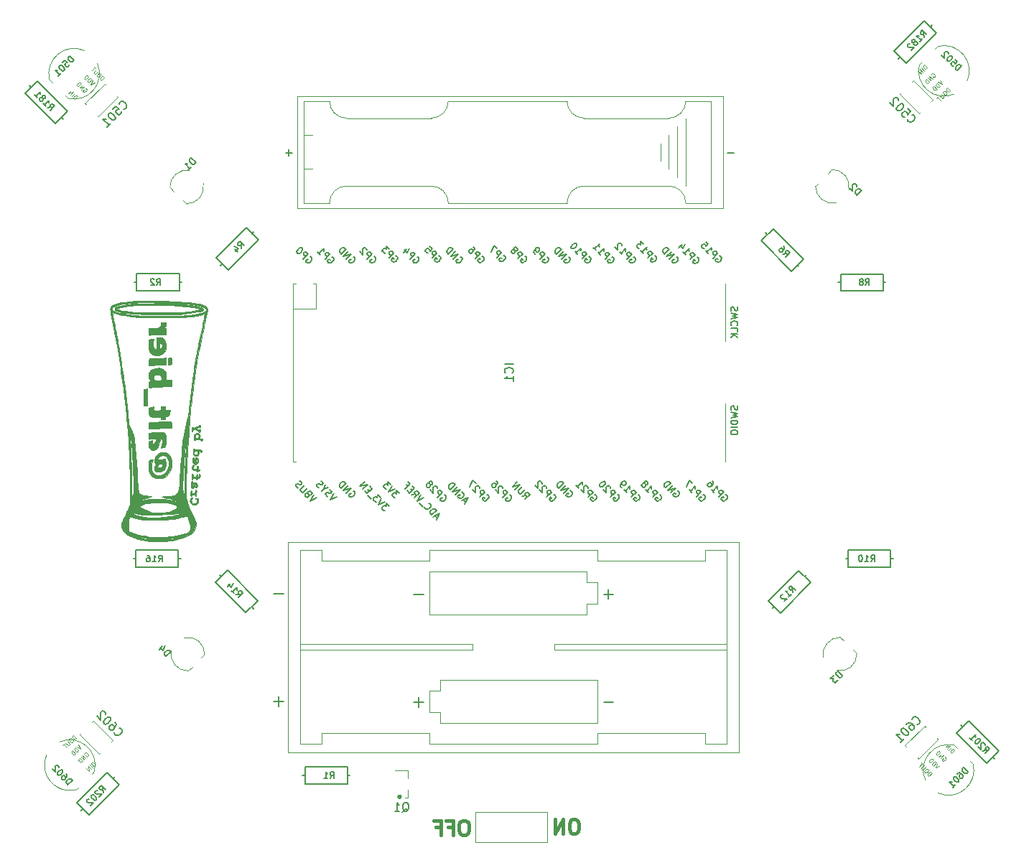
<source format=gbo>
G04 #@! TF.GenerationSoftware,KiCad,Pcbnew,(5.1.9)-1*
G04 #@! TF.CreationDate,2022-06-12T00:25:53-05:00*
G04 #@! TF.ProjectId,hom3c0ming_corsage,686f6d33-6330-46d6-996e-675f636f7273,3*
G04 #@! TF.SameCoordinates,Original*
G04 #@! TF.FileFunction,Legend,Bot*
G04 #@! TF.FilePolarity,Positive*
%FSLAX46Y46*%
G04 Gerber Fmt 4.6, Leading zero omitted, Abs format (unit mm)*
G04 Created by KiCad (PCBNEW (5.1.9)-1) date 2022-06-12 00:25:53*
%MOMM*%
%LPD*%
G01*
G04 APERTURE LIST*
%ADD10C,0.400000*%
%ADD11C,0.010000*%
%ADD12C,0.120000*%
%ADD13C,0.100000*%
%ADD14C,0.150000*%
G04 APERTURE END LIST*
D10*
X134519047Y-134832047D02*
X134195238Y-134832047D01*
X134033333Y-134913000D01*
X133871428Y-135074904D01*
X133790476Y-135398714D01*
X133790476Y-135965380D01*
X133871428Y-136289190D01*
X134033333Y-136451095D01*
X134195238Y-136532047D01*
X134519047Y-136532047D01*
X134680952Y-136451095D01*
X134842857Y-136289190D01*
X134923809Y-135965380D01*
X134923809Y-135398714D01*
X134842857Y-135074904D01*
X134680952Y-134913000D01*
X134519047Y-134832047D01*
X132495238Y-135641571D02*
X133061904Y-135641571D01*
X133061904Y-136532047D02*
X133061904Y-134832047D01*
X132252380Y-134832047D01*
X131038095Y-135641571D02*
X131604761Y-135641571D01*
X131604761Y-136532047D02*
X131604761Y-134832047D01*
X130795238Y-134832047D01*
X147483380Y-134705047D02*
X147159571Y-134705047D01*
X146997666Y-134786000D01*
X146835761Y-134947904D01*
X146754809Y-135271714D01*
X146754809Y-135838380D01*
X146835761Y-136162190D01*
X146997666Y-136324095D01*
X147159571Y-136405047D01*
X147483380Y-136405047D01*
X147645285Y-136324095D01*
X147807190Y-136162190D01*
X147888142Y-135838380D01*
X147888142Y-135271714D01*
X147807190Y-134947904D01*
X147645285Y-134786000D01*
X147483380Y-134705047D01*
X146026238Y-136405047D02*
X146026238Y-134705047D01*
X145054809Y-136405047D01*
X145054809Y-134705047D01*
D11*
G36*
X97106474Y-73869819D02*
G01*
X96808702Y-73870753D01*
X96530386Y-73872301D01*
X96278439Y-73874475D01*
X96059773Y-73877288D01*
X95881303Y-73880750D01*
X95749940Y-73884875D01*
X95672625Y-73889671D01*
X95231140Y-73938483D01*
X94850428Y-73984043D01*
X94527868Y-74026711D01*
X94260837Y-74066847D01*
X94046711Y-74104809D01*
X93942497Y-74126702D01*
X93701910Y-74183065D01*
X93516880Y-74231866D01*
X93380427Y-74276578D01*
X93285575Y-74320676D01*
X93225345Y-74367631D01*
X93192759Y-74420919D01*
X93180840Y-74484011D01*
X93180250Y-74506124D01*
X93192449Y-74585376D01*
X93233176Y-74652857D01*
X93308632Y-74711684D01*
X93425014Y-74764974D01*
X93588521Y-74815841D01*
X93805351Y-74867402D01*
X93963791Y-74900001D01*
X94147194Y-74934911D01*
X94325762Y-74966558D01*
X94482185Y-74992031D01*
X94599153Y-75008416D01*
X94624875Y-75011213D01*
X94746142Y-75023282D01*
X94902546Y-75039474D01*
X95066118Y-75056881D01*
X95117000Y-75062407D01*
X95286029Y-75079587D01*
X95460576Y-75094493D01*
X95646348Y-75107287D01*
X95849049Y-75118132D01*
X96074384Y-75127190D01*
X96328060Y-75134625D01*
X96615779Y-75140599D01*
X96943249Y-75145275D01*
X97316174Y-75148815D01*
X97740260Y-75151383D01*
X98221210Y-75153141D01*
X98305054Y-75153361D01*
X98657024Y-75154415D01*
X98991303Y-75155750D01*
X99302292Y-75157323D01*
X99584392Y-75159089D01*
X99832004Y-75161005D01*
X100039530Y-75163026D01*
X100201370Y-75165107D01*
X100311925Y-75167205D01*
X100365596Y-75169276D01*
X100368804Y-75169646D01*
X100426701Y-75171930D01*
X100531682Y-75169319D01*
X100667570Y-75162405D01*
X100784375Y-75154424D01*
X100986362Y-75136305D01*
X101225336Y-75110286D01*
X101491435Y-75077840D01*
X101774797Y-75040442D01*
X102065558Y-74999563D01*
X102353857Y-74956677D01*
X102629830Y-74913257D01*
X102883615Y-74870777D01*
X103105349Y-74830710D01*
X103285169Y-74794528D01*
X103413213Y-74763705D01*
X103427243Y-74759665D01*
X103530349Y-74723041D01*
X103587022Y-74683739D01*
X103613694Y-74630123D01*
X103614481Y-74627075D01*
X103617583Y-74567136D01*
X103329452Y-74567136D01*
X103289458Y-74585982D01*
X103232148Y-74600689D01*
X103120999Y-74622773D01*
X102965056Y-74650826D01*
X102773370Y-74683439D01*
X102554988Y-74719204D01*
X102318959Y-74756714D01*
X102074332Y-74794559D01*
X101830155Y-74831332D01*
X101595475Y-74865623D01*
X101379343Y-74896025D01*
X101190806Y-74921130D01*
X101038913Y-74939529D01*
X100974875Y-74946222D01*
X100917456Y-74948565D01*
X100803563Y-74950420D01*
X100639111Y-74951811D01*
X100430013Y-74952763D01*
X100182183Y-74953301D01*
X99901534Y-74953448D01*
X99593980Y-74953229D01*
X99265436Y-74952669D01*
X98921814Y-74951792D01*
X98569028Y-74950623D01*
X98212992Y-74949186D01*
X97859619Y-74947506D01*
X97514824Y-74945606D01*
X97184520Y-74943513D01*
X96874621Y-74941249D01*
X96591040Y-74938840D01*
X96339691Y-74936309D01*
X96126488Y-74933683D01*
X95957344Y-74930984D01*
X95838174Y-74928237D01*
X95774890Y-74925468D01*
X95767875Y-74924671D01*
X95690211Y-74913981D01*
X95572654Y-74901543D01*
X95438671Y-74889804D01*
X95418625Y-74888256D01*
X95116549Y-74862020D01*
X94820391Y-74829995D01*
X94536148Y-74793362D01*
X94269814Y-74753300D01*
X94027386Y-74710992D01*
X93814860Y-74667617D01*
X93638231Y-74624357D01*
X93503496Y-74582393D01*
X93416649Y-74542906D01*
X93383688Y-74507076D01*
X93391117Y-74488933D01*
X93436323Y-74467440D01*
X93531961Y-74436889D01*
X93666091Y-74400144D01*
X93826776Y-74360069D01*
X94002075Y-74319525D01*
X94180049Y-74281377D01*
X94348760Y-74248487D01*
X94496269Y-74223719D01*
X94498231Y-74223428D01*
X94753174Y-74186861D01*
X94987453Y-74156182D01*
X95210001Y-74130893D01*
X95429751Y-74110492D01*
X95655636Y-74094479D01*
X95896590Y-74082355D01*
X96161545Y-74073618D01*
X96459435Y-74067768D01*
X96799193Y-74064305D01*
X97189751Y-74062729D01*
X97371250Y-74062509D01*
X97824827Y-74063248D01*
X98258461Y-74065922D01*
X98666571Y-74070409D01*
X99043578Y-74076586D01*
X99383900Y-74084330D01*
X99681957Y-74093518D01*
X99932168Y-74104025D01*
X100128953Y-74115730D01*
X100244625Y-74125924D01*
X100338243Y-74135416D01*
X100456561Y-74145838D01*
X100607622Y-74157806D01*
X100799466Y-74171936D01*
X101040133Y-74188844D01*
X101276500Y-74205008D01*
X101578231Y-74229659D01*
X101886911Y-74262523D01*
X102192014Y-74301911D01*
X102483015Y-74346135D01*
X102749386Y-74393509D01*
X102980603Y-74442344D01*
X103166139Y-74490953D01*
X103261518Y-74523282D01*
X103322730Y-74549902D01*
X103329452Y-74567136D01*
X103617583Y-74567136D01*
X103618648Y-74546567D01*
X103584074Y-74476397D01*
X103505516Y-74413146D01*
X103377731Y-74353392D01*
X103195474Y-74293714D01*
X103039293Y-74251821D01*
X102805076Y-74199998D01*
X102522457Y-74149415D01*
X102206531Y-74102103D01*
X101872392Y-74060091D01*
X101535133Y-74025409D01*
X101209849Y-74000088D01*
X101133625Y-73995540D01*
X100984679Y-73986591D01*
X100860162Y-73977879D01*
X100773037Y-73970396D01*
X100736262Y-73965134D01*
X100736205Y-73965103D01*
X100700349Y-73960540D01*
X100612524Y-73954107D01*
X100484208Y-73946515D01*
X100326880Y-73938475D01*
X100244080Y-73934649D01*
X100070373Y-73926032D01*
X99913861Y-73916674D01*
X99788091Y-73907503D01*
X99706607Y-73899446D01*
X99689000Y-73896650D01*
X99633459Y-73891620D01*
X99521333Y-73887073D01*
X99359533Y-73883019D01*
X99154975Y-73879472D01*
X98914569Y-73876442D01*
X98645229Y-73873943D01*
X98353869Y-73871986D01*
X98047400Y-73870583D01*
X97732736Y-73869747D01*
X97416790Y-73869488D01*
X97106474Y-73869819D01*
G37*
X97106474Y-73869819D02*
X96808702Y-73870753D01*
X96530386Y-73872301D01*
X96278439Y-73874475D01*
X96059773Y-73877288D01*
X95881303Y-73880750D01*
X95749940Y-73884875D01*
X95672625Y-73889671D01*
X95231140Y-73938483D01*
X94850428Y-73984043D01*
X94527868Y-74026711D01*
X94260837Y-74066847D01*
X94046711Y-74104809D01*
X93942497Y-74126702D01*
X93701910Y-74183065D01*
X93516880Y-74231866D01*
X93380427Y-74276578D01*
X93285575Y-74320676D01*
X93225345Y-74367631D01*
X93192759Y-74420919D01*
X93180840Y-74484011D01*
X93180250Y-74506124D01*
X93192449Y-74585376D01*
X93233176Y-74652857D01*
X93308632Y-74711684D01*
X93425014Y-74764974D01*
X93588521Y-74815841D01*
X93805351Y-74867402D01*
X93963791Y-74900001D01*
X94147194Y-74934911D01*
X94325762Y-74966558D01*
X94482185Y-74992031D01*
X94599153Y-75008416D01*
X94624875Y-75011213D01*
X94746142Y-75023282D01*
X94902546Y-75039474D01*
X95066118Y-75056881D01*
X95117000Y-75062407D01*
X95286029Y-75079587D01*
X95460576Y-75094493D01*
X95646348Y-75107287D01*
X95849049Y-75118132D01*
X96074384Y-75127190D01*
X96328060Y-75134625D01*
X96615779Y-75140599D01*
X96943249Y-75145275D01*
X97316174Y-75148815D01*
X97740260Y-75151383D01*
X98221210Y-75153141D01*
X98305054Y-75153361D01*
X98657024Y-75154415D01*
X98991303Y-75155750D01*
X99302292Y-75157323D01*
X99584392Y-75159089D01*
X99832004Y-75161005D01*
X100039530Y-75163026D01*
X100201370Y-75165107D01*
X100311925Y-75167205D01*
X100365596Y-75169276D01*
X100368804Y-75169646D01*
X100426701Y-75171930D01*
X100531682Y-75169319D01*
X100667570Y-75162405D01*
X100784375Y-75154424D01*
X100986362Y-75136305D01*
X101225336Y-75110286D01*
X101491435Y-75077840D01*
X101774797Y-75040442D01*
X102065558Y-74999563D01*
X102353857Y-74956677D01*
X102629830Y-74913257D01*
X102883615Y-74870777D01*
X103105349Y-74830710D01*
X103285169Y-74794528D01*
X103413213Y-74763705D01*
X103427243Y-74759665D01*
X103530349Y-74723041D01*
X103587022Y-74683739D01*
X103613694Y-74630123D01*
X103614481Y-74627075D01*
X103617583Y-74567136D01*
X103329452Y-74567136D01*
X103289458Y-74585982D01*
X103232148Y-74600689D01*
X103120999Y-74622773D01*
X102965056Y-74650826D01*
X102773370Y-74683439D01*
X102554988Y-74719204D01*
X102318959Y-74756714D01*
X102074332Y-74794559D01*
X101830155Y-74831332D01*
X101595475Y-74865623D01*
X101379343Y-74896025D01*
X101190806Y-74921130D01*
X101038913Y-74939529D01*
X100974875Y-74946222D01*
X100917456Y-74948565D01*
X100803563Y-74950420D01*
X100639111Y-74951811D01*
X100430013Y-74952763D01*
X100182183Y-74953301D01*
X99901534Y-74953448D01*
X99593980Y-74953229D01*
X99265436Y-74952669D01*
X98921814Y-74951792D01*
X98569028Y-74950623D01*
X98212992Y-74949186D01*
X97859619Y-74947506D01*
X97514824Y-74945606D01*
X97184520Y-74943513D01*
X96874621Y-74941249D01*
X96591040Y-74938840D01*
X96339691Y-74936309D01*
X96126488Y-74933683D01*
X95957344Y-74930984D01*
X95838174Y-74928237D01*
X95774890Y-74925468D01*
X95767875Y-74924671D01*
X95690211Y-74913981D01*
X95572654Y-74901543D01*
X95438671Y-74889804D01*
X95418625Y-74888256D01*
X95116549Y-74862020D01*
X94820391Y-74829995D01*
X94536148Y-74793362D01*
X94269814Y-74753300D01*
X94027386Y-74710992D01*
X93814860Y-74667617D01*
X93638231Y-74624357D01*
X93503496Y-74582393D01*
X93416649Y-74542906D01*
X93383688Y-74507076D01*
X93391117Y-74488933D01*
X93436323Y-74467440D01*
X93531961Y-74436889D01*
X93666091Y-74400144D01*
X93826776Y-74360069D01*
X94002075Y-74319525D01*
X94180049Y-74281377D01*
X94348760Y-74248487D01*
X94496269Y-74223719D01*
X94498231Y-74223428D01*
X94753174Y-74186861D01*
X94987453Y-74156182D01*
X95210001Y-74130893D01*
X95429751Y-74110492D01*
X95655636Y-74094479D01*
X95896590Y-74082355D01*
X96161545Y-74073618D01*
X96459435Y-74067768D01*
X96799193Y-74064305D01*
X97189751Y-74062729D01*
X97371250Y-74062509D01*
X97824827Y-74063248D01*
X98258461Y-74065922D01*
X98666571Y-74070409D01*
X99043578Y-74076586D01*
X99383900Y-74084330D01*
X99681957Y-74093518D01*
X99932168Y-74104025D01*
X100128953Y-74115730D01*
X100244625Y-74125924D01*
X100338243Y-74135416D01*
X100456561Y-74145838D01*
X100607622Y-74157806D01*
X100799466Y-74171936D01*
X101040133Y-74188844D01*
X101276500Y-74205008D01*
X101578231Y-74229659D01*
X101886911Y-74262523D01*
X102192014Y-74301911D01*
X102483015Y-74346135D01*
X102749386Y-74393509D01*
X102980603Y-74442344D01*
X103166139Y-74490953D01*
X103261518Y-74523282D01*
X103322730Y-74549902D01*
X103329452Y-74567136D01*
X103617583Y-74567136D01*
X103618648Y-74546567D01*
X103584074Y-74476397D01*
X103505516Y-74413146D01*
X103377731Y-74353392D01*
X103195474Y-74293714D01*
X103039293Y-74251821D01*
X102805076Y-74199998D01*
X102522457Y-74149415D01*
X102206531Y-74102103D01*
X101872392Y-74060091D01*
X101535133Y-74025409D01*
X101209849Y-74000088D01*
X101133625Y-73995540D01*
X100984679Y-73986591D01*
X100860162Y-73977879D01*
X100773037Y-73970396D01*
X100736262Y-73965134D01*
X100736205Y-73965103D01*
X100700349Y-73960540D01*
X100612524Y-73954107D01*
X100484208Y-73946515D01*
X100326880Y-73938475D01*
X100244080Y-73934649D01*
X100070373Y-73926032D01*
X99913861Y-73916674D01*
X99788091Y-73907503D01*
X99706607Y-73899446D01*
X99689000Y-73896650D01*
X99633459Y-73891620D01*
X99521333Y-73887073D01*
X99359533Y-73883019D01*
X99154975Y-73879472D01*
X98914569Y-73876442D01*
X98645229Y-73873943D01*
X98353869Y-73871986D01*
X98047400Y-73870583D01*
X97732736Y-73869747D01*
X97416790Y-73869488D01*
X97106474Y-73869819D01*
G36*
X98645236Y-76106834D02*
G01*
X98633313Y-76107257D01*
X98602090Y-76118349D01*
X98585110Y-76157685D01*
X98578445Y-76239162D01*
X98577750Y-76303735D01*
X98574699Y-76415559D01*
X98559124Y-76489279D01*
X98521398Y-76550225D01*
X98458688Y-76616947D01*
X98376999Y-76685529D01*
X98281648Y-76736390D01*
X98162446Y-76771797D01*
X98009201Y-76794017D01*
X97811725Y-76805318D01*
X97599875Y-76808032D01*
X97196625Y-76808065D01*
X97202538Y-77133470D01*
X97205241Y-77278460D01*
X97207742Y-77405821D01*
X97209690Y-77498103D01*
X97210475Y-77530312D01*
X97229506Y-77586903D01*
X97286584Y-77601750D01*
X97349593Y-77596818D01*
X97373896Y-77588753D01*
X97409498Y-77582426D01*
X97498098Y-77574778D01*
X97629224Y-77566279D01*
X97792398Y-77557398D01*
X97977147Y-77548605D01*
X98172995Y-77540368D01*
X98369466Y-77533158D01*
X98556087Y-77527443D01*
X98722380Y-77523692D01*
X98855590Y-77522375D01*
X99181054Y-77522375D01*
X99181027Y-77149312D01*
X99181000Y-76776250D01*
X98978620Y-76776250D01*
X99060056Y-76688937D01*
X99126610Y-76608314D01*
X99177969Y-76530741D01*
X99180445Y-76526063D01*
X99200079Y-76461515D01*
X99214597Y-76366917D01*
X99222348Y-76264898D01*
X99221681Y-76178090D01*
X99210946Y-76129124D01*
X99209526Y-76127442D01*
X99174842Y-76121560D01*
X99093696Y-76115861D01*
X98983126Y-76110943D01*
X98860168Y-76107401D01*
X98741859Y-76105832D01*
X98645236Y-76106834D01*
G37*
X98645236Y-76106834D02*
X98633313Y-76107257D01*
X98602090Y-76118349D01*
X98585110Y-76157685D01*
X98578445Y-76239162D01*
X98577750Y-76303735D01*
X98574699Y-76415559D01*
X98559124Y-76489279D01*
X98521398Y-76550225D01*
X98458688Y-76616947D01*
X98376999Y-76685529D01*
X98281648Y-76736390D01*
X98162446Y-76771797D01*
X98009201Y-76794017D01*
X97811725Y-76805318D01*
X97599875Y-76808032D01*
X97196625Y-76808065D01*
X97202538Y-77133470D01*
X97205241Y-77278460D01*
X97207742Y-77405821D01*
X97209690Y-77498103D01*
X97210475Y-77530312D01*
X97229506Y-77586903D01*
X97286584Y-77601750D01*
X97349593Y-77596818D01*
X97373896Y-77588753D01*
X97409498Y-77582426D01*
X97498098Y-77574778D01*
X97629224Y-77566279D01*
X97792398Y-77557398D01*
X97977147Y-77548605D01*
X98172995Y-77540368D01*
X98369466Y-77533158D01*
X98556087Y-77527443D01*
X98722380Y-77523692D01*
X98855590Y-77522375D01*
X99181054Y-77522375D01*
X99181027Y-77149312D01*
X99181000Y-76776250D01*
X98978620Y-76776250D01*
X99060056Y-76688937D01*
X99126610Y-76608314D01*
X99177969Y-76530741D01*
X99180445Y-76526063D01*
X99200079Y-76461515D01*
X99214597Y-76366917D01*
X99222348Y-76264898D01*
X99221681Y-76178090D01*
X99210946Y-76129124D01*
X99209526Y-76127442D01*
X99174842Y-76121560D01*
X99093696Y-76115861D01*
X98983126Y-76110943D01*
X98860168Y-76107401D01*
X98741859Y-76105832D01*
X98645236Y-76106834D01*
G36*
X98204688Y-77852075D02*
G01*
X98101500Y-77855750D01*
X98101500Y-79221000D01*
X98010532Y-79221000D01*
X97918830Y-79201081D01*
X97839935Y-79158363D01*
X97737038Y-79040998D01*
X97677254Y-78883463D01*
X97660295Y-78683679D01*
X97685871Y-78439572D01*
X97718240Y-78284512D01*
X97745311Y-78166939D01*
X97764184Y-78076252D01*
X97771820Y-78027409D01*
X97771380Y-78023045D01*
X97738876Y-78024431D01*
X97661740Y-78035131D01*
X97557613Y-78052032D01*
X97444135Y-78072025D01*
X97338948Y-78091997D01*
X97259691Y-78108837D01*
X97224007Y-78119434D01*
X97223792Y-78119625D01*
X97205619Y-78166718D01*
X97187650Y-78263140D01*
X97171573Y-78394735D01*
X97159079Y-78547349D01*
X97151858Y-78706828D01*
X97151424Y-78725830D01*
X97157660Y-78999969D01*
X97186724Y-79243087D01*
X97236856Y-79443786D01*
X97277429Y-79541299D01*
X97376041Y-79679534D01*
X97516160Y-79805675D01*
X97676032Y-79902096D01*
X97764564Y-79936090D01*
X97950278Y-79971284D01*
X98161513Y-79980098D01*
X98369703Y-79962986D01*
X98536481Y-79923878D01*
X98768601Y-79817086D01*
X98951637Y-79672875D01*
X99087215Y-79488878D01*
X99176964Y-79262727D01*
X99222510Y-78992055D01*
X99227106Y-78918820D01*
X99226125Y-78889881D01*
X98768189Y-78889881D01*
X98718346Y-79010997D01*
X98660300Y-79081300D01*
X98582547Y-79145768D01*
X98510351Y-79184365D01*
X98485675Y-79189250D01*
X98455499Y-79185569D01*
X98436131Y-79166875D01*
X98425186Y-79121689D01*
X98420278Y-79038531D01*
X98419023Y-78905922D01*
X98419000Y-78868353D01*
X98420137Y-78722560D01*
X98424683Y-78630012D01*
X98434341Y-78580477D01*
X98450816Y-78563725D01*
X98469222Y-78566728D01*
X98541812Y-78584218D01*
X98565915Y-78586000D01*
X98618592Y-78607014D01*
X98684444Y-78658183D01*
X98690319Y-78663931D01*
X98759058Y-78771261D01*
X98768189Y-78889881D01*
X99226125Y-78889881D01*
X99217278Y-78628907D01*
X99160079Y-78381007D01*
X99055560Y-78175277D01*
X98953595Y-78055796D01*
X98838511Y-77962977D01*
X98711835Y-77900173D01*
X98560159Y-77863739D01*
X98370076Y-77850026D01*
X98204688Y-77852075D01*
G37*
X98204688Y-77852075D02*
X98101500Y-77855750D01*
X98101500Y-79221000D01*
X98010532Y-79221000D01*
X97918830Y-79201081D01*
X97839935Y-79158363D01*
X97737038Y-79040998D01*
X97677254Y-78883463D01*
X97660295Y-78683679D01*
X97685871Y-78439572D01*
X97718240Y-78284512D01*
X97745311Y-78166939D01*
X97764184Y-78076252D01*
X97771820Y-78027409D01*
X97771380Y-78023045D01*
X97738876Y-78024431D01*
X97661740Y-78035131D01*
X97557613Y-78052032D01*
X97444135Y-78072025D01*
X97338948Y-78091997D01*
X97259691Y-78108837D01*
X97224007Y-78119434D01*
X97223792Y-78119625D01*
X97205619Y-78166718D01*
X97187650Y-78263140D01*
X97171573Y-78394735D01*
X97159079Y-78547349D01*
X97151858Y-78706828D01*
X97151424Y-78725830D01*
X97157660Y-78999969D01*
X97186724Y-79243087D01*
X97236856Y-79443786D01*
X97277429Y-79541299D01*
X97376041Y-79679534D01*
X97516160Y-79805675D01*
X97676032Y-79902096D01*
X97764564Y-79936090D01*
X97950278Y-79971284D01*
X98161513Y-79980098D01*
X98369703Y-79962986D01*
X98536481Y-79923878D01*
X98768601Y-79817086D01*
X98951637Y-79672875D01*
X99087215Y-79488878D01*
X99176964Y-79262727D01*
X99222510Y-78992055D01*
X99227106Y-78918820D01*
X99226125Y-78889881D01*
X98768189Y-78889881D01*
X98718346Y-79010997D01*
X98660300Y-79081300D01*
X98582547Y-79145768D01*
X98510351Y-79184365D01*
X98485675Y-79189250D01*
X98455499Y-79185569D01*
X98436131Y-79166875D01*
X98425186Y-79121689D01*
X98420278Y-79038531D01*
X98419023Y-78905922D01*
X98419000Y-78868353D01*
X98420137Y-78722560D01*
X98424683Y-78630012D01*
X98434341Y-78580477D01*
X98450816Y-78563725D01*
X98469222Y-78566728D01*
X98541812Y-78584218D01*
X98565915Y-78586000D01*
X98618592Y-78607014D01*
X98684444Y-78658183D01*
X98690319Y-78663931D01*
X98759058Y-78771261D01*
X98768189Y-78889881D01*
X99226125Y-78889881D01*
X99217278Y-78628907D01*
X99160079Y-78381007D01*
X99055560Y-78175277D01*
X98953595Y-78055796D01*
X98838511Y-77962977D01*
X98711835Y-77900173D01*
X98560159Y-77863739D01*
X98370076Y-77850026D01*
X98204688Y-77852075D01*
G36*
X99657322Y-80295167D02*
G01*
X99435000Y-80305710D01*
X99435000Y-81062500D01*
X99657250Y-81062500D01*
X99786954Y-81058180D01*
X99859440Y-81044540D01*
X99880526Y-81022812D01*
X99881416Y-80959040D01*
X99882122Y-80854512D01*
X99882611Y-80726689D01*
X99882853Y-80593034D01*
X99882815Y-80471011D01*
X99882465Y-80378081D01*
X99881796Y-80332250D01*
X99869038Y-80307148D01*
X99825456Y-80294480D01*
X99738749Y-80292212D01*
X99657322Y-80295167D01*
G37*
X99657322Y-80295167D02*
X99435000Y-80305710D01*
X99435000Y-81062500D01*
X99657250Y-81062500D01*
X99786954Y-81058180D01*
X99859440Y-81044540D01*
X99880526Y-81022812D01*
X99881416Y-80959040D01*
X99882122Y-80854512D01*
X99882611Y-80726689D01*
X99882853Y-80593034D01*
X99882815Y-80471011D01*
X99882465Y-80378081D01*
X99881796Y-80332250D01*
X99869038Y-80307148D01*
X99825456Y-80294480D01*
X99738749Y-80292212D01*
X99657322Y-80295167D01*
G36*
X98887313Y-80312141D02*
G01*
X98763545Y-80319359D01*
X98591533Y-80327501D01*
X98386516Y-80335942D01*
X98163731Y-80344061D01*
X97938416Y-80351235D01*
X97911000Y-80352030D01*
X97710218Y-80357958D01*
X97532387Y-80363548D01*
X97386750Y-80368484D01*
X97282551Y-80372444D01*
X97229031Y-80375112D01*
X97223897Y-80375726D01*
X97221272Y-80407104D01*
X97217302Y-80489895D01*
X97212496Y-80612039D01*
X97207363Y-80761476D01*
X97206622Y-80784687D01*
X97193826Y-81189500D01*
X97293122Y-81189500D01*
X97366924Y-81185256D01*
X97406878Y-81175024D01*
X97407147Y-81174770D01*
X97442398Y-81168388D01*
X97529669Y-81160629D01*
X97657520Y-81152290D01*
X97814508Y-81144172D01*
X97896626Y-81140597D01*
X98078873Y-81132811D01*
X98252358Y-81124822D01*
X98400629Y-81117428D01*
X98507234Y-81111424D01*
X98530125Y-81109908D01*
X98644090Y-81103929D01*
X98789871Y-81099092D01*
X98934938Y-81096456D01*
X99181000Y-81094250D01*
X99181000Y-80291799D01*
X98887313Y-80312141D01*
G37*
X98887313Y-80312141D02*
X98763545Y-80319359D01*
X98591533Y-80327501D01*
X98386516Y-80335942D01*
X98163731Y-80344061D01*
X97938416Y-80351235D01*
X97911000Y-80352030D01*
X97710218Y-80357958D01*
X97532387Y-80363548D01*
X97386750Y-80368484D01*
X97282551Y-80372444D01*
X97229031Y-80375112D01*
X97223897Y-80375726D01*
X97221272Y-80407104D01*
X97217302Y-80489895D01*
X97212496Y-80612039D01*
X97207363Y-80761476D01*
X97206622Y-80784687D01*
X97193826Y-81189500D01*
X97293122Y-81189500D01*
X97366924Y-81185256D01*
X97406878Y-81175024D01*
X97407147Y-81174770D01*
X97442398Y-81168388D01*
X97529669Y-81160629D01*
X97657520Y-81152290D01*
X97814508Y-81144172D01*
X97896626Y-81140597D01*
X98078873Y-81132811D01*
X98252358Y-81124822D01*
X98400629Y-81117428D01*
X98507234Y-81111424D01*
X98530125Y-81109908D01*
X98644090Y-81103929D01*
X98789871Y-81099092D01*
X98934938Y-81096456D01*
X99181000Y-81094250D01*
X99181000Y-80291799D01*
X98887313Y-80312141D01*
G36*
X98183776Y-81482976D02*
G01*
X97904667Y-81523364D01*
X97663584Y-81607255D01*
X97464253Y-81731300D01*
X97310401Y-81892150D01*
X97205755Y-82086457D01*
X97154040Y-82310873D01*
X97149000Y-82412793D01*
X97168334Y-82615048D01*
X97231118Y-82786996D01*
X97313171Y-82911937D01*
X97365470Y-82987852D01*
X97370450Y-83027146D01*
X97326461Y-83037318D01*
X97286332Y-83033919D01*
X97251979Y-83040001D01*
X97228521Y-83074059D01*
X97214228Y-83144859D01*
X97207368Y-83261169D01*
X97206211Y-83431754D01*
X97206257Y-83439539D01*
X97206593Y-83588716D01*
X97212248Y-83689499D01*
X97233495Y-83750068D01*
X97280612Y-83778603D01*
X97363871Y-83783280D01*
X97493548Y-83772280D01*
X97609375Y-83760423D01*
X97735164Y-83749795D01*
X97904774Y-83737906D01*
X98098578Y-83726016D01*
X98296947Y-83715382D01*
X98355500Y-83712575D01*
X98528766Y-83704081D01*
X98681681Y-83695744D01*
X98802028Y-83688294D01*
X98877589Y-83682464D01*
X98895250Y-83680290D01*
X98942981Y-83676727D01*
X99041315Y-83673421D01*
X99177359Y-83670679D01*
X99338216Y-83668808D01*
X99395313Y-83668429D01*
X99847750Y-83666000D01*
X99847750Y-82864664D01*
X99511197Y-82887604D01*
X99174644Y-82910543D01*
X99197077Y-82839864D01*
X99206898Y-82778021D01*
X99213363Y-82688110D01*
X98672567Y-82688110D01*
X98668638Y-82820739D01*
X98650863Y-82902868D01*
X98608713Y-82947410D01*
X98531662Y-82967279D01*
X98439484Y-82974008D01*
X98190761Y-82973960D01*
X97999064Y-82947106D01*
X97863803Y-82893334D01*
X97818508Y-82857689D01*
X97760186Y-82779085D01*
X97737841Y-82682859D01*
X97736375Y-82636736D01*
X97763790Y-82494091D01*
X97843609Y-82384020D01*
X97972194Y-82309239D01*
X98145908Y-82272462D01*
X98229057Y-82269000D01*
X98407616Y-82291488D01*
X98541187Y-82358356D01*
X98628820Y-82468703D01*
X98669564Y-82621632D01*
X98672567Y-82688110D01*
X99213363Y-82688110D01*
X99214603Y-82670872D01*
X99219097Y-82536606D01*
X99219802Y-82462077D01*
X99207614Y-82225964D01*
X99167304Y-82035926D01*
X99094005Y-81878947D01*
X98982854Y-81742014D01*
X98933281Y-81695687D01*
X98767324Y-81580008D01*
X98578476Y-81509292D01*
X98355901Y-81480464D01*
X98183776Y-81482976D01*
G37*
X98183776Y-81482976D02*
X97904667Y-81523364D01*
X97663584Y-81607255D01*
X97464253Y-81731300D01*
X97310401Y-81892150D01*
X97205755Y-82086457D01*
X97154040Y-82310873D01*
X97149000Y-82412793D01*
X97168334Y-82615048D01*
X97231118Y-82786996D01*
X97313171Y-82911937D01*
X97365470Y-82987852D01*
X97370450Y-83027146D01*
X97326461Y-83037318D01*
X97286332Y-83033919D01*
X97251979Y-83040001D01*
X97228521Y-83074059D01*
X97214228Y-83144859D01*
X97207368Y-83261169D01*
X97206211Y-83431754D01*
X97206257Y-83439539D01*
X97206593Y-83588716D01*
X97212248Y-83689499D01*
X97233495Y-83750068D01*
X97280612Y-83778603D01*
X97363871Y-83783280D01*
X97493548Y-83772280D01*
X97609375Y-83760423D01*
X97735164Y-83749795D01*
X97904774Y-83737906D01*
X98098578Y-83726016D01*
X98296947Y-83715382D01*
X98355500Y-83712575D01*
X98528766Y-83704081D01*
X98681681Y-83695744D01*
X98802028Y-83688294D01*
X98877589Y-83682464D01*
X98895250Y-83680290D01*
X98942981Y-83676727D01*
X99041315Y-83673421D01*
X99177359Y-83670679D01*
X99338216Y-83668808D01*
X99395313Y-83668429D01*
X99847750Y-83666000D01*
X99847750Y-82864664D01*
X99511197Y-82887604D01*
X99174644Y-82910543D01*
X99197077Y-82839864D01*
X99206898Y-82778021D01*
X99213363Y-82688110D01*
X98672567Y-82688110D01*
X98668638Y-82820739D01*
X98650863Y-82902868D01*
X98608713Y-82947410D01*
X98531662Y-82967279D01*
X98439484Y-82974008D01*
X98190761Y-82973960D01*
X97999064Y-82947106D01*
X97863803Y-82893334D01*
X97818508Y-82857689D01*
X97760186Y-82779085D01*
X97737841Y-82682859D01*
X97736375Y-82636736D01*
X97763790Y-82494091D01*
X97843609Y-82384020D01*
X97972194Y-82309239D01*
X98145908Y-82272462D01*
X98229057Y-82269000D01*
X98407616Y-82291488D01*
X98541187Y-82358356D01*
X98628820Y-82468703D01*
X98669564Y-82621632D01*
X98672567Y-82688110D01*
X99213363Y-82688110D01*
X99214603Y-82670872D01*
X99219097Y-82536606D01*
X99219802Y-82462077D01*
X99207614Y-82225964D01*
X99167304Y-82035926D01*
X99094005Y-81878947D01*
X98982854Y-81742014D01*
X98933281Y-81695687D01*
X98767324Y-81580008D01*
X98578476Y-81509292D01*
X98355901Y-81480464D01*
X98183776Y-81482976D01*
G36*
X96807688Y-83938715D02*
G01*
X96704504Y-83943543D01*
X96628230Y-83947525D01*
X96601313Y-83949305D01*
X96595439Y-83980402D01*
X96590092Y-84067338D01*
X96585456Y-84202454D01*
X96581717Y-84378089D01*
X96579058Y-84586586D01*
X96577665Y-84820283D01*
X96577500Y-84936000D01*
X96577500Y-85920250D01*
X96990250Y-85920250D01*
X96990250Y-83930569D01*
X96807688Y-83938715D01*
G37*
X96807688Y-83938715D02*
X96704504Y-83943543D01*
X96628230Y-83947525D01*
X96601313Y-83949305D01*
X96595439Y-83980402D01*
X96590092Y-84067338D01*
X96585456Y-84202454D01*
X96581717Y-84378089D01*
X96579058Y-84586586D01*
X96577665Y-84820283D01*
X96577500Y-84936000D01*
X96577500Y-85920250D01*
X96990250Y-85920250D01*
X96990250Y-83930569D01*
X96807688Y-83938715D01*
G36*
X98755051Y-86019105D02*
G01*
X98671703Y-86030565D01*
X98638934Y-86050848D01*
X98637947Y-86055187D01*
X98635434Y-86106737D01*
X98632334Y-86199265D01*
X98630009Y-86285375D01*
X98625375Y-86475875D01*
X98233377Y-86485962D01*
X98065259Y-86489204D01*
X97948408Y-86487904D01*
X97870672Y-86480792D01*
X97819903Y-86466599D01*
X97783950Y-86444058D01*
X97777358Y-86438337D01*
X97740516Y-86394668D01*
X97725287Y-86338004D01*
X97727559Y-86247292D01*
X97731655Y-86204313D01*
X97749970Y-86028001D01*
X97482618Y-86074623D01*
X97327040Y-86107048D01*
X97231845Y-86139867D01*
X97194815Y-86171560D01*
X97184894Y-86223070D01*
X97174345Y-86322167D01*
X97164645Y-86452975D01*
X97159135Y-86555250D01*
X97153431Y-86709497D01*
X97154443Y-86817412D01*
X97164270Y-86895995D01*
X97185007Y-86962245D01*
X97217891Y-87031500D01*
X97271349Y-87123006D01*
X97329916Y-87190020D01*
X97403667Y-87235635D01*
X97502673Y-87262946D01*
X97637009Y-87275046D01*
X97816746Y-87275031D01*
X97990375Y-87268800D01*
X98164159Y-87261072D01*
X98320751Y-87253926D01*
X98446620Y-87247991D01*
X98528235Y-87243898D01*
X98546000Y-87242885D01*
X98595046Y-87245528D01*
X98618882Y-87272577D01*
X98627320Y-87340423D01*
X98628540Y-87380750D01*
X98631705Y-87523625D01*
X98755540Y-87523793D01*
X98873338Y-87521337D01*
X98999050Y-87515100D01*
X99014313Y-87514030D01*
X99149250Y-87504098D01*
X99149250Y-87347174D01*
X99153414Y-87250947D01*
X99169350Y-87203170D01*
X99202224Y-87189139D01*
X99204813Y-87189050D01*
X99297417Y-87182297D01*
X99397726Y-87168182D01*
X99483066Y-87150666D01*
X99530763Y-87133707D01*
X99533038Y-87131726D01*
X99545800Y-87095570D01*
X99567782Y-87013263D01*
X99595308Y-86900832D01*
X99624699Y-86774302D01*
X99652280Y-86649699D01*
X99674373Y-86543049D01*
X99687301Y-86470379D01*
X99689180Y-86451185D01*
X99659899Y-86442207D01*
X99581895Y-86439444D01*
X99469663Y-86443149D01*
X99419125Y-86446448D01*
X99149250Y-86466401D01*
X99149250Y-86015500D01*
X98895250Y-86015500D01*
X98755051Y-86019105D01*
G37*
X98755051Y-86019105D02*
X98671703Y-86030565D01*
X98638934Y-86050848D01*
X98637947Y-86055187D01*
X98635434Y-86106737D01*
X98632334Y-86199265D01*
X98630009Y-86285375D01*
X98625375Y-86475875D01*
X98233377Y-86485962D01*
X98065259Y-86489204D01*
X97948408Y-86487904D01*
X97870672Y-86480792D01*
X97819903Y-86466599D01*
X97783950Y-86444058D01*
X97777358Y-86438337D01*
X97740516Y-86394668D01*
X97725287Y-86338004D01*
X97727559Y-86247292D01*
X97731655Y-86204313D01*
X97749970Y-86028001D01*
X97482618Y-86074623D01*
X97327040Y-86107048D01*
X97231845Y-86139867D01*
X97194815Y-86171560D01*
X97184894Y-86223070D01*
X97174345Y-86322167D01*
X97164645Y-86452975D01*
X97159135Y-86555250D01*
X97153431Y-86709497D01*
X97154443Y-86817412D01*
X97164270Y-86895995D01*
X97185007Y-86962245D01*
X97217891Y-87031500D01*
X97271349Y-87123006D01*
X97329916Y-87190020D01*
X97403667Y-87235635D01*
X97502673Y-87262946D01*
X97637009Y-87275046D01*
X97816746Y-87275031D01*
X97990375Y-87268800D01*
X98164159Y-87261072D01*
X98320751Y-87253926D01*
X98446620Y-87247991D01*
X98528235Y-87243898D01*
X98546000Y-87242885D01*
X98595046Y-87245528D01*
X98618882Y-87272577D01*
X98627320Y-87340423D01*
X98628540Y-87380750D01*
X98631705Y-87523625D01*
X98755540Y-87523793D01*
X98873338Y-87521337D01*
X98999050Y-87515100D01*
X99014313Y-87514030D01*
X99149250Y-87504098D01*
X99149250Y-87347174D01*
X99153414Y-87250947D01*
X99169350Y-87203170D01*
X99202224Y-87189139D01*
X99204813Y-87189050D01*
X99297417Y-87182297D01*
X99397726Y-87168182D01*
X99483066Y-87150666D01*
X99530763Y-87133707D01*
X99533038Y-87131726D01*
X99545800Y-87095570D01*
X99567782Y-87013263D01*
X99595308Y-86900832D01*
X99624699Y-86774302D01*
X99652280Y-86649699D01*
X99674373Y-86543049D01*
X99687301Y-86470379D01*
X99689180Y-86451185D01*
X99659899Y-86442207D01*
X99581895Y-86439444D01*
X99469663Y-86443149D01*
X99419125Y-86446448D01*
X99149250Y-86466401D01*
X99149250Y-86015500D01*
X98895250Y-86015500D01*
X98755051Y-86019105D01*
G36*
X99675403Y-87755513D02*
G01*
X99555916Y-87763289D01*
X99523428Y-87765965D01*
X99399139Y-87775211D01*
X99230297Y-87785773D01*
X99035805Y-87796567D01*
X98834566Y-87806507D01*
X98756262Y-87810008D01*
X98574855Y-87818271D01*
X98409202Y-87826608D01*
X98272664Y-87834287D01*
X98178602Y-87840578D01*
X98149125Y-87843260D01*
X98081160Y-87847987D01*
X97965609Y-87852712D01*
X97818385Y-87856901D01*
X97655400Y-87860017D01*
X97648207Y-87860120D01*
X97493996Y-87864481D01*
X97363750Y-87872297D01*
X97270091Y-87882512D01*
X97225640Y-87894067D01*
X97224118Y-87895638D01*
X97216853Y-87937586D01*
X97210933Y-88029219D01*
X97206995Y-88156729D01*
X97205669Y-88296034D01*
X97205640Y-88666625D01*
X97287895Y-88669821D01*
X97352659Y-88669089D01*
X97379357Y-88663809D01*
X97412638Y-88659094D01*
X97497692Y-88652470D01*
X97622847Y-88644709D01*
X97776433Y-88636580D01*
X97832345Y-88633902D01*
X98000326Y-88625479D01*
X98151062Y-88616837D01*
X98270381Y-88608864D01*
X98344115Y-88602451D01*
X98354075Y-88601148D01*
X98407817Y-88596676D01*
X98514668Y-88590897D01*
X98664263Y-88584256D01*
X98846235Y-88577201D01*
X99050217Y-88570176D01*
X99139888Y-88567345D01*
X99847750Y-88545597D01*
X99847750Y-88156319D01*
X99844915Y-87970619D01*
X99836584Y-87840466D01*
X99823018Y-87768895D01*
X99813229Y-87755534D01*
X99767069Y-87752716D01*
X99675403Y-87755513D01*
G37*
X99675403Y-87755513D02*
X99555916Y-87763289D01*
X99523428Y-87765965D01*
X99399139Y-87775211D01*
X99230297Y-87785773D01*
X99035805Y-87796567D01*
X98834566Y-87806507D01*
X98756262Y-87810008D01*
X98574855Y-87818271D01*
X98409202Y-87826608D01*
X98272664Y-87834287D01*
X98178602Y-87840578D01*
X98149125Y-87843260D01*
X98081160Y-87847987D01*
X97965609Y-87852712D01*
X97818385Y-87856901D01*
X97655400Y-87860017D01*
X97648207Y-87860120D01*
X97493996Y-87864481D01*
X97363750Y-87872297D01*
X97270091Y-87882512D01*
X97225640Y-87894067D01*
X97224118Y-87895638D01*
X97216853Y-87937586D01*
X97210933Y-88029219D01*
X97206995Y-88156729D01*
X97205669Y-88296034D01*
X97205640Y-88666625D01*
X97287895Y-88669821D01*
X97352659Y-88669089D01*
X97379357Y-88663809D01*
X97412638Y-88659094D01*
X97497692Y-88652470D01*
X97622847Y-88644709D01*
X97776433Y-88636580D01*
X97832345Y-88633902D01*
X98000326Y-88625479D01*
X98151062Y-88616837D01*
X98270381Y-88608864D01*
X98344115Y-88602451D01*
X98354075Y-88601148D01*
X98407817Y-88596676D01*
X98514668Y-88590897D01*
X98664263Y-88584256D01*
X98846235Y-88577201D01*
X99050217Y-88570176D01*
X99139888Y-88567345D01*
X99847750Y-88545597D01*
X99847750Y-88156319D01*
X99844915Y-87970619D01*
X99836584Y-87840466D01*
X99823018Y-87768895D01*
X99813229Y-87755534D01*
X99767069Y-87752716D01*
X99675403Y-87755513D01*
G36*
X98510461Y-89042477D02*
G01*
X98389682Y-89048568D01*
X98236820Y-89057824D01*
X98107950Y-89067007D01*
X98015784Y-89075111D01*
X97973031Y-89081132D01*
X97971949Y-89081589D01*
X97934714Y-89086448D01*
X97847264Y-89091613D01*
X97722881Y-89096452D01*
X97583012Y-89100159D01*
X97421282Y-89104839D01*
X97313105Y-89111796D01*
X97248537Y-89122552D01*
X97217635Y-89138628D01*
X97210426Y-89157177D01*
X97209637Y-89208212D01*
X97209153Y-89306921D01*
X97209025Y-89437478D01*
X97209176Y-89539750D01*
X97210547Y-89689002D01*
X97215022Y-89785588D01*
X97224472Y-89840330D01*
X97240764Y-89864047D01*
X97265770Y-89867563D01*
X97265813Y-89867558D01*
X97318607Y-89863519D01*
X97419742Y-89856762D01*
X97554168Y-89848264D01*
X97691370Y-89839924D01*
X98061112Y-89817856D01*
X97985006Y-90051865D01*
X97937726Y-90176642D01*
X97884380Y-90286414D01*
X97835844Y-90359058D01*
X97832031Y-90363072D01*
X97772062Y-90413434D01*
X97721029Y-90420519D01*
X97674332Y-90403440D01*
X97625873Y-90372864D01*
X97598432Y-90326146D01*
X97587808Y-90248286D01*
X97589800Y-90124285D01*
X97590722Y-90104880D01*
X97596542Y-89987386D01*
X97396584Y-90054310D01*
X97290804Y-90093537D01*
X97210020Y-90130568D01*
X97173299Y-90155929D01*
X97158961Y-90210902D01*
X97151538Y-90309872D01*
X97150749Y-90433744D01*
X97156310Y-90563423D01*
X97167938Y-90679814D01*
X97182148Y-90753201D01*
X97247856Y-90897225D01*
X97352201Y-91026453D01*
X97467246Y-91111760D01*
X97638704Y-91169515D01*
X97811582Y-91164595D01*
X97966400Y-91109465D01*
X98079360Y-91040679D01*
X98172151Y-90952596D01*
X98249683Y-90836231D01*
X98316870Y-90682598D01*
X98378622Y-90482714D01*
X98433995Y-90254125D01*
X98463972Y-90129092D01*
X98494462Y-90017521D01*
X98518127Y-89945618D01*
X98574965Y-89863502D01*
X98650095Y-89836729D01*
X98731493Y-89868911D01*
X98742563Y-89878200D01*
X98775812Y-89915389D01*
X98793321Y-89962689D01*
X98797842Y-90037033D01*
X98792130Y-90155352D01*
X98790787Y-90174750D01*
X98771300Y-90329394D01*
X98736431Y-90504963D01*
X98694226Y-90661757D01*
X98614453Y-90910640D01*
X98683414Y-90893720D01*
X98754347Y-90879897D01*
X98858756Y-90863413D01*
X98921528Y-90854732D01*
X99002422Y-90841960D01*
X99060465Y-90821443D01*
X99101307Y-90783013D01*
X99130598Y-90716502D01*
X99153988Y-90611741D01*
X99177128Y-90458563D01*
X99188555Y-90374186D01*
X99221205Y-90032400D01*
X99221417Y-89738698D01*
X99189514Y-89494570D01*
X99125823Y-89301502D01*
X99030667Y-89160985D01*
X98904925Y-89074737D01*
X98841350Y-89053997D01*
X98763358Y-89042161D01*
X98657533Y-89038548D01*
X98510461Y-89042477D01*
G37*
X98510461Y-89042477D02*
X98389682Y-89048568D01*
X98236820Y-89057824D01*
X98107950Y-89067007D01*
X98015784Y-89075111D01*
X97973031Y-89081132D01*
X97971949Y-89081589D01*
X97934714Y-89086448D01*
X97847264Y-89091613D01*
X97722881Y-89096452D01*
X97583012Y-89100159D01*
X97421282Y-89104839D01*
X97313105Y-89111796D01*
X97248537Y-89122552D01*
X97217635Y-89138628D01*
X97210426Y-89157177D01*
X97209637Y-89208212D01*
X97209153Y-89306921D01*
X97209025Y-89437478D01*
X97209176Y-89539750D01*
X97210547Y-89689002D01*
X97215022Y-89785588D01*
X97224472Y-89840330D01*
X97240764Y-89864047D01*
X97265770Y-89867563D01*
X97265813Y-89867558D01*
X97318607Y-89863519D01*
X97419742Y-89856762D01*
X97554168Y-89848264D01*
X97691370Y-89839924D01*
X98061112Y-89817856D01*
X97985006Y-90051865D01*
X97937726Y-90176642D01*
X97884380Y-90286414D01*
X97835844Y-90359058D01*
X97832031Y-90363072D01*
X97772062Y-90413434D01*
X97721029Y-90420519D01*
X97674332Y-90403440D01*
X97625873Y-90372864D01*
X97598432Y-90326146D01*
X97587808Y-90248286D01*
X97589800Y-90124285D01*
X97590722Y-90104880D01*
X97596542Y-89987386D01*
X97396584Y-90054310D01*
X97290804Y-90093537D01*
X97210020Y-90130568D01*
X97173299Y-90155929D01*
X97158961Y-90210902D01*
X97151538Y-90309872D01*
X97150749Y-90433744D01*
X97156310Y-90563423D01*
X97167938Y-90679814D01*
X97182148Y-90753201D01*
X97247856Y-90897225D01*
X97352201Y-91026453D01*
X97467246Y-91111760D01*
X97638704Y-91169515D01*
X97811582Y-91164595D01*
X97966400Y-91109465D01*
X98079360Y-91040679D01*
X98172151Y-90952596D01*
X98249683Y-90836231D01*
X98316870Y-90682598D01*
X98378622Y-90482714D01*
X98433995Y-90254125D01*
X98463972Y-90129092D01*
X98494462Y-90017521D01*
X98518127Y-89945618D01*
X98574965Y-89863502D01*
X98650095Y-89836729D01*
X98731493Y-89868911D01*
X98742563Y-89878200D01*
X98775812Y-89915389D01*
X98793321Y-89962689D01*
X98797842Y-90037033D01*
X98792130Y-90155352D01*
X98790787Y-90174750D01*
X98771300Y-90329394D01*
X98736431Y-90504963D01*
X98694226Y-90661757D01*
X98614453Y-90910640D01*
X98683414Y-90893720D01*
X98754347Y-90879897D01*
X98858756Y-90863413D01*
X98921528Y-90854732D01*
X99002422Y-90841960D01*
X99060465Y-90821443D01*
X99101307Y-90783013D01*
X99130598Y-90716502D01*
X99153988Y-90611741D01*
X99177128Y-90458563D01*
X99188555Y-90374186D01*
X99221205Y-90032400D01*
X99221417Y-89738698D01*
X99189514Y-89494570D01*
X99125823Y-89301502D01*
X99030667Y-89160985D01*
X98904925Y-89074737D01*
X98841350Y-89053997D01*
X98763358Y-89042161D01*
X98657533Y-89038548D01*
X98510461Y-89042477D01*
G36*
X98743127Y-91432415D02*
G01*
X98644120Y-91444200D01*
X98556209Y-91472116D01*
X98453252Y-91522328D01*
X98424276Y-91537904D01*
X98209020Y-91688859D01*
X98040530Y-91880361D01*
X97923116Y-92106181D01*
X97862322Y-92350430D01*
X97857160Y-92493443D01*
X97875807Y-92630428D01*
X97913936Y-92742966D01*
X97967221Y-92812639D01*
X97971572Y-92815539D01*
X98005641Y-92842270D01*
X98007692Y-92874020D01*
X97975581Y-92930608D01*
X97955958Y-92959826D01*
X97885895Y-93109536D01*
X97856647Y-93278069D01*
X97872423Y-93438273D01*
X97878580Y-93458844D01*
X97952296Y-93591495D01*
X98066337Y-93685183D01*
X98210507Y-93739414D01*
X98374609Y-93753692D01*
X98548446Y-93727524D01*
X98721822Y-93660412D01*
X98884541Y-93551864D01*
X98931004Y-93509936D01*
X99031980Y-93396304D01*
X99103885Y-93273298D01*
X99149854Y-93129210D01*
X99173022Y-92952330D01*
X99174309Y-92870986D01*
X98800000Y-92870986D01*
X98784613Y-92973592D01*
X98750321Y-93067973D01*
X98678533Y-93154716D01*
X98576282Y-93216819D01*
X98462371Y-93248837D01*
X98355603Y-93245327D01*
X98278393Y-93204607D01*
X98232117Y-93119401D01*
X98238282Y-93022517D01*
X98292085Y-92929757D01*
X98383227Y-92859705D01*
X98468560Y-92827976D01*
X98582233Y-92800591D01*
X98636285Y-92791786D01*
X98800000Y-92770069D01*
X98800000Y-92870986D01*
X99174309Y-92870986D01*
X99176525Y-92730949D01*
X99172297Y-92608798D01*
X99163312Y-92459204D01*
X99151793Y-92332797D01*
X99139242Y-92243123D01*
X99127455Y-92204004D01*
X99086012Y-92198198D01*
X98996334Y-92205395D01*
X98872017Y-92224135D01*
X98783312Y-92240951D01*
X98577462Y-92279956D01*
X98426703Y-92300498D01*
X98325042Y-92301476D01*
X98266491Y-92281794D01*
X98245058Y-92240350D01*
X98254754Y-92176048D01*
X98265161Y-92145900D01*
X98350499Y-92004708D01*
X98479755Y-91894727D01*
X98639365Y-91820191D01*
X98815761Y-91785336D01*
X98995378Y-91794396D01*
X99164648Y-91851608D01*
X99180491Y-91860145D01*
X99312509Y-91968706D01*
X99417718Y-92125329D01*
X99494645Y-92319852D01*
X99541815Y-92542111D01*
X99557757Y-92781942D01*
X99540997Y-93029183D01*
X99490061Y-93273669D01*
X99415245Y-93479702D01*
X99305322Y-93662898D01*
X99151962Y-93834723D01*
X98973115Y-93978185D01*
X98786728Y-94076293D01*
X98784032Y-94077308D01*
X98600472Y-94124185D01*
X98392763Y-94143001D01*
X98190185Y-94132561D01*
X98065256Y-94106652D01*
X97913542Y-94033297D01*
X97767842Y-93912825D01*
X97645173Y-93760661D01*
X97602807Y-93687501D01*
X97563024Y-93600374D01*
X97536441Y-93512845D01*
X97519481Y-93406560D01*
X97508572Y-93263163D01*
X97504791Y-93184117D01*
X97502237Y-92943965D01*
X97519380Y-92746057D01*
X97558957Y-92571442D01*
X97615064Y-92420738D01*
X97644532Y-92343903D01*
X97655607Y-92295862D01*
X97654031Y-92289869D01*
X97617614Y-92278884D01*
X97540144Y-92264207D01*
X97494772Y-92257166D01*
X97348419Y-92235946D01*
X97283948Y-92388035D01*
X97200408Y-92650306D01*
X97156208Y-92938453D01*
X97150936Y-93235895D01*
X97184182Y-93526049D01*
X97255533Y-93792332D01*
X97322627Y-93945670D01*
X97402243Y-94083158D01*
X97484486Y-94186632D01*
X97591544Y-94282492D01*
X97632216Y-94314015D01*
X97812287Y-94415868D01*
X98031266Y-94484684D01*
X98272405Y-94517990D01*
X98518953Y-94513315D01*
X98727785Y-94475635D01*
X99023769Y-94364978D01*
X99282372Y-94204705D01*
X99499701Y-93999153D01*
X99671866Y-93752656D01*
X99794974Y-93469550D01*
X99855596Y-93219197D01*
X99876934Y-93021184D01*
X99882463Y-92798252D01*
X99873313Y-92569252D01*
X99850618Y-92353031D01*
X99815510Y-92168437D01*
X99786851Y-92075079D01*
X99681007Y-91872802D01*
X99531460Y-91691584D01*
X99354211Y-91549637D01*
X99296042Y-91516405D01*
X99194953Y-91470500D01*
X99097367Y-91444363D01*
X98977958Y-91432776D01*
X98879375Y-91430595D01*
X98743127Y-91432415D01*
G37*
X98743127Y-91432415D02*
X98644120Y-91444200D01*
X98556209Y-91472116D01*
X98453252Y-91522328D01*
X98424276Y-91537904D01*
X98209020Y-91688859D01*
X98040530Y-91880361D01*
X97923116Y-92106181D01*
X97862322Y-92350430D01*
X97857160Y-92493443D01*
X97875807Y-92630428D01*
X97913936Y-92742966D01*
X97967221Y-92812639D01*
X97971572Y-92815539D01*
X98005641Y-92842270D01*
X98007692Y-92874020D01*
X97975581Y-92930608D01*
X97955958Y-92959826D01*
X97885895Y-93109536D01*
X97856647Y-93278069D01*
X97872423Y-93438273D01*
X97878580Y-93458844D01*
X97952296Y-93591495D01*
X98066337Y-93685183D01*
X98210507Y-93739414D01*
X98374609Y-93753692D01*
X98548446Y-93727524D01*
X98721822Y-93660412D01*
X98884541Y-93551864D01*
X98931004Y-93509936D01*
X99031980Y-93396304D01*
X99103885Y-93273298D01*
X99149854Y-93129210D01*
X99173022Y-92952330D01*
X99174309Y-92870986D01*
X98800000Y-92870986D01*
X98784613Y-92973592D01*
X98750321Y-93067973D01*
X98678533Y-93154716D01*
X98576282Y-93216819D01*
X98462371Y-93248837D01*
X98355603Y-93245327D01*
X98278393Y-93204607D01*
X98232117Y-93119401D01*
X98238282Y-93022517D01*
X98292085Y-92929757D01*
X98383227Y-92859705D01*
X98468560Y-92827976D01*
X98582233Y-92800591D01*
X98636285Y-92791786D01*
X98800000Y-92770069D01*
X98800000Y-92870986D01*
X99174309Y-92870986D01*
X99176525Y-92730949D01*
X99172297Y-92608798D01*
X99163312Y-92459204D01*
X99151793Y-92332797D01*
X99139242Y-92243123D01*
X99127455Y-92204004D01*
X99086012Y-92198198D01*
X98996334Y-92205395D01*
X98872017Y-92224135D01*
X98783312Y-92240951D01*
X98577462Y-92279956D01*
X98426703Y-92300498D01*
X98325042Y-92301476D01*
X98266491Y-92281794D01*
X98245058Y-92240350D01*
X98254754Y-92176048D01*
X98265161Y-92145900D01*
X98350499Y-92004708D01*
X98479755Y-91894727D01*
X98639365Y-91820191D01*
X98815761Y-91785336D01*
X98995378Y-91794396D01*
X99164648Y-91851608D01*
X99180491Y-91860145D01*
X99312509Y-91968706D01*
X99417718Y-92125329D01*
X99494645Y-92319852D01*
X99541815Y-92542111D01*
X99557757Y-92781942D01*
X99540997Y-93029183D01*
X99490061Y-93273669D01*
X99415245Y-93479702D01*
X99305322Y-93662898D01*
X99151962Y-93834723D01*
X98973115Y-93978185D01*
X98786728Y-94076293D01*
X98784032Y-94077308D01*
X98600472Y-94124185D01*
X98392763Y-94143001D01*
X98190185Y-94132561D01*
X98065256Y-94106652D01*
X97913542Y-94033297D01*
X97767842Y-93912825D01*
X97645173Y-93760661D01*
X97602807Y-93687501D01*
X97563024Y-93600374D01*
X97536441Y-93512845D01*
X97519481Y-93406560D01*
X97508572Y-93263163D01*
X97504791Y-93184117D01*
X97502237Y-92943965D01*
X97519380Y-92746057D01*
X97558957Y-92571442D01*
X97615064Y-92420738D01*
X97644532Y-92343903D01*
X97655607Y-92295862D01*
X97654031Y-92289869D01*
X97617614Y-92278884D01*
X97540144Y-92264207D01*
X97494772Y-92257166D01*
X97348419Y-92235946D01*
X97283948Y-92388035D01*
X97200408Y-92650306D01*
X97156208Y-92938453D01*
X97150936Y-93235895D01*
X97184182Y-93526049D01*
X97255533Y-93792332D01*
X97322627Y-93945670D01*
X97402243Y-94083158D01*
X97484486Y-94186632D01*
X97591544Y-94282492D01*
X97632216Y-94314015D01*
X97812287Y-94415868D01*
X98031266Y-94484684D01*
X98272405Y-94517990D01*
X98518953Y-94513315D01*
X98727785Y-94475635D01*
X99023769Y-94364978D01*
X99282372Y-94204705D01*
X99499701Y-93999153D01*
X99671866Y-93752656D01*
X99794974Y-93469550D01*
X99855596Y-93219197D01*
X99876934Y-93021184D01*
X99882463Y-92798252D01*
X99873313Y-92569252D01*
X99850618Y-92353031D01*
X99815510Y-92168437D01*
X99786851Y-92075079D01*
X99681007Y-91872802D01*
X99531460Y-91691584D01*
X99354211Y-91549637D01*
X99296042Y-91516405D01*
X99194953Y-91470500D01*
X99097367Y-91444363D01*
X98977958Y-91432776D01*
X98879375Y-91430595D01*
X98743127Y-91432415D01*
G36*
X103190774Y-88185467D02*
G01*
X103159266Y-88217757D01*
X103122952Y-88244503D01*
X103042107Y-88288721D01*
X102930990Y-88343884D01*
X102803861Y-88403468D01*
X102674978Y-88460945D01*
X102558602Y-88509790D01*
X102468991Y-88543478D01*
X102421282Y-88555500D01*
X102391544Y-88529812D01*
X102387750Y-88507875D01*
X102361545Y-88468467D01*
X102328219Y-88460250D01*
X102281467Y-88483622D01*
X102250177Y-88556721D01*
X102233153Y-88684024D01*
X102229000Y-88831551D01*
X102231093Y-88930573D01*
X102241626Y-88980675D01*
X102266988Y-88996402D01*
X102300438Y-88994270D01*
X102351023Y-88973377D01*
X102375316Y-88917634D01*
X102381543Y-88868197D01*
X102399479Y-88781982D01*
X102445811Y-88732477D01*
X102483896Y-88713879D01*
X102531778Y-88698326D01*
X102578899Y-88698639D01*
X102639502Y-88719397D01*
X102727832Y-88765180D01*
X102834196Y-88826515D01*
X102948440Y-88896861D01*
X103040535Y-88959889D01*
X103097236Y-89006223D01*
X103108302Y-89020522D01*
X103150181Y-89057594D01*
X103180582Y-89063500D01*
X103219141Y-89046422D01*
X103244106Y-88986821D01*
X103256403Y-88917339D01*
X103264871Y-88824171D01*
X103263126Y-88757553D01*
X103258845Y-88742714D01*
X103212089Y-88715307D01*
X103156170Y-88729007D01*
X103129687Y-88761342D01*
X103109790Y-88783856D01*
X103068407Y-88777760D01*
X102991786Y-88739984D01*
X102963995Y-88724367D01*
X102857325Y-88661895D01*
X102803406Y-88620234D01*
X102799574Y-88589196D01*
X102843162Y-88558590D01*
X102912289Y-88526727D01*
X103039091Y-88476955D01*
X103116703Y-88462253D01*
X103148541Y-88482120D01*
X103149750Y-88492000D01*
X103176156Y-88518358D01*
X103209193Y-88523750D01*
X103253047Y-88505780D01*
X103280043Y-88443171D01*
X103288539Y-88399273D01*
X103296829Y-88306173D01*
X103292024Y-88234280D01*
X103289200Y-88224648D01*
X103246779Y-88179986D01*
X103190774Y-88185467D01*
G37*
X103190774Y-88185467D02*
X103159266Y-88217757D01*
X103122952Y-88244503D01*
X103042107Y-88288721D01*
X102930990Y-88343884D01*
X102803861Y-88403468D01*
X102674978Y-88460945D01*
X102558602Y-88509790D01*
X102468991Y-88543478D01*
X102421282Y-88555500D01*
X102391544Y-88529812D01*
X102387750Y-88507875D01*
X102361545Y-88468467D01*
X102328219Y-88460250D01*
X102281467Y-88483622D01*
X102250177Y-88556721D01*
X102233153Y-88684024D01*
X102229000Y-88831551D01*
X102231093Y-88930573D01*
X102241626Y-88980675D01*
X102266988Y-88996402D01*
X102300438Y-88994270D01*
X102351023Y-88973377D01*
X102375316Y-88917634D01*
X102381543Y-88868197D01*
X102399479Y-88781982D01*
X102445811Y-88732477D01*
X102483896Y-88713879D01*
X102531778Y-88698326D01*
X102578899Y-88698639D01*
X102639502Y-88719397D01*
X102727832Y-88765180D01*
X102834196Y-88826515D01*
X102948440Y-88896861D01*
X103040535Y-88959889D01*
X103097236Y-89006223D01*
X103108302Y-89020522D01*
X103150181Y-89057594D01*
X103180582Y-89063500D01*
X103219141Y-89046422D01*
X103244106Y-88986821D01*
X103256403Y-88917339D01*
X103264871Y-88824171D01*
X103263126Y-88757553D01*
X103258845Y-88742714D01*
X103212089Y-88715307D01*
X103156170Y-88729007D01*
X103129687Y-88761342D01*
X103109790Y-88783856D01*
X103068407Y-88777760D01*
X102991786Y-88739984D01*
X102963995Y-88724367D01*
X102857325Y-88661895D01*
X102803406Y-88620234D01*
X102799574Y-88589196D01*
X102843162Y-88558590D01*
X102912289Y-88526727D01*
X103039091Y-88476955D01*
X103116703Y-88462253D01*
X103148541Y-88482120D01*
X103149750Y-88492000D01*
X103176156Y-88518358D01*
X103209193Y-88523750D01*
X103253047Y-88505780D01*
X103280043Y-88443171D01*
X103288539Y-88399273D01*
X103296829Y-88306173D01*
X103292024Y-88234280D01*
X103289200Y-88224648D01*
X103246779Y-88179986D01*
X103190774Y-88185467D01*
G36*
X102756085Y-89141795D02*
G01*
X102638295Y-89196191D01*
X102557571Y-89281663D01*
X102533151Y-89348753D01*
X102513616Y-89457274D01*
X102499881Y-89589695D01*
X102492860Y-89728486D01*
X102493467Y-89856117D01*
X102502618Y-89955059D01*
X102519772Y-90006175D01*
X102570529Y-90029655D01*
X102621533Y-90010297D01*
X102641750Y-89964978D01*
X102659236Y-89939395D01*
X102718482Y-89925407D01*
X102829672Y-89920783D01*
X102843694Y-89920750D01*
X103056083Y-89926191D01*
X103208041Y-89942804D01*
X103301722Y-89971019D01*
X103339281Y-90011270D01*
X103340250Y-90020315D01*
X103365247Y-90065586D01*
X103420425Y-90081567D01*
X103476063Y-90060046D01*
X103477834Y-90058333D01*
X103491543Y-90015458D01*
X103498702Y-89936140D01*
X103499000Y-89915458D01*
X103499000Y-89793750D01*
X103336547Y-89793750D01*
X103241865Y-89791707D01*
X103196736Y-89780914D01*
X103187238Y-89754372D01*
X103194437Y-89722312D01*
X103226410Y-89592599D01*
X103232172Y-89523875D01*
X103086250Y-89523875D01*
X103058820Y-89615036D01*
X102990430Y-89698140D01*
X102901930Y-89752209D01*
X102849569Y-89762000D01*
X102766248Y-89739868D01*
X102705250Y-89698500D01*
X102655901Y-89608741D01*
X102648510Y-89498087D01*
X102680311Y-89390721D01*
X102748538Y-89310825D01*
X102749691Y-89310048D01*
X102834927Y-89286966D01*
X102928704Y-89310477D01*
X103013338Y-89369346D01*
X103071143Y-89452336D01*
X103086250Y-89523875D01*
X103232172Y-89523875D01*
X103234328Y-89498176D01*
X103218701Y-89415776D01*
X103202108Y-89371554D01*
X103123105Y-89251020D01*
X103012856Y-89171214D01*
X102885727Y-89134137D01*
X102756085Y-89141795D01*
G37*
X102756085Y-89141795D02*
X102638295Y-89196191D01*
X102557571Y-89281663D01*
X102533151Y-89348753D01*
X102513616Y-89457274D01*
X102499881Y-89589695D01*
X102492860Y-89728486D01*
X102493467Y-89856117D01*
X102502618Y-89955059D01*
X102519772Y-90006175D01*
X102570529Y-90029655D01*
X102621533Y-90010297D01*
X102641750Y-89964978D01*
X102659236Y-89939395D01*
X102718482Y-89925407D01*
X102829672Y-89920783D01*
X102843694Y-89920750D01*
X103056083Y-89926191D01*
X103208041Y-89942804D01*
X103301722Y-89971019D01*
X103339281Y-90011270D01*
X103340250Y-90020315D01*
X103365247Y-90065586D01*
X103420425Y-90081567D01*
X103476063Y-90060046D01*
X103477834Y-90058333D01*
X103491543Y-90015458D01*
X103498702Y-89936140D01*
X103499000Y-89915458D01*
X103499000Y-89793750D01*
X103336547Y-89793750D01*
X103241865Y-89791707D01*
X103196736Y-89780914D01*
X103187238Y-89754372D01*
X103194437Y-89722312D01*
X103226410Y-89592599D01*
X103232172Y-89523875D01*
X103086250Y-89523875D01*
X103058820Y-89615036D01*
X102990430Y-89698140D01*
X102901930Y-89752209D01*
X102849569Y-89762000D01*
X102766248Y-89739868D01*
X102705250Y-89698500D01*
X102655901Y-89608741D01*
X102648510Y-89498087D01*
X102680311Y-89390721D01*
X102748538Y-89310825D01*
X102749691Y-89310048D01*
X102834927Y-89286966D01*
X102928704Y-89310477D01*
X103013338Y-89369346D01*
X103071143Y-89452336D01*
X103086250Y-89523875D01*
X103232172Y-89523875D01*
X103234328Y-89498176D01*
X103218701Y-89415776D01*
X103202108Y-89371554D01*
X103123105Y-89251020D01*
X103012856Y-89171214D01*
X102885727Y-89134137D01*
X102756085Y-89141795D01*
G36*
X102463132Y-90989131D02*
G01*
X102439455Y-91029082D01*
X102427636Y-91110973D01*
X102425380Y-91143125D01*
X102416286Y-91271504D01*
X102404513Y-91417747D01*
X102398616Y-91484661D01*
X102391500Y-91590563D01*
X102399971Y-91658571D01*
X102432095Y-91713841D01*
X102492749Y-91778348D01*
X102617874Y-91865345D01*
X102754146Y-91890499D01*
X102896111Y-91853260D01*
X102947842Y-91824294D01*
X103054066Y-91722018D01*
X103106657Y-91586010D01*
X103106834Y-91484695D01*
X102959250Y-91484695D01*
X102934903Y-91592524D01*
X102872036Y-91673288D01*
X102785912Y-91719455D01*
X102691792Y-91723494D01*
X102604938Y-91677874D01*
X102592796Y-91665530D01*
X102544182Y-91573560D01*
X102538579Y-91468903D01*
X102569832Y-91369203D01*
X102631787Y-91292104D01*
X102718292Y-91255248D01*
X102736236Y-91254250D01*
X102827227Y-91282242D01*
X102906462Y-91352317D01*
X102953758Y-91443616D01*
X102959250Y-91484695D01*
X103106834Y-91484695D01*
X103106933Y-91428033D01*
X103097381Y-91340888D01*
X103105389Y-91299474D01*
X103138390Y-91286832D01*
X103169205Y-91286000D01*
X103242683Y-91307563D01*
X103267551Y-91349500D01*
X103304735Y-91401163D01*
X103340480Y-91413000D01*
X103382862Y-91393012D01*
X103407001Y-91325303D01*
X103411726Y-91293937D01*
X103418214Y-91210505D01*
X103415217Y-91156219D01*
X103413326Y-91151062D01*
X103376707Y-91137698D01*
X103297091Y-91129058D01*
X103232042Y-91127250D01*
X103112471Y-91124370D01*
X102962850Y-91116836D01*
X102821166Y-91106716D01*
X102697006Y-91094291D01*
X102623606Y-91080172D01*
X102588280Y-91060098D01*
X102578340Y-91029808D01*
X102578250Y-91025132D01*
X102561371Y-90979269D01*
X102506813Y-90974229D01*
X102463132Y-90989131D01*
G37*
X102463132Y-90989131D02*
X102439455Y-91029082D01*
X102427636Y-91110973D01*
X102425380Y-91143125D01*
X102416286Y-91271504D01*
X102404513Y-91417747D01*
X102398616Y-91484661D01*
X102391500Y-91590563D01*
X102399971Y-91658571D01*
X102432095Y-91713841D01*
X102492749Y-91778348D01*
X102617874Y-91865345D01*
X102754146Y-91890499D01*
X102896111Y-91853260D01*
X102947842Y-91824294D01*
X103054066Y-91722018D01*
X103106657Y-91586010D01*
X103106834Y-91484695D01*
X102959250Y-91484695D01*
X102934903Y-91592524D01*
X102872036Y-91673288D01*
X102785912Y-91719455D01*
X102691792Y-91723494D01*
X102604938Y-91677874D01*
X102592796Y-91665530D01*
X102544182Y-91573560D01*
X102538579Y-91468903D01*
X102569832Y-91369203D01*
X102631787Y-91292104D01*
X102718292Y-91255248D01*
X102736236Y-91254250D01*
X102827227Y-91282242D01*
X102906462Y-91352317D01*
X102953758Y-91443616D01*
X102959250Y-91484695D01*
X103106834Y-91484695D01*
X103106933Y-91428033D01*
X103097381Y-91340888D01*
X103105389Y-91299474D01*
X103138390Y-91286832D01*
X103169205Y-91286000D01*
X103242683Y-91307563D01*
X103267551Y-91349500D01*
X103304735Y-91401163D01*
X103340480Y-91413000D01*
X103382862Y-91393012D01*
X103407001Y-91325303D01*
X103411726Y-91293937D01*
X103418214Y-91210505D01*
X103415217Y-91156219D01*
X103413326Y-91151062D01*
X103376707Y-91137698D01*
X103297091Y-91129058D01*
X103232042Y-91127250D01*
X103112471Y-91124370D01*
X102962850Y-91116836D01*
X102821166Y-91106716D01*
X102697006Y-91094291D01*
X102623606Y-91080172D01*
X102588280Y-91060098D01*
X102578340Y-91029808D01*
X102578250Y-91025132D01*
X102561371Y-90979269D01*
X102506813Y-90974229D01*
X102463132Y-90989131D01*
G36*
X102673212Y-92037313D02*
G01*
X102648345Y-92108448D01*
X102632351Y-92231601D01*
X102624330Y-92333750D01*
X102612423Y-92466951D01*
X102598286Y-92572647D01*
X102583991Y-92637421D01*
X102575278Y-92651250D01*
X102541601Y-92626496D01*
X102512273Y-92583120D01*
X102492432Y-92503530D01*
X102494692Y-92376554D01*
X102519289Y-92197156D01*
X102534056Y-92116704D01*
X102543662Y-92045908D01*
X102527993Y-92019863D01*
X102479960Y-92021454D01*
X102417524Y-92060885D01*
X102368590Y-92153060D01*
X102336982Y-92287968D01*
X102326691Y-92422639D01*
X102349051Y-92581061D01*
X102415572Y-92707742D01*
X102516184Y-92795856D01*
X102640823Y-92838578D01*
X102779420Y-92829082D01*
X102871539Y-92792048D01*
X102970947Y-92705183D01*
X103031985Y-92584143D01*
X103054798Y-92445141D01*
X103049987Y-92400784D01*
X102909690Y-92400784D01*
X102907110Y-92469454D01*
X102881922Y-92540125D01*
X102838215Y-92624615D01*
X102804419Y-92646948D01*
X102781372Y-92607813D01*
X102769910Y-92507899D01*
X102768750Y-92446748D01*
X102775187Y-92315426D01*
X102793473Y-92240987D01*
X102822072Y-92225227D01*
X102859447Y-92269943D01*
X102880967Y-92315589D01*
X102909690Y-92400784D01*
X103049987Y-92400784D01*
X103039531Y-92304390D01*
X102986328Y-92178101D01*
X102895334Y-92082487D01*
X102865040Y-92064412D01*
X102775161Y-92022455D01*
X102713351Y-92011035D01*
X102673212Y-92037313D01*
G37*
X102673212Y-92037313D02*
X102648345Y-92108448D01*
X102632351Y-92231601D01*
X102624330Y-92333750D01*
X102612423Y-92466951D01*
X102598286Y-92572647D01*
X102583991Y-92637421D01*
X102575278Y-92651250D01*
X102541601Y-92626496D01*
X102512273Y-92583120D01*
X102492432Y-92503530D01*
X102494692Y-92376554D01*
X102519289Y-92197156D01*
X102534056Y-92116704D01*
X102543662Y-92045908D01*
X102527993Y-92019863D01*
X102479960Y-92021454D01*
X102417524Y-92060885D01*
X102368590Y-92153060D01*
X102336982Y-92287968D01*
X102326691Y-92422639D01*
X102349051Y-92581061D01*
X102415572Y-92707742D01*
X102516184Y-92795856D01*
X102640823Y-92838578D01*
X102779420Y-92829082D01*
X102871539Y-92792048D01*
X102970947Y-92705183D01*
X103031985Y-92584143D01*
X103054798Y-92445141D01*
X103049987Y-92400784D01*
X102909690Y-92400784D01*
X102907110Y-92469454D01*
X102881922Y-92540125D01*
X102838215Y-92624615D01*
X102804419Y-92646948D01*
X102781372Y-92607813D01*
X102769910Y-92507899D01*
X102768750Y-92446748D01*
X102775187Y-92315426D01*
X102793473Y-92240987D01*
X102822072Y-92225227D01*
X102859447Y-92269943D01*
X102880967Y-92315589D01*
X102909690Y-92400784D01*
X103049987Y-92400784D01*
X103039531Y-92304390D01*
X102986328Y-92178101D01*
X102895334Y-92082487D01*
X102865040Y-92064412D01*
X102775161Y-92022455D01*
X102713351Y-92011035D01*
X102673212Y-92037313D01*
G36*
X102378496Y-92940965D02*
G01*
X102328454Y-93015711D01*
X102288722Y-93119861D01*
X102265964Y-93242297D01*
X102263166Y-93290670D01*
X102277273Y-93410486D01*
X102330194Y-93492220D01*
X102428999Y-93541857D01*
X102580756Y-93565385D01*
X102588145Y-93565875D01*
X102701684Y-93575451D01*
X102766347Y-93589604D01*
X102796753Y-93613764D01*
X102806700Y-93647025D01*
X102834862Y-93701626D01*
X102884826Y-93727559D01*
X102933781Y-93721183D01*
X102958918Y-93678859D01*
X102959250Y-93671374D01*
X102972779Y-93626878D01*
X103024042Y-93604527D01*
X103078313Y-93597729D01*
X103159334Y-93583736D01*
X103193130Y-93553409D01*
X103197375Y-93524375D01*
X103180767Y-93476781D01*
X103120928Y-93454228D01*
X103094188Y-93450925D01*
X102991000Y-93440976D01*
X102991000Y-93236613D01*
X102988807Y-93125192D01*
X102979498Y-93063289D01*
X102958985Y-93036996D01*
X102930897Y-93032250D01*
X102877961Y-93049044D01*
X102846735Y-93105613D01*
X102833418Y-93211235D01*
X102832250Y-93272971D01*
X102832250Y-93413250D01*
X102676097Y-93413250D01*
X102573669Y-93409472D01*
X102492741Y-93399899D01*
X102469722Y-93393978D01*
X102430736Y-93347715D01*
X102421502Y-93260114D01*
X102442106Y-93145978D01*
X102467854Y-93073233D01*
X102496396Y-92980375D01*
X102485788Y-92927379D01*
X102482855Y-92924154D01*
X102432185Y-92906740D01*
X102378496Y-92940965D01*
G37*
X102378496Y-92940965D02*
X102328454Y-93015711D01*
X102288722Y-93119861D01*
X102265964Y-93242297D01*
X102263166Y-93290670D01*
X102277273Y-93410486D01*
X102330194Y-93492220D01*
X102428999Y-93541857D01*
X102580756Y-93565385D01*
X102588145Y-93565875D01*
X102701684Y-93575451D01*
X102766347Y-93589604D01*
X102796753Y-93613764D01*
X102806700Y-93647025D01*
X102834862Y-93701626D01*
X102884826Y-93727559D01*
X102933781Y-93721183D01*
X102958918Y-93678859D01*
X102959250Y-93671374D01*
X102972779Y-93626878D01*
X103024042Y-93604527D01*
X103078313Y-93597729D01*
X103159334Y-93583736D01*
X103193130Y-93553409D01*
X103197375Y-93524375D01*
X103180767Y-93476781D01*
X103120928Y-93454228D01*
X103094188Y-93450925D01*
X102991000Y-93440976D01*
X102991000Y-93236613D01*
X102988807Y-93125192D01*
X102979498Y-93063289D01*
X102958985Y-93036996D01*
X102930897Y-93032250D01*
X102877961Y-93049044D01*
X102846735Y-93105613D01*
X102833418Y-93211235D01*
X102832250Y-93272971D01*
X102832250Y-93413250D01*
X102676097Y-93413250D01*
X102573669Y-93409472D01*
X102492741Y-93399899D01*
X102469722Y-93393978D01*
X102430736Y-93347715D01*
X102421502Y-93260114D01*
X102442106Y-93145978D01*
X102467854Y-93073233D01*
X102496396Y-92980375D01*
X102485788Y-92927379D01*
X102482855Y-92924154D01*
X102432185Y-92906740D01*
X102378496Y-92940965D01*
G36*
X103115490Y-93947467D02*
G01*
X103091651Y-94018692D01*
X103086250Y-94099836D01*
X103073981Y-94233271D01*
X103039693Y-94324576D01*
X102987165Y-94364670D01*
X102975593Y-94365750D01*
X102946830Y-94344503D01*
X102929015Y-94275113D01*
X102921147Y-94183187D01*
X102910816Y-94073375D01*
X102892151Y-94016122D01*
X102864000Y-94000625D01*
X102827978Y-94027724D01*
X102798990Y-94111916D01*
X102787857Y-94168756D01*
X102759339Y-94336888D01*
X102581482Y-94327506D01*
X102403625Y-94318125D01*
X102394029Y-94151437D01*
X102384409Y-94051794D01*
X102366467Y-94001160D01*
X102334307Y-93985088D01*
X102325988Y-93984750D01*
X102284447Y-93993602D01*
X102256456Y-94026693D01*
X102239537Y-94093827D01*
X102231212Y-94204805D01*
X102229000Y-94368346D01*
X102230080Y-94503375D01*
X102235133Y-94587054D01*
X102246881Y-94631521D01*
X102268048Y-94648917D01*
X102292500Y-94651500D01*
X102342717Y-94632397D01*
X102356000Y-94573998D01*
X102361910Y-94515325D01*
X102388356Y-94483495D01*
X102448413Y-94473340D01*
X102555157Y-94479693D01*
X102586650Y-94482839D01*
X102688956Y-94496082D01*
X102743996Y-94514486D01*
X102767908Y-94546724D01*
X102774991Y-94584057D01*
X102801557Y-94657403D01*
X102846025Y-94677652D01*
X102890340Y-94644047D01*
X102911237Y-94589767D01*
X102937429Y-94519887D01*
X102986895Y-94494607D01*
X103020352Y-94492750D01*
X103108054Y-94469947D01*
X103166071Y-94428757D01*
X103208290Y-94348711D01*
X103233559Y-94235945D01*
X103239729Y-94115832D01*
X103224655Y-94013750D01*
X103204710Y-93971961D01*
X103154560Y-93930395D01*
X103115490Y-93947467D01*
G37*
X103115490Y-93947467D02*
X103091651Y-94018692D01*
X103086250Y-94099836D01*
X103073981Y-94233271D01*
X103039693Y-94324576D01*
X102987165Y-94364670D01*
X102975593Y-94365750D01*
X102946830Y-94344503D01*
X102929015Y-94275113D01*
X102921147Y-94183187D01*
X102910816Y-94073375D01*
X102892151Y-94016122D01*
X102864000Y-94000625D01*
X102827978Y-94027724D01*
X102798990Y-94111916D01*
X102787857Y-94168756D01*
X102759339Y-94336888D01*
X102581482Y-94327506D01*
X102403625Y-94318125D01*
X102394029Y-94151437D01*
X102384409Y-94051794D01*
X102366467Y-94001160D01*
X102334307Y-93985088D01*
X102325988Y-93984750D01*
X102284447Y-93993602D01*
X102256456Y-94026693D01*
X102239537Y-94093827D01*
X102231212Y-94204805D01*
X102229000Y-94368346D01*
X102230080Y-94503375D01*
X102235133Y-94587054D01*
X102246881Y-94631521D01*
X102268048Y-94648917D01*
X102292500Y-94651500D01*
X102342717Y-94632397D01*
X102356000Y-94573998D01*
X102361910Y-94515325D01*
X102388356Y-94483495D01*
X102448413Y-94473340D01*
X102555157Y-94479693D01*
X102586650Y-94482839D01*
X102688956Y-94496082D01*
X102743996Y-94514486D01*
X102767908Y-94546724D01*
X102774991Y-94584057D01*
X102801557Y-94657403D01*
X102846025Y-94677652D01*
X102890340Y-94644047D01*
X102911237Y-94589767D01*
X102937429Y-94519887D01*
X102986895Y-94494607D01*
X103020352Y-94492750D01*
X103108054Y-94469947D01*
X103166071Y-94428757D01*
X103208290Y-94348711D01*
X103233559Y-94235945D01*
X103239729Y-94115832D01*
X103224655Y-94013750D01*
X103204710Y-93971961D01*
X103154560Y-93930395D01*
X103115490Y-93947467D01*
G36*
X102231787Y-94850681D02*
G01*
X102209261Y-94885968D01*
X102194112Y-94961724D01*
X102185389Y-95040437D01*
X102171579Y-95171580D01*
X102156455Y-95298714D01*
X102147330Y-95366212D01*
X102151980Y-95489390D01*
X102197439Y-95585628D01*
X102271574Y-95647332D01*
X102362250Y-95666904D01*
X102457331Y-95636751D01*
X102509974Y-95593209D01*
X102582677Y-95479673D01*
X102629561Y-95333348D01*
X102641750Y-95216268D01*
X102646944Y-95179372D01*
X102481301Y-95179372D01*
X102475563Y-95266982D01*
X102475157Y-95270607D01*
X102451950Y-95379098D01*
X102415034Y-95458261D01*
X102372613Y-95501051D01*
X102332893Y-95500418D01*
X102304080Y-95449318D01*
X102298655Y-95422197D01*
X102303939Y-95341439D01*
X102333372Y-95251527D01*
X102376715Y-95174112D01*
X102423730Y-95130846D01*
X102437885Y-95127750D01*
X102470080Y-95138091D01*
X102481301Y-95179372D01*
X102646944Y-95179372D01*
X102650278Y-95155697D01*
X102681662Y-95145738D01*
X102693221Y-95149493D01*
X102724183Y-95174931D01*
X102732999Y-95229588D01*
X102725102Y-95315185D01*
X102711344Y-95418397D01*
X102700131Y-95503739D01*
X102697444Y-95524609D01*
X102711838Y-95579520D01*
X102758784Y-95597989D01*
X102808221Y-95592799D01*
X102840942Y-95549684D01*
X102861795Y-95486879D01*
X102894483Y-95303575D01*
X102878751Y-95161171D01*
X102813915Y-95058696D01*
X102699290Y-94995176D01*
X102534194Y-94969638D01*
X102497841Y-94969000D01*
X102407690Y-94962650D01*
X102362176Y-94938544D01*
X102346801Y-94905500D01*
X102305891Y-94852480D01*
X102267422Y-94842000D01*
X102231787Y-94850681D01*
G37*
X102231787Y-94850681D02*
X102209261Y-94885968D01*
X102194112Y-94961724D01*
X102185389Y-95040437D01*
X102171579Y-95171580D01*
X102156455Y-95298714D01*
X102147330Y-95366212D01*
X102151980Y-95489390D01*
X102197439Y-95585628D01*
X102271574Y-95647332D01*
X102362250Y-95666904D01*
X102457331Y-95636751D01*
X102509974Y-95593209D01*
X102582677Y-95479673D01*
X102629561Y-95333348D01*
X102641750Y-95216268D01*
X102646944Y-95179372D01*
X102481301Y-95179372D01*
X102475563Y-95266982D01*
X102475157Y-95270607D01*
X102451950Y-95379098D01*
X102415034Y-95458261D01*
X102372613Y-95501051D01*
X102332893Y-95500418D01*
X102304080Y-95449318D01*
X102298655Y-95422197D01*
X102303939Y-95341439D01*
X102333372Y-95251527D01*
X102376715Y-95174112D01*
X102423730Y-95130846D01*
X102437885Y-95127750D01*
X102470080Y-95138091D01*
X102481301Y-95179372D01*
X102646944Y-95179372D01*
X102650278Y-95155697D01*
X102681662Y-95145738D01*
X102693221Y-95149493D01*
X102724183Y-95174931D01*
X102732999Y-95229588D01*
X102725102Y-95315185D01*
X102711344Y-95418397D01*
X102700131Y-95503739D01*
X102697444Y-95524609D01*
X102711838Y-95579520D01*
X102758784Y-95597989D01*
X102808221Y-95592799D01*
X102840942Y-95549684D01*
X102861795Y-95486879D01*
X102894483Y-95303575D01*
X102878751Y-95161171D01*
X102813915Y-95058696D01*
X102699290Y-94995176D01*
X102534194Y-94969638D01*
X102497841Y-94969000D01*
X102407690Y-94962650D01*
X102362176Y-94938544D01*
X102346801Y-94905500D01*
X102305891Y-94852480D01*
X102267422Y-94842000D01*
X102231787Y-94850681D01*
G36*
X102656567Y-95834872D02*
G01*
X102646488Y-95872338D01*
X102655991Y-95939826D01*
X102662235Y-96026587D01*
X102636166Y-96100983D01*
X102593080Y-96163817D01*
X102530756Y-96234565D01*
X102472427Y-96263556D01*
X102392744Y-96264553D01*
X102276625Y-96254875D01*
X102267029Y-96088187D01*
X102257322Y-95988350D01*
X102239223Y-95937646D01*
X102206957Y-95921766D01*
X102199746Y-95921500D01*
X102157983Y-95943731D01*
X102128573Y-96013538D01*
X102110511Y-96135586D01*
X102102792Y-96314542D01*
X102102350Y-96373937D01*
X102103959Y-96488118D01*
X102112006Y-96552674D01*
X102130617Y-96581436D01*
X102163921Y-96588238D01*
X102166294Y-96588250D01*
X102219259Y-96567021D01*
X102249057Y-96495701D01*
X102250249Y-96489947D01*
X102270371Y-96422883D01*
X102307614Y-96403129D01*
X102364549Y-96410572D01*
X102469030Y-96424998D01*
X102550469Y-96429500D01*
X102616695Y-96438949D01*
X102640077Y-96478454D01*
X102641750Y-96508875D01*
X102657745Y-96572297D01*
X102699959Y-96588250D01*
X102760329Y-96577884D01*
X102779334Y-96567083D01*
X102796062Y-96519651D01*
X102800835Y-96440427D01*
X102795022Y-96354534D01*
X102779992Y-96287092D01*
X102762784Y-96263469D01*
X102746314Y-96236658D01*
X102776752Y-96177122D01*
X102778659Y-96174383D01*
X102825139Y-96072731D01*
X102831992Y-95971513D01*
X102803081Y-95886883D01*
X102742272Y-95834990D01*
X102695367Y-95826250D01*
X102656567Y-95834872D01*
G37*
X102656567Y-95834872D02*
X102646488Y-95872338D01*
X102655991Y-95939826D01*
X102662235Y-96026587D01*
X102636166Y-96100983D01*
X102593080Y-96163817D01*
X102530756Y-96234565D01*
X102472427Y-96263556D01*
X102392744Y-96264553D01*
X102276625Y-96254875D01*
X102267029Y-96088187D01*
X102257322Y-95988350D01*
X102239223Y-95937646D01*
X102206957Y-95921766D01*
X102199746Y-95921500D01*
X102157983Y-95943731D01*
X102128573Y-96013538D01*
X102110511Y-96135586D01*
X102102792Y-96314542D01*
X102102350Y-96373937D01*
X102103959Y-96488118D01*
X102112006Y-96552674D01*
X102130617Y-96581436D01*
X102163921Y-96588238D01*
X102166294Y-96588250D01*
X102219259Y-96567021D01*
X102249057Y-96495701D01*
X102250249Y-96489947D01*
X102270371Y-96422883D01*
X102307614Y-96403129D01*
X102364549Y-96410572D01*
X102469030Y-96424998D01*
X102550469Y-96429500D01*
X102616695Y-96438949D01*
X102640077Y-96478454D01*
X102641750Y-96508875D01*
X102657745Y-96572297D01*
X102699959Y-96588250D01*
X102760329Y-96577884D01*
X102779334Y-96567083D01*
X102796062Y-96519651D01*
X102800835Y-96440427D01*
X102795022Y-96354534D01*
X102779992Y-96287092D01*
X102762784Y-96263469D01*
X102746314Y-96236658D01*
X102776752Y-96177122D01*
X102778659Y-96174383D01*
X102825139Y-96072731D01*
X102831992Y-95971513D01*
X102803081Y-95886883D01*
X102742272Y-95834990D01*
X102695367Y-95826250D01*
X102656567Y-95834872D01*
G36*
X102238151Y-96752810D02*
G01*
X102166098Y-96795709D01*
X102102626Y-96884373D01*
X102057015Y-97001068D01*
X102038545Y-97128064D01*
X102038500Y-97134271D01*
X102061916Y-97314825D01*
X102131837Y-97452207D01*
X102247776Y-97545950D01*
X102409244Y-97595589D01*
X102530625Y-97604012D01*
X102693218Y-97590619D01*
X102811901Y-97548470D01*
X102820661Y-97543319D01*
X102915265Y-97453304D01*
X102981902Y-97327822D01*
X103011297Y-97190734D01*
X102999874Y-97082246D01*
X102984663Y-96998926D01*
X102991160Y-96937779D01*
X102993182Y-96933970D01*
X103001488Y-96877249D01*
X102954892Y-96834997D01*
X102861346Y-96812649D01*
X102812488Y-96810500D01*
X102724794Y-96814841D01*
X102683927Y-96832913D01*
X102673515Y-96872290D01*
X102673500Y-96874785D01*
X102702172Y-96937895D01*
X102749935Y-96968131D01*
X102817551Y-97023683D01*
X102850630Y-97112887D01*
X102850162Y-97216765D01*
X102817136Y-97316341D01*
X102752543Y-97392634D01*
X102726969Y-97408240D01*
X102590599Y-97449842D01*
X102450038Y-97448706D01*
X102327002Y-97406786D01*
X102275182Y-97367568D01*
X102214065Y-97265505D01*
X102194619Y-97138442D01*
X102217448Y-97009809D01*
X102263789Y-96924973D01*
X102305525Y-96847777D01*
X102307395Y-96785194D01*
X102271690Y-96752616D01*
X102238151Y-96752810D01*
G37*
X102238151Y-96752810D02*
X102166098Y-96795709D01*
X102102626Y-96884373D01*
X102057015Y-97001068D01*
X102038545Y-97128064D01*
X102038500Y-97134271D01*
X102061916Y-97314825D01*
X102131837Y-97452207D01*
X102247776Y-97545950D01*
X102409244Y-97595589D01*
X102530625Y-97604012D01*
X102693218Y-97590619D01*
X102811901Y-97548470D01*
X102820661Y-97543319D01*
X102915265Y-97453304D01*
X102981902Y-97327822D01*
X103011297Y-97190734D01*
X102999874Y-97082246D01*
X102984663Y-96998926D01*
X102991160Y-96937779D01*
X102993182Y-96933970D01*
X103001488Y-96877249D01*
X102954892Y-96834997D01*
X102861346Y-96812649D01*
X102812488Y-96810500D01*
X102724794Y-96814841D01*
X102683927Y-96832913D01*
X102673515Y-96872290D01*
X102673500Y-96874785D01*
X102702172Y-96937895D01*
X102749935Y-96968131D01*
X102817551Y-97023683D01*
X102850630Y-97112887D01*
X102850162Y-97216765D01*
X102817136Y-97316341D01*
X102752543Y-97392634D01*
X102726969Y-97408240D01*
X102590599Y-97449842D01*
X102450038Y-97448706D01*
X102327002Y-97406786D01*
X102275182Y-97367568D01*
X102214065Y-97265505D01*
X102194619Y-97138442D01*
X102217448Y-97009809D01*
X102263789Y-96924973D01*
X102305525Y-96847777D01*
X102307395Y-96785194D01*
X102271690Y-96752616D01*
X102238151Y-96752810D01*
G36*
X96483939Y-73586971D02*
G01*
X96162773Y-73588901D01*
X95873327Y-73592013D01*
X95622401Y-73596356D01*
X95416797Y-73601977D01*
X95263317Y-73608926D01*
X95244000Y-73610167D01*
X94818065Y-73647043D01*
X94395370Y-73698691D01*
X93991770Y-73762662D01*
X93623117Y-73836509D01*
X93368214Y-73899889D01*
X93122020Y-73977576D01*
X92933521Y-74061373D01*
X92796920Y-74156590D01*
X92706415Y-74268538D01*
X92656210Y-74402525D01*
X92640503Y-74563865D01*
X92640500Y-74566272D01*
X92646620Y-74651343D01*
X92663676Y-74785847D01*
X92689713Y-74957040D01*
X92722777Y-75152177D01*
X92760913Y-75358513D01*
X92766125Y-75385411D01*
X92808317Y-75603897D01*
X92850065Y-75823597D01*
X92888404Y-76028650D01*
X92920370Y-76203193D01*
X92942995Y-76331366D01*
X92943060Y-76331750D01*
X92964886Y-76454388D01*
X92996591Y-76624926D01*
X93035438Y-76829028D01*
X93078691Y-77052358D01*
X93123614Y-77280582D01*
X93136985Y-77347750D01*
X93196571Y-77656092D01*
X93263441Y-78019619D01*
X93336366Y-78430588D01*
X93414113Y-78881257D01*
X93495452Y-79363883D01*
X93579150Y-79870725D01*
X93663979Y-80394040D01*
X93748705Y-80926086D01*
X93832098Y-81459121D01*
X93912927Y-81985403D01*
X93989960Y-82497190D01*
X94061967Y-82986739D01*
X94127717Y-83446308D01*
X94185977Y-83868156D01*
X94235518Y-84244539D01*
X94242676Y-84301000D01*
X94265141Y-84487033D01*
X94292694Y-84727930D01*
X94324471Y-85015331D01*
X94359612Y-85340879D01*
X94397253Y-85696215D01*
X94436534Y-86072982D01*
X94476592Y-86462821D01*
X94516565Y-86857375D01*
X94555590Y-87248286D01*
X94592807Y-87627194D01*
X94627352Y-87985743D01*
X94658365Y-88315575D01*
X94671653Y-88460250D01*
X94691401Y-88677196D01*
X94710086Y-88882399D01*
X94726636Y-89064112D01*
X94739982Y-89210593D01*
X94749055Y-89310097D01*
X94751180Y-89333375D01*
X94759702Y-89438639D01*
X94769877Y-89581999D01*
X94779942Y-89738143D01*
X94783265Y-89793750D01*
X94793170Y-89962989D01*
X94803769Y-90142963D01*
X94813124Y-90300793D01*
X94815075Y-90333500D01*
X94821532Y-90454543D01*
X94829255Y-90619423D01*
X94837377Y-90808511D01*
X94845026Y-91002181D01*
X94846721Y-91047875D01*
X94854489Y-91258277D01*
X94863051Y-91486800D01*
X94871407Y-91706972D01*
X94878558Y-91892322D01*
X94879059Y-91905125D01*
X94884942Y-92063654D01*
X94891994Y-92266820D01*
X94899588Y-92495785D01*
X94907097Y-92731711D01*
X94912870Y-92921125D01*
X94919483Y-93123236D01*
X94926724Y-93310382D01*
X94934048Y-93470714D01*
X94940910Y-93592385D01*
X94946762Y-93663549D01*
X94947246Y-93667250D01*
X94950413Y-93719028D01*
X94953978Y-93828204D01*
X94957835Y-93988678D01*
X94961880Y-94194350D01*
X94966008Y-94439119D01*
X94970113Y-94716886D01*
X94974091Y-95021551D01*
X94977837Y-95347013D01*
X94980305Y-95588125D01*
X94983977Y-95973448D01*
X94986831Y-96300707D01*
X94988740Y-96575332D01*
X94989578Y-96802755D01*
X94989221Y-96988406D01*
X94987541Y-97137716D01*
X94984414Y-97256118D01*
X94979714Y-97349042D01*
X94973315Y-97421919D01*
X94965091Y-97480180D01*
X94954917Y-97529258D01*
X94942667Y-97574582D01*
X94933642Y-97604250D01*
X94872229Y-97784128D01*
X94789267Y-98001973D01*
X94690433Y-98244944D01*
X94581404Y-98500197D01*
X94467859Y-98754890D01*
X94355476Y-98996180D01*
X94249932Y-99211226D01*
X94156905Y-99387184D01*
X94109080Y-99469272D01*
X94003152Y-99666738D01*
X93943523Y-99848282D01*
X93930116Y-100027085D01*
X93962849Y-100216328D01*
X94041643Y-100429195D01*
X94102506Y-100557000D01*
X94213585Y-100744672D01*
X94347286Y-100902686D01*
X94518086Y-101045993D01*
X94679544Y-101153005D01*
X95038018Y-101344225D01*
X95448679Y-101511892D01*
X95903929Y-101653850D01*
X96396167Y-101767941D01*
X96917795Y-101852006D01*
X97276000Y-101890124D01*
X97493913Y-101903803D01*
X97759802Y-101912779D01*
X98058329Y-101917180D01*
X98374156Y-101917135D01*
X98691944Y-101912774D01*
X98996353Y-101904226D01*
X99272046Y-101891618D01*
X99503683Y-101875081D01*
X99546125Y-101871037D01*
X99742714Y-101848275D01*
X99955512Y-101818810D01*
X100156163Y-101786799D01*
X100289457Y-101762035D01*
X100545265Y-101700434D01*
X100836783Y-101614621D01*
X101144336Y-101511450D01*
X101448254Y-101397777D01*
X101460703Y-101392572D01*
X100852656Y-101392572D01*
X100832191Y-101407411D01*
X100762244Y-101432764D01*
X100655279Y-101465167D01*
X100523757Y-101501156D01*
X100380139Y-101537269D01*
X100236889Y-101570043D01*
X100149375Y-101588011D01*
X99880849Y-101634464D01*
X99606576Y-101669980D01*
X99315583Y-101695251D01*
X98996897Y-101710969D01*
X98639545Y-101717826D01*
X98232552Y-101716514D01*
X98133250Y-101715168D01*
X97895011Y-101711074D01*
X97673493Y-101706371D01*
X97477815Y-101701321D01*
X97317094Y-101696189D01*
X97200448Y-101691240D01*
X97136994Y-101686736D01*
X97133125Y-101686197D01*
X97055829Y-101674468D01*
X96938845Y-101657422D01*
X96805385Y-101638434D01*
X96783875Y-101635416D01*
X96528733Y-101592190D01*
X96254430Y-101532626D01*
X95973217Y-101460482D01*
X95697341Y-101379515D01*
X95439051Y-101293481D01*
X95210595Y-101206137D01*
X95024224Y-101121241D01*
X94925585Y-101065425D01*
X94872745Y-101028012D01*
X94864660Y-101013893D01*
X94878875Y-101017429D01*
X95356777Y-101180299D01*
X95798434Y-101312679D01*
X96218522Y-101417071D01*
X96631718Y-101495980D01*
X97052701Y-101551907D01*
X97496146Y-101587357D01*
X97976730Y-101604833D01*
X98339625Y-101607718D01*
X98778497Y-101602377D01*
X99197696Y-101588088D01*
X99588819Y-101565468D01*
X99943462Y-101535135D01*
X100253222Y-101497708D01*
X100509696Y-101453806D01*
X100550508Y-101445051D01*
X100677593Y-101418222D01*
X100779142Y-101399569D01*
X100840882Y-101391573D01*
X100852656Y-101392572D01*
X101460703Y-101392572D01*
X101728861Y-101280454D01*
X101895625Y-101202432D01*
X102056877Y-101119918D01*
X102175735Y-101050473D01*
X102268372Y-100982621D01*
X102350961Y-100904886D01*
X102416154Y-100833063D01*
X102595384Y-100588116D01*
X102718895Y-100331501D01*
X102720291Y-100325917D01*
X102069993Y-100325917D01*
X102046807Y-100552035D01*
X102033794Y-100610161D01*
X102013687Y-100680405D01*
X101987230Y-100730512D01*
X101941627Y-100772119D01*
X101864076Y-100816862D01*
X101741780Y-100876378D01*
X101740107Y-100877173D01*
X101469272Y-100989230D01*
X101148842Y-101093731D01*
X100792578Y-101187364D01*
X100414243Y-101266816D01*
X100027598Y-101328776D01*
X99717648Y-101363879D01*
X99522010Y-101378064D01*
X99283690Y-101389712D01*
X99014606Y-101398733D01*
X98726674Y-101405038D01*
X98431813Y-101408538D01*
X98141939Y-101409143D01*
X97868969Y-101406764D01*
X97624820Y-101401311D01*
X97421410Y-101392696D01*
X97282687Y-101382130D01*
X96982920Y-101344173D01*
X96650622Y-101290737D01*
X96313399Y-101226742D01*
X95998853Y-101157108D01*
X95941827Y-101143121D01*
X95830545Y-101113101D01*
X95689424Y-101071795D01*
X95530401Y-101023079D01*
X95365416Y-100970825D01*
X95206406Y-100918907D01*
X95065309Y-100871199D01*
X94954063Y-100831574D01*
X94884606Y-100803906D01*
X94867989Y-100794688D01*
X94853438Y-100752664D01*
X94836449Y-100661193D01*
X94818576Y-100534202D01*
X94801375Y-100385617D01*
X94786398Y-100229365D01*
X94775201Y-100079374D01*
X94769336Y-99949571D01*
X94768833Y-99906125D01*
X94775153Y-99754062D01*
X94791861Y-99590399D01*
X94816523Y-99426669D01*
X94846704Y-99274403D01*
X94879971Y-99145135D01*
X94913890Y-99050399D01*
X94946027Y-99001727D01*
X94960436Y-98998202D01*
X95007753Y-99012354D01*
X95101531Y-99040980D01*
X95227581Y-99079734D01*
X95352891Y-99118442D01*
X95719966Y-99219105D01*
X96116504Y-99305210D01*
X96513665Y-99371190D01*
X96863250Y-99410002D01*
X96985782Y-99416876D01*
X97152472Y-99422285D01*
X97353314Y-99426255D01*
X97578300Y-99428815D01*
X97817424Y-99429993D01*
X98060677Y-99429818D01*
X98298052Y-99428317D01*
X98519543Y-99425519D01*
X98715142Y-99421451D01*
X98874840Y-99416141D01*
X98988632Y-99409619D01*
X99038125Y-99403892D01*
X99128357Y-99389658D01*
X99244364Y-99374870D01*
X99292125Y-99369672D01*
X99391592Y-99359494D01*
X99532526Y-99345030D01*
X99693229Y-99328509D01*
X99800125Y-99317504D01*
X100175197Y-99266521D01*
X100598037Y-99186512D01*
X101060835Y-99079161D01*
X101555781Y-98946155D01*
X101658782Y-98916377D01*
X101694866Y-98929947D01*
X101738110Y-98992345D01*
X101790176Y-99107096D01*
X101852721Y-99277729D01*
X101907905Y-99445750D01*
X102001258Y-99779398D01*
X102055049Y-100070580D01*
X102069993Y-100325917D01*
X102720291Y-100325917D01*
X102784368Y-100069784D01*
X102789485Y-99809529D01*
X102786621Y-99784100D01*
X102759756Y-99676072D01*
X102700534Y-99517387D01*
X102610406Y-99311138D01*
X102490821Y-99060419D01*
X102343229Y-98768326D01*
X102169082Y-98437952D01*
X102138934Y-98382219D01*
X101403500Y-98382219D01*
X101376131Y-98416082D01*
X101302241Y-98467098D01*
X101194160Y-98528565D01*
X101064217Y-98593784D01*
X100924742Y-98656052D01*
X100832000Y-98692822D01*
X100619999Y-98765539D01*
X100394108Y-98829524D01*
X100145771Y-98886387D01*
X99866432Y-98937733D01*
X99547533Y-98985173D01*
X99180518Y-99030313D01*
X98847625Y-99065738D01*
X98699338Y-99080894D01*
X98569707Y-99094556D01*
X98474728Y-99105014D01*
X98434875Y-99109863D01*
X98360099Y-99115201D01*
X98234983Y-99118541D01*
X98072652Y-99120023D01*
X97886231Y-99119789D01*
X97688845Y-99117978D01*
X97493619Y-99114731D01*
X97313676Y-99110188D01*
X97162142Y-99104489D01*
X97052141Y-99097776D01*
X97022000Y-99094751D01*
X96873252Y-99076924D01*
X96713666Y-99058456D01*
X96625125Y-99048553D01*
X96491787Y-99030802D01*
X96333174Y-99005217D01*
X96199423Y-98980403D01*
X96057740Y-98945978D01*
X95899764Y-98897980D01*
X95736843Y-98841047D01*
X95580323Y-98779820D01*
X95441552Y-98718938D01*
X95331876Y-98663042D01*
X95262643Y-98616770D01*
X95244000Y-98589728D01*
X95268224Y-98546077D01*
X95326686Y-98539477D01*
X95365578Y-98553848D01*
X95440445Y-98583571D01*
X95561348Y-98620325D01*
X95711825Y-98659920D01*
X95875411Y-98698166D01*
X96035643Y-98730873D01*
X96117125Y-98745105D01*
X96310198Y-98770518D01*
X96539915Y-98791511D01*
X96794815Y-98807884D01*
X97063435Y-98819436D01*
X97334312Y-98825967D01*
X97595983Y-98827278D01*
X97836985Y-98823166D01*
X98045857Y-98813433D01*
X98211136Y-98797878D01*
X98295780Y-98783179D01*
X98372223Y-98772719D01*
X98499911Y-98763567D01*
X98666592Y-98756239D01*
X98860015Y-98751252D01*
X99067931Y-98749120D01*
X99105405Y-98749079D01*
X99312977Y-98748375D01*
X99506685Y-98746272D01*
X99674697Y-98743013D01*
X99805182Y-98738839D01*
X99886308Y-98733989D01*
X99895375Y-98732985D01*
X100166223Y-98697851D01*
X100382097Y-98669012D01*
X100551068Y-98645190D01*
X100681210Y-98625108D01*
X100780596Y-98607490D01*
X100857297Y-98591058D01*
X100919387Y-98574535D01*
X100943125Y-98567237D01*
X101039562Y-98533928D01*
X101111675Y-98504416D01*
X101133625Y-98492363D01*
X101180289Y-98465663D01*
X101251827Y-98432774D01*
X101326966Y-98402379D01*
X101384433Y-98383159D01*
X101403500Y-98382219D01*
X102138934Y-98382219D01*
X102070184Y-98255125D01*
X101884298Y-97860296D01*
X100468793Y-97860296D01*
X100460109Y-97930628D01*
X100443790Y-97985345D01*
X100412040Y-98033736D01*
X100356347Y-98081693D01*
X100268200Y-98135106D01*
X100139090Y-98199867D01*
X99960506Y-98281867D01*
X99938277Y-98291834D01*
X99765183Y-98367342D01*
X99630325Y-98419894D01*
X99515164Y-98454981D01*
X99401162Y-98478092D01*
X99269782Y-98494717D01*
X99244500Y-98497281D01*
X99098252Y-98513483D01*
X98963263Y-98531428D01*
X98860867Y-98548167D01*
X98831750Y-98554362D01*
X98730615Y-98568681D01*
X98607635Y-98572547D01*
X98561875Y-98570634D01*
X98469138Y-98565006D01*
X98330968Y-98557552D01*
X98165375Y-98549205D01*
X97990367Y-98540899D01*
X97974500Y-98540173D01*
X97545875Y-98520631D01*
X97057837Y-98326645D01*
X96802668Y-98220028D01*
X96584000Y-98118101D01*
X96407288Y-98023885D01*
X96277988Y-97940399D01*
X96201558Y-97870663D01*
X96185610Y-97843915D01*
X96185642Y-97763410D01*
X96248268Y-97686592D01*
X96372664Y-97613932D01*
X96558006Y-97545901D01*
X96803470Y-97482969D01*
X96826042Y-97478091D01*
X97047724Y-97434740D01*
X97264457Y-97401507D01*
X97487964Y-97377605D01*
X97729969Y-97362246D01*
X98002195Y-97354644D01*
X98316367Y-97354011D01*
X98612711Y-97358125D01*
X98899487Y-97364462D01*
X99133762Y-97372425D01*
X99326532Y-97383572D01*
X99488794Y-97399460D01*
X99631547Y-97421646D01*
X99765788Y-97451689D01*
X99902515Y-97491144D01*
X100052725Y-97541571D01*
X100147735Y-97575509D01*
X100302629Y-97639072D01*
X100402570Y-97701811D01*
X100455357Y-97772597D01*
X100468793Y-97860296D01*
X101884298Y-97860296D01*
X101874767Y-97840052D01*
X101725620Y-97394131D01*
X101621906Y-96921625D01*
X101606607Y-96826354D01*
X101594378Y-96733742D01*
X101585013Y-96636022D01*
X101578306Y-96525428D01*
X101574050Y-96394193D01*
X101572040Y-96234550D01*
X101572069Y-96038732D01*
X101573932Y-95798974D01*
X101577422Y-95507509D01*
X101579795Y-95334125D01*
X101583979Y-95056069D01*
X101588434Y-94794922D01*
X101592995Y-94558203D01*
X101597492Y-94353435D01*
X101601760Y-94188139D01*
X101605629Y-94069837D01*
X101608933Y-94006049D01*
X101609495Y-94000625D01*
X101615209Y-93934947D01*
X101622430Y-93820255D01*
X101630348Y-93670993D01*
X101638158Y-93501604D01*
X101640524Y-93445000D01*
X101648500Y-93259310D01*
X101657085Y-93076591D01*
X101665345Y-92915747D01*
X101672343Y-92795681D01*
X101673508Y-92778250D01*
X101680855Y-92660178D01*
X101689628Y-92501562D01*
X101698601Y-92325302D01*
X101704926Y-92190875D01*
X101716201Y-91949168D01*
X101727766Y-91721160D01*
X101740228Y-91498071D01*
X101754193Y-91271121D01*
X101770268Y-91031531D01*
X101789058Y-90770521D01*
X101811171Y-90479311D01*
X101837213Y-90149122D01*
X101867790Y-89771174D01*
X101876313Y-89667343D01*
X101680775Y-89667343D01*
X101674093Y-89730250D01*
X101664278Y-89820332D01*
X101652680Y-89945107D01*
X101642914Y-90063625D01*
X101606252Y-90550420D01*
X101575669Y-90976317D01*
X101551013Y-91343613D01*
X101532131Y-91654604D01*
X101518870Y-91911586D01*
X101516374Y-91968625D01*
X101505751Y-92212799D01*
X101494754Y-92443702D01*
X101482364Y-92680927D01*
X101467562Y-92944066D01*
X101451125Y-93222750D01*
X101446467Y-93305126D01*
X101441666Y-93400563D01*
X101436466Y-93515632D01*
X101430608Y-93656902D01*
X101423834Y-93830940D01*
X101415887Y-94044317D01*
X101406508Y-94303601D01*
X101395439Y-94615363D01*
X101386914Y-94857875D01*
X101381322Y-95049322D01*
X101376228Y-95283053D01*
X101371995Y-95537852D01*
X101368985Y-95792504D01*
X101367688Y-95985000D01*
X101365155Y-96635875D01*
X101304167Y-96481712D01*
X101268499Y-96370128D01*
X101233963Y-96226712D01*
X101208411Y-96084837D01*
X101199248Y-95980581D01*
X101192934Y-95823155D01*
X101189327Y-95622817D01*
X101188286Y-95389827D01*
X101189667Y-95134443D01*
X101193329Y-94866924D01*
X101199128Y-94597529D01*
X101206923Y-94336517D01*
X101216571Y-94094147D01*
X101227930Y-93880678D01*
X101240857Y-93706369D01*
X101241529Y-93699000D01*
X101257303Y-93520707D01*
X101273200Y-93328890D01*
X101286622Y-93155286D01*
X101290876Y-93095750D01*
X101318743Y-92694290D01*
X101343032Y-92351273D01*
X101364126Y-92061764D01*
X101382413Y-91820828D01*
X101398277Y-91623531D01*
X101412103Y-91464939D01*
X101424276Y-91340119D01*
X101435183Y-91244134D01*
X101435908Y-91238375D01*
X101484053Y-90861447D01*
X101525392Y-90544014D01*
X101560440Y-90282494D01*
X101589708Y-90073304D01*
X101613711Y-89912863D01*
X101632961Y-89797587D01*
X101647973Y-89723896D01*
X101657480Y-89691985D01*
X101676369Y-89653147D01*
X101680775Y-89667343D01*
X101876313Y-89667343D01*
X101894607Y-89444500D01*
X101902906Y-89333365D01*
X101912897Y-89184101D01*
X101922920Y-89021988D01*
X101926953Y-88952375D01*
X101936419Y-88792672D01*
X101946531Y-88634573D01*
X101955645Y-88503357D01*
X101958948Y-88460250D01*
X101976128Y-88227753D01*
X101994467Y-87944863D01*
X102013142Y-87624656D01*
X102023733Y-87428375D01*
X102038146Y-87208475D01*
X102060940Y-86933078D01*
X102091289Y-86609513D01*
X102128363Y-86245111D01*
X102171335Y-85847202D01*
X102219376Y-85423117D01*
X102271659Y-84980186D01*
X102327354Y-84525740D01*
X102385635Y-84067109D01*
X102445673Y-83611623D01*
X102498984Y-83221500D01*
X102539670Y-82926463D01*
X102583133Y-82606833D01*
X102627017Y-82280241D01*
X102668966Y-81964320D01*
X102706623Y-81676703D01*
X102736561Y-81443500D01*
X102761567Y-81249061D01*
X102785773Y-81069379D01*
X102810390Y-80898196D01*
X102836628Y-80729255D01*
X102865695Y-80556301D01*
X102898803Y-80373076D01*
X102937160Y-80173323D01*
X102981976Y-79950786D01*
X103034460Y-79699208D01*
X103095824Y-79412332D01*
X103167275Y-79083902D01*
X103250025Y-78707661D01*
X103345282Y-78277352D01*
X103371907Y-78157375D01*
X103424836Y-77915618D01*
X103482133Y-77648053D01*
X103542144Y-77362905D01*
X103603217Y-77068402D01*
X103663699Y-76772769D01*
X103721938Y-76484235D01*
X103776281Y-76211025D01*
X103825076Y-75961366D01*
X103866669Y-75743486D01*
X103899410Y-75565611D01*
X103921644Y-75435968D01*
X103929957Y-75379250D01*
X103951887Y-75268510D01*
X103991555Y-75124737D01*
X103998419Y-75104005D01*
X103769158Y-75104005D01*
X103758333Y-75198609D01*
X103736119Y-75343644D01*
X103703652Y-75533320D01*
X103662065Y-75761846D01*
X103612496Y-76023431D01*
X103556078Y-76312284D01*
X103493946Y-76622614D01*
X103427236Y-76948630D01*
X103357083Y-77284542D01*
X103284622Y-77624558D01*
X103210987Y-77962888D01*
X103137315Y-78293740D01*
X103117885Y-78379625D01*
X103056497Y-78652925D01*
X102990801Y-78950449D01*
X102924899Y-79253277D01*
X102862893Y-79542487D01*
X102808883Y-79799158D01*
X102784094Y-79919500D01*
X102740247Y-80137467D01*
X102702543Y-80332895D01*
X102669218Y-80517118D01*
X102638511Y-80701469D01*
X102608660Y-80897283D01*
X102577904Y-81115895D01*
X102544481Y-81368638D01*
X102506628Y-81666846D01*
X102483047Y-81856250D01*
X102444859Y-82160126D01*
X102407396Y-82448416D01*
X102368295Y-82738512D01*
X102325188Y-83047808D01*
X102275712Y-83393697D01*
X102247726Y-83586625D01*
X102217985Y-83796609D01*
X102188493Y-84014910D01*
X102161921Y-84221068D01*
X102140942Y-84394625D01*
X102133705Y-84459750D01*
X102112522Y-84649768D01*
X102087022Y-84864977D01*
X102061709Y-85067684D01*
X102054020Y-85126500D01*
X102033947Y-85278752D01*
X102017048Y-85410320D01*
X102001877Y-85533859D01*
X101986991Y-85662024D01*
X101970943Y-85807470D01*
X101952290Y-85982853D01*
X101929587Y-86200828D01*
X101912654Y-86364750D01*
X101879805Y-86647881D01*
X101840710Y-86909449D01*
X101791164Y-87173212D01*
X101726958Y-87462922D01*
X101693404Y-87603000D01*
X101571640Y-88111894D01*
X101467252Y-88570583D01*
X101378527Y-88989422D01*
X101303752Y-89378770D01*
X101241214Y-89748981D01*
X101189199Y-90110414D01*
X101145994Y-90473425D01*
X101109887Y-90848371D01*
X101079165Y-91245609D01*
X101071089Y-91365375D01*
X101057938Y-91558083D01*
X101044567Y-91733925D01*
X101029394Y-91910882D01*
X101010839Y-92106937D01*
X100987322Y-92340073D01*
X100974816Y-92460750D01*
X100929829Y-92923688D01*
X100894814Y-93359939D01*
X100867526Y-93800657D01*
X100847882Y-94222875D01*
X100834050Y-94555094D01*
X100821482Y-94831291D01*
X100809443Y-95058913D01*
X100797201Y-95245407D01*
X100784021Y-95398219D01*
X100769172Y-95524796D01*
X100751918Y-95632586D01*
X100731528Y-95729033D01*
X100707267Y-95821586D01*
X100682165Y-95905625D01*
X100610948Y-96101752D01*
X100531096Y-96248196D01*
X100433159Y-96358769D01*
X100314087Y-96443559D01*
X100238800Y-96479675D01*
X100142234Y-96509961D01*
X100016344Y-96535693D01*
X99853087Y-96558148D01*
X99644421Y-96578603D01*
X99382301Y-96598335D01*
X99308000Y-96603271D01*
X99125166Y-96616214D01*
X98960253Y-96629846D01*
X98824240Y-96643084D01*
X98728108Y-96654845D01*
X98682834Y-96664047D01*
X98681172Y-96665077D01*
X98707407Y-96673217D01*
X98784601Y-96690125D01*
X98901198Y-96713413D01*
X99045643Y-96740697D01*
X99062172Y-96743737D01*
X99396521Y-96808584D01*
X99674505Y-96870828D01*
X99903070Y-96932757D01*
X100089164Y-96996662D01*
X100239731Y-97064833D01*
X100361719Y-97139558D01*
X100431858Y-97195257D01*
X100521134Y-97279427D01*
X100567341Y-97335141D01*
X100569190Y-97358687D01*
X100525396Y-97346357D01*
X100474813Y-97319101D01*
X100402011Y-97283929D01*
X100286273Y-97236576D01*
X100145218Y-97183982D01*
X100034143Y-97145517D01*
X99818095Y-97081409D01*
X99589097Y-97030529D01*
X99338982Y-96992121D01*
X99059583Y-96965429D01*
X98742734Y-96949699D01*
X98380268Y-96944176D01*
X97964017Y-96948103D01*
X97911000Y-96949155D01*
X97676743Y-96954631D01*
X97455173Y-96960944D01*
X97256754Y-96967708D01*
X97091953Y-96974536D01*
X96971232Y-96981043D01*
X96910875Y-96986059D01*
X96725674Y-97017629D01*
X96541393Y-97064581D01*
X96376244Y-97121169D01*
X96248437Y-97181648D01*
X96209620Y-97207324D01*
X96137148Y-97256014D01*
X96105601Y-97263913D01*
X96113528Y-97237518D01*
X96159475Y-97183330D01*
X96229470Y-97118446D01*
X96282279Y-97075180D01*
X96335454Y-97038105D01*
X96397907Y-97003542D01*
X96478548Y-96967813D01*
X96586287Y-96927239D01*
X96730036Y-96878141D01*
X96918704Y-96816841D01*
X97099887Y-96759108D01*
X97258992Y-96707536D01*
X97391579Y-96662487D01*
X97488239Y-96627329D01*
X97539560Y-96605433D01*
X97544387Y-96599966D01*
X97503942Y-96594206D01*
X97411602Y-96583722D01*
X97278697Y-96569720D01*
X97116555Y-96553404D01*
X96999612Y-96542010D01*
X96782957Y-96520141D01*
X96618060Y-96500061D01*
X96493347Y-96478942D01*
X96397243Y-96453959D01*
X96318175Y-96422285D01*
X96244568Y-96381094D01*
X96188425Y-96343936D01*
X96080754Y-96255490D01*
X96007270Y-96154944D01*
X95960727Y-96026974D01*
X95933877Y-95856256D01*
X95928586Y-95794500D01*
X95917480Y-95654090D01*
X95915435Y-95630804D01*
X95393763Y-95630804D01*
X95382629Y-95940938D01*
X95357161Y-96233480D01*
X95318666Y-96493258D01*
X95270181Y-96699375D01*
X95237260Y-96801719D01*
X95210770Y-96870022D01*
X95195643Y-96891873D01*
X95194495Y-96889875D01*
X95192401Y-96852868D01*
X95189800Y-96758410D01*
X95186785Y-96612549D01*
X95183456Y-96421329D01*
X95179907Y-96190797D01*
X95176236Y-95927000D01*
X95172538Y-95635984D01*
X95168911Y-95323796D01*
X95167639Y-95207125D01*
X95163986Y-94886881D01*
X95160112Y-94584093D01*
X95156123Y-94305039D01*
X95152132Y-94055995D01*
X95148246Y-93843241D01*
X95144575Y-93673054D01*
X95141229Y-93551713D01*
X95138317Y-93485495D01*
X95137461Y-93476750D01*
X95132986Y-93422919D01*
X95127320Y-93315798D01*
X95120882Y-93165575D01*
X95114091Y-92982439D01*
X95107368Y-92776580D01*
X95104129Y-92667125D01*
X95097269Y-92434661D01*
X95090009Y-92202064D01*
X95082838Y-91984137D01*
X95076248Y-91795683D01*
X95070730Y-91651503D01*
X95069369Y-91619375D01*
X95062207Y-91454974D01*
X95053542Y-91254725D01*
X95044564Y-91046220D01*
X95037834Y-90889125D01*
X95022575Y-90547429D01*
X95006817Y-90223340D01*
X94991026Y-89925040D01*
X94975668Y-89660708D01*
X94961209Y-89438524D01*
X94948116Y-89266670D01*
X94941045Y-89190500D01*
X94937106Y-89133787D01*
X94943303Y-89131679D01*
X94960873Y-89186735D01*
X94987042Y-89285750D01*
X95037628Y-89522323D01*
X95084465Y-89819953D01*
X95127303Y-90176295D01*
X95165894Y-90589002D01*
X95199986Y-91055728D01*
X95228424Y-91555875D01*
X95237147Y-91722971D01*
X95246476Y-91889394D01*
X95255037Y-92031141D01*
X95259322Y-92095625D01*
X95266887Y-92210283D01*
X95276334Y-92364360D01*
X95286215Y-92533862D01*
X95291880Y-92635375D01*
X95300840Y-92788290D01*
X95310021Y-92926734D01*
X95318181Y-93032824D01*
X95322815Y-93079875D01*
X95326640Y-93136403D01*
X95331366Y-93246986D01*
X95336692Y-93402189D01*
X95342319Y-93592578D01*
X95347947Y-93808719D01*
X95353088Y-94032375D01*
X95358931Y-94288328D01*
X95365499Y-94549484D01*
X95372378Y-94801204D01*
X95379159Y-95028850D01*
X95385427Y-95217784D01*
X95389253Y-95318250D01*
X95393763Y-95630804D01*
X95915435Y-95630804D01*
X95906064Y-95524149D01*
X95896443Y-95428360D01*
X95894687Y-95413500D01*
X95884255Y-95305307D01*
X95872369Y-95138465D01*
X95859316Y-94917802D01*
X95845382Y-94648145D01*
X95831541Y-94349875D01*
X95817370Y-94035664D01*
X95804634Y-93770277D01*
X95792390Y-93539079D01*
X95779692Y-93327438D01*
X95765599Y-93120722D01*
X95749166Y-92904297D01*
X95729450Y-92663531D01*
X95705506Y-92383791D01*
X95702540Y-92349625D01*
X95681345Y-92104394D01*
X95661057Y-91867197D01*
X95642612Y-91649136D01*
X95626941Y-91461315D01*
X95614979Y-91314835D01*
X95607783Y-91222500D01*
X95597207Y-91084739D01*
X95586364Y-90953274D01*
X95577677Y-90857375D01*
X95568256Y-90758040D01*
X95556311Y-90626216D01*
X95545961Y-90508125D01*
X95518456Y-90208231D01*
X95490400Y-89958434D01*
X95458505Y-89745388D01*
X95419479Y-89555748D01*
X95370032Y-89376171D01*
X95306876Y-89193311D01*
X95226719Y-88993823D01*
X95126272Y-88764363D01*
X95103707Y-88714250D01*
X94838381Y-88126875D01*
X94688871Y-86605478D01*
X94658704Y-86299372D01*
X94630134Y-86011129D01*
X94603811Y-85747206D01*
X94580387Y-85514057D01*
X94560514Y-85318137D01*
X94544843Y-85165903D01*
X94534026Y-85063808D01*
X94528714Y-85018308D01*
X94528661Y-85017978D01*
X94521234Y-84963265D01*
X94508285Y-84859051D01*
X94491463Y-84718929D01*
X94472415Y-84556493D01*
X94466736Y-84507375D01*
X94436926Y-84261937D01*
X94398138Y-83963421D01*
X94351762Y-83621398D01*
X94299187Y-83245435D01*
X94241800Y-82845105D01*
X94180990Y-82429976D01*
X94118147Y-82009619D01*
X94054658Y-81593603D01*
X93991912Y-81191500D01*
X93931298Y-80812878D01*
X93925420Y-80776750D01*
X93888315Y-80548584D01*
X93844142Y-80276166D01*
X93795885Y-79977945D01*
X93746527Y-79672369D01*
X93699052Y-79377884D01*
X93671254Y-79205125D01*
X93624765Y-78923717D01*
X93569250Y-78600246D01*
X93508302Y-78254879D01*
X93445515Y-77907784D01*
X93384484Y-77579131D01*
X93340254Y-77347750D01*
X93284994Y-77061958D01*
X93226086Y-76755074D01*
X93166752Y-76444027D01*
X93110212Y-76145748D01*
X93059685Y-75877166D01*
X93021040Y-75669551D01*
X92982459Y-75462937D01*
X92946711Y-75275672D01*
X92915690Y-75117348D01*
X92891290Y-74997557D01*
X92875406Y-74925891D01*
X92871270Y-74911156D01*
X92862811Y-74884561D01*
X92870777Y-74875594D01*
X92905629Y-74887422D01*
X92977832Y-74923210D01*
X93069125Y-74971013D01*
X93228608Y-75042979D01*
X93426985Y-75110731D01*
X93667844Y-75174974D01*
X93954767Y-75236412D01*
X94291341Y-75295749D01*
X94681149Y-75353687D01*
X95127777Y-75410931D01*
X95561500Y-75460300D01*
X95685493Y-75473884D01*
X95809735Y-75487713D01*
X95831375Y-75490153D01*
X95956902Y-75503420D01*
X96085099Y-75514768D01*
X96221852Y-75524337D01*
X96373050Y-75532269D01*
X96544579Y-75538706D01*
X96742326Y-75543789D01*
X96972178Y-75547659D01*
X97240021Y-75550459D01*
X97551744Y-75552330D01*
X97913233Y-75553412D01*
X98330374Y-75553848D01*
X98482500Y-75553875D01*
X99014480Y-75553243D01*
X99486362Y-75551300D01*
X99901538Y-75547971D01*
X100263398Y-75543182D01*
X100575333Y-75536861D01*
X100840733Y-75528932D01*
X101062990Y-75519323D01*
X101245494Y-75507959D01*
X101391635Y-75494768D01*
X101435250Y-75489651D01*
X101504683Y-75481873D01*
X101623596Y-75469557D01*
X101778245Y-75454089D01*
X101954887Y-75436849D01*
X102060354Y-75426741D01*
X102251107Y-75407600D01*
X102435092Y-75387378D01*
X102596137Y-75367974D01*
X102718071Y-75351289D01*
X102758854Y-75344643D01*
X102905344Y-75314653D01*
X103074629Y-75274323D01*
X103249920Y-75228271D01*
X103414433Y-75181113D01*
X103551382Y-75137467D01*
X103643979Y-75101947D01*
X103647780Y-75100164D01*
X103719852Y-75071324D01*
X103764007Y-75063904D01*
X103767459Y-75065625D01*
X103769158Y-75104005D01*
X103998419Y-75104005D01*
X104041709Y-74973272D01*
X104060887Y-74921865D01*
X104117147Y-74765879D01*
X104145686Y-74650021D01*
X104146326Y-74594159D01*
X103954222Y-74594159D01*
X103946609Y-74657951D01*
X103888960Y-74735055D01*
X103775500Y-74814510D01*
X103613730Y-74893802D01*
X103411153Y-74970415D01*
X103175271Y-75041834D01*
X102913586Y-75105545D01*
X102633600Y-75159032D01*
X102342814Y-75199780D01*
X102324250Y-75201868D01*
X102134116Y-75221737D01*
X101906341Y-75243620D01*
X101654478Y-75266395D01*
X101392077Y-75288938D01*
X101132688Y-75310127D01*
X100889863Y-75328839D01*
X100677151Y-75343950D01*
X100508103Y-75354337D01*
X100451000Y-75357124D01*
X100380133Y-75358897D01*
X100252476Y-75360744D01*
X100074738Y-75362616D01*
X99853629Y-75364464D01*
X99595858Y-75366240D01*
X99308135Y-75367896D01*
X98997169Y-75369382D01*
X98669671Y-75370651D01*
X98514250Y-75371151D01*
X98068485Y-75371895D01*
X97680702Y-75371197D01*
X97345402Y-75368956D01*
X97057082Y-75365076D01*
X96810240Y-75359458D01*
X96599374Y-75352004D01*
X96418982Y-75342615D01*
X96263562Y-75331193D01*
X96260000Y-75330885D01*
X95713084Y-75279374D01*
X95208024Y-75223582D01*
X94747775Y-75164012D01*
X94335292Y-75101169D01*
X93973529Y-75035558D01*
X93665442Y-74967681D01*
X93413985Y-74898045D01*
X93222112Y-74827152D01*
X93173196Y-74803987D01*
X93060210Y-74736100D01*
X92956955Y-74656071D01*
X92877167Y-74576451D01*
X92834580Y-74509795D01*
X92831000Y-74491242D01*
X92857711Y-74409593D01*
X92927923Y-74319868D01*
X93026760Y-74238974D01*
X93080064Y-74208215D01*
X93255545Y-74137317D01*
X93494029Y-74068467D01*
X93795048Y-74001762D01*
X94158135Y-73937299D01*
X94582822Y-73875174D01*
X94863000Y-73839547D01*
X95087069Y-73816935D01*
X95350775Y-73798768D01*
X95657747Y-73784961D01*
X96011617Y-73775433D01*
X96416015Y-73770101D01*
X96874571Y-73768881D01*
X97390916Y-73771690D01*
X97695151Y-73774855D01*
X98019100Y-73778905D01*
X98330371Y-73783154D01*
X98621899Y-73787481D01*
X98886622Y-73791766D01*
X99117477Y-73795888D01*
X99307402Y-73799725D01*
X99449332Y-73803156D01*
X99536206Y-73806061D01*
X99546125Y-73806556D01*
X99662267Y-73812575D01*
X99822255Y-73820323D01*
X100006492Y-73828877D01*
X100195381Y-73837311D01*
X100228750Y-73838761D01*
X100405095Y-73846891D01*
X100569423Y-73855369D01*
X100706093Y-73863326D01*
X100799464Y-73869892D01*
X100816125Y-73871404D01*
X100903933Y-73878885D01*
X101033553Y-73888345D01*
X101183398Y-73898252D01*
X101260625Y-73902980D01*
X101515304Y-73920322D01*
X101813296Y-73944342D01*
X102134963Y-73973375D01*
X102398850Y-73999370D01*
X102532949Y-74018492D01*
X102708181Y-74051010D01*
X102904735Y-74092490D01*
X103102797Y-74138502D01*
X103282555Y-74184612D01*
X103424198Y-74226389D01*
X103444913Y-74233383D01*
X103655842Y-74318807D01*
X103812725Y-74408841D01*
X103913030Y-74501340D01*
X103954222Y-74594159D01*
X104146326Y-74594159D01*
X104146748Y-74557410D01*
X104120579Y-74471164D01*
X104068823Y-74376667D01*
X103981630Y-74283841D01*
X103838882Y-74191280D01*
X103648484Y-74101513D01*
X103418341Y-74017071D01*
X103156358Y-73940483D01*
X102870439Y-73874278D01*
X102568490Y-73820987D01*
X102258415Y-73783139D01*
X102197261Y-73777739D01*
X101801678Y-73745625D01*
X101462310Y-73719267D01*
X101172185Y-73698144D01*
X100924328Y-73681730D01*
X100895500Y-73679955D01*
X100743251Y-73670141D01*
X100602976Y-73660173D01*
X100494260Y-73651486D01*
X100451000Y-73647341D01*
X100336395Y-73638325D01*
X100165093Y-73629860D01*
X99943895Y-73621994D01*
X99679603Y-73614775D01*
X99379018Y-73608253D01*
X99048941Y-73602476D01*
X98696174Y-73597492D01*
X98327517Y-73593351D01*
X97949773Y-73590099D01*
X97569741Y-73587787D01*
X97194224Y-73586463D01*
X96830023Y-73586175D01*
X96483939Y-73586971D01*
G37*
X96483939Y-73586971D02*
X96162773Y-73588901D01*
X95873327Y-73592013D01*
X95622401Y-73596356D01*
X95416797Y-73601977D01*
X95263317Y-73608926D01*
X95244000Y-73610167D01*
X94818065Y-73647043D01*
X94395370Y-73698691D01*
X93991770Y-73762662D01*
X93623117Y-73836509D01*
X93368214Y-73899889D01*
X93122020Y-73977576D01*
X92933521Y-74061373D01*
X92796920Y-74156590D01*
X92706415Y-74268538D01*
X92656210Y-74402525D01*
X92640503Y-74563865D01*
X92640500Y-74566272D01*
X92646620Y-74651343D01*
X92663676Y-74785847D01*
X92689713Y-74957040D01*
X92722777Y-75152177D01*
X92760913Y-75358513D01*
X92766125Y-75385411D01*
X92808317Y-75603897D01*
X92850065Y-75823597D01*
X92888404Y-76028650D01*
X92920370Y-76203193D01*
X92942995Y-76331366D01*
X92943060Y-76331750D01*
X92964886Y-76454388D01*
X92996591Y-76624926D01*
X93035438Y-76829028D01*
X93078691Y-77052358D01*
X93123614Y-77280582D01*
X93136985Y-77347750D01*
X93196571Y-77656092D01*
X93263441Y-78019619D01*
X93336366Y-78430588D01*
X93414113Y-78881257D01*
X93495452Y-79363883D01*
X93579150Y-79870725D01*
X93663979Y-80394040D01*
X93748705Y-80926086D01*
X93832098Y-81459121D01*
X93912927Y-81985403D01*
X93989960Y-82497190D01*
X94061967Y-82986739D01*
X94127717Y-83446308D01*
X94185977Y-83868156D01*
X94235518Y-84244539D01*
X94242676Y-84301000D01*
X94265141Y-84487033D01*
X94292694Y-84727930D01*
X94324471Y-85015331D01*
X94359612Y-85340879D01*
X94397253Y-85696215D01*
X94436534Y-86072982D01*
X94476592Y-86462821D01*
X94516565Y-86857375D01*
X94555590Y-87248286D01*
X94592807Y-87627194D01*
X94627352Y-87985743D01*
X94658365Y-88315575D01*
X94671653Y-88460250D01*
X94691401Y-88677196D01*
X94710086Y-88882399D01*
X94726636Y-89064112D01*
X94739982Y-89210593D01*
X94749055Y-89310097D01*
X94751180Y-89333375D01*
X94759702Y-89438639D01*
X94769877Y-89581999D01*
X94779942Y-89738143D01*
X94783265Y-89793750D01*
X94793170Y-89962989D01*
X94803769Y-90142963D01*
X94813124Y-90300793D01*
X94815075Y-90333500D01*
X94821532Y-90454543D01*
X94829255Y-90619423D01*
X94837377Y-90808511D01*
X94845026Y-91002181D01*
X94846721Y-91047875D01*
X94854489Y-91258277D01*
X94863051Y-91486800D01*
X94871407Y-91706972D01*
X94878558Y-91892322D01*
X94879059Y-91905125D01*
X94884942Y-92063654D01*
X94891994Y-92266820D01*
X94899588Y-92495785D01*
X94907097Y-92731711D01*
X94912870Y-92921125D01*
X94919483Y-93123236D01*
X94926724Y-93310382D01*
X94934048Y-93470714D01*
X94940910Y-93592385D01*
X94946762Y-93663549D01*
X94947246Y-93667250D01*
X94950413Y-93719028D01*
X94953978Y-93828204D01*
X94957835Y-93988678D01*
X94961880Y-94194350D01*
X94966008Y-94439119D01*
X94970113Y-94716886D01*
X94974091Y-95021551D01*
X94977837Y-95347013D01*
X94980305Y-95588125D01*
X94983977Y-95973448D01*
X94986831Y-96300707D01*
X94988740Y-96575332D01*
X94989578Y-96802755D01*
X94989221Y-96988406D01*
X94987541Y-97137716D01*
X94984414Y-97256118D01*
X94979714Y-97349042D01*
X94973315Y-97421919D01*
X94965091Y-97480180D01*
X94954917Y-97529258D01*
X94942667Y-97574582D01*
X94933642Y-97604250D01*
X94872229Y-97784128D01*
X94789267Y-98001973D01*
X94690433Y-98244944D01*
X94581404Y-98500197D01*
X94467859Y-98754890D01*
X94355476Y-98996180D01*
X94249932Y-99211226D01*
X94156905Y-99387184D01*
X94109080Y-99469272D01*
X94003152Y-99666738D01*
X93943523Y-99848282D01*
X93930116Y-100027085D01*
X93962849Y-100216328D01*
X94041643Y-100429195D01*
X94102506Y-100557000D01*
X94213585Y-100744672D01*
X94347286Y-100902686D01*
X94518086Y-101045993D01*
X94679544Y-101153005D01*
X95038018Y-101344225D01*
X95448679Y-101511892D01*
X95903929Y-101653850D01*
X96396167Y-101767941D01*
X96917795Y-101852006D01*
X97276000Y-101890124D01*
X97493913Y-101903803D01*
X97759802Y-101912779D01*
X98058329Y-101917180D01*
X98374156Y-101917135D01*
X98691944Y-101912774D01*
X98996353Y-101904226D01*
X99272046Y-101891618D01*
X99503683Y-101875081D01*
X99546125Y-101871037D01*
X99742714Y-101848275D01*
X99955512Y-101818810D01*
X100156163Y-101786799D01*
X100289457Y-101762035D01*
X100545265Y-101700434D01*
X100836783Y-101614621D01*
X101144336Y-101511450D01*
X101448254Y-101397777D01*
X101460703Y-101392572D01*
X100852656Y-101392572D01*
X100832191Y-101407411D01*
X100762244Y-101432764D01*
X100655279Y-101465167D01*
X100523757Y-101501156D01*
X100380139Y-101537269D01*
X100236889Y-101570043D01*
X100149375Y-101588011D01*
X99880849Y-101634464D01*
X99606576Y-101669980D01*
X99315583Y-101695251D01*
X98996897Y-101710969D01*
X98639545Y-101717826D01*
X98232552Y-101716514D01*
X98133250Y-101715168D01*
X97895011Y-101711074D01*
X97673493Y-101706371D01*
X97477815Y-101701321D01*
X97317094Y-101696189D01*
X97200448Y-101691240D01*
X97136994Y-101686736D01*
X97133125Y-101686197D01*
X97055829Y-101674468D01*
X96938845Y-101657422D01*
X96805385Y-101638434D01*
X96783875Y-101635416D01*
X96528733Y-101592190D01*
X96254430Y-101532626D01*
X95973217Y-101460482D01*
X95697341Y-101379515D01*
X95439051Y-101293481D01*
X95210595Y-101206137D01*
X95024224Y-101121241D01*
X94925585Y-101065425D01*
X94872745Y-101028012D01*
X94864660Y-101013893D01*
X94878875Y-101017429D01*
X95356777Y-101180299D01*
X95798434Y-101312679D01*
X96218522Y-101417071D01*
X96631718Y-101495980D01*
X97052701Y-101551907D01*
X97496146Y-101587357D01*
X97976730Y-101604833D01*
X98339625Y-101607718D01*
X98778497Y-101602377D01*
X99197696Y-101588088D01*
X99588819Y-101565468D01*
X99943462Y-101535135D01*
X100253222Y-101497708D01*
X100509696Y-101453806D01*
X100550508Y-101445051D01*
X100677593Y-101418222D01*
X100779142Y-101399569D01*
X100840882Y-101391573D01*
X100852656Y-101392572D01*
X101460703Y-101392572D01*
X101728861Y-101280454D01*
X101895625Y-101202432D01*
X102056877Y-101119918D01*
X102175735Y-101050473D01*
X102268372Y-100982621D01*
X102350961Y-100904886D01*
X102416154Y-100833063D01*
X102595384Y-100588116D01*
X102718895Y-100331501D01*
X102720291Y-100325917D01*
X102069993Y-100325917D01*
X102046807Y-100552035D01*
X102033794Y-100610161D01*
X102013687Y-100680405D01*
X101987230Y-100730512D01*
X101941627Y-100772119D01*
X101864076Y-100816862D01*
X101741780Y-100876378D01*
X101740107Y-100877173D01*
X101469272Y-100989230D01*
X101148842Y-101093731D01*
X100792578Y-101187364D01*
X100414243Y-101266816D01*
X100027598Y-101328776D01*
X99717648Y-101363879D01*
X99522010Y-101378064D01*
X99283690Y-101389712D01*
X99014606Y-101398733D01*
X98726674Y-101405038D01*
X98431813Y-101408538D01*
X98141939Y-101409143D01*
X97868969Y-101406764D01*
X97624820Y-101401311D01*
X97421410Y-101392696D01*
X97282687Y-101382130D01*
X96982920Y-101344173D01*
X96650622Y-101290737D01*
X96313399Y-101226742D01*
X95998853Y-101157108D01*
X95941827Y-101143121D01*
X95830545Y-101113101D01*
X95689424Y-101071795D01*
X95530401Y-101023079D01*
X95365416Y-100970825D01*
X95206406Y-100918907D01*
X95065309Y-100871199D01*
X94954063Y-100831574D01*
X94884606Y-100803906D01*
X94867989Y-100794688D01*
X94853438Y-100752664D01*
X94836449Y-100661193D01*
X94818576Y-100534202D01*
X94801375Y-100385617D01*
X94786398Y-100229365D01*
X94775201Y-100079374D01*
X94769336Y-99949571D01*
X94768833Y-99906125D01*
X94775153Y-99754062D01*
X94791861Y-99590399D01*
X94816523Y-99426669D01*
X94846704Y-99274403D01*
X94879971Y-99145135D01*
X94913890Y-99050399D01*
X94946027Y-99001727D01*
X94960436Y-98998202D01*
X95007753Y-99012354D01*
X95101531Y-99040980D01*
X95227581Y-99079734D01*
X95352891Y-99118442D01*
X95719966Y-99219105D01*
X96116504Y-99305210D01*
X96513665Y-99371190D01*
X96863250Y-99410002D01*
X96985782Y-99416876D01*
X97152472Y-99422285D01*
X97353314Y-99426255D01*
X97578300Y-99428815D01*
X97817424Y-99429993D01*
X98060677Y-99429818D01*
X98298052Y-99428317D01*
X98519543Y-99425519D01*
X98715142Y-99421451D01*
X98874840Y-99416141D01*
X98988632Y-99409619D01*
X99038125Y-99403892D01*
X99128357Y-99389658D01*
X99244364Y-99374870D01*
X99292125Y-99369672D01*
X99391592Y-99359494D01*
X99532526Y-99345030D01*
X99693229Y-99328509D01*
X99800125Y-99317504D01*
X100175197Y-99266521D01*
X100598037Y-99186512D01*
X101060835Y-99079161D01*
X101555781Y-98946155D01*
X101658782Y-98916377D01*
X101694866Y-98929947D01*
X101738110Y-98992345D01*
X101790176Y-99107096D01*
X101852721Y-99277729D01*
X101907905Y-99445750D01*
X102001258Y-99779398D01*
X102055049Y-100070580D01*
X102069993Y-100325917D01*
X102720291Y-100325917D01*
X102784368Y-100069784D01*
X102789485Y-99809529D01*
X102786621Y-99784100D01*
X102759756Y-99676072D01*
X102700534Y-99517387D01*
X102610406Y-99311138D01*
X102490821Y-99060419D01*
X102343229Y-98768326D01*
X102169082Y-98437952D01*
X102138934Y-98382219D01*
X101403500Y-98382219D01*
X101376131Y-98416082D01*
X101302241Y-98467098D01*
X101194160Y-98528565D01*
X101064217Y-98593784D01*
X100924742Y-98656052D01*
X100832000Y-98692822D01*
X100619999Y-98765539D01*
X100394108Y-98829524D01*
X100145771Y-98886387D01*
X99866432Y-98937733D01*
X99547533Y-98985173D01*
X99180518Y-99030313D01*
X98847625Y-99065738D01*
X98699338Y-99080894D01*
X98569707Y-99094556D01*
X98474728Y-99105014D01*
X98434875Y-99109863D01*
X98360099Y-99115201D01*
X98234983Y-99118541D01*
X98072652Y-99120023D01*
X97886231Y-99119789D01*
X97688845Y-99117978D01*
X97493619Y-99114731D01*
X97313676Y-99110188D01*
X97162142Y-99104489D01*
X97052141Y-99097776D01*
X97022000Y-99094751D01*
X96873252Y-99076924D01*
X96713666Y-99058456D01*
X96625125Y-99048553D01*
X96491787Y-99030802D01*
X96333174Y-99005217D01*
X96199423Y-98980403D01*
X96057740Y-98945978D01*
X95899764Y-98897980D01*
X95736843Y-98841047D01*
X95580323Y-98779820D01*
X95441552Y-98718938D01*
X95331876Y-98663042D01*
X95262643Y-98616770D01*
X95244000Y-98589728D01*
X95268224Y-98546077D01*
X95326686Y-98539477D01*
X95365578Y-98553848D01*
X95440445Y-98583571D01*
X95561348Y-98620325D01*
X95711825Y-98659920D01*
X95875411Y-98698166D01*
X96035643Y-98730873D01*
X96117125Y-98745105D01*
X96310198Y-98770518D01*
X96539915Y-98791511D01*
X96794815Y-98807884D01*
X97063435Y-98819436D01*
X97334312Y-98825967D01*
X97595983Y-98827278D01*
X97836985Y-98823166D01*
X98045857Y-98813433D01*
X98211136Y-98797878D01*
X98295780Y-98783179D01*
X98372223Y-98772719D01*
X98499911Y-98763567D01*
X98666592Y-98756239D01*
X98860015Y-98751252D01*
X99067931Y-98749120D01*
X99105405Y-98749079D01*
X99312977Y-98748375D01*
X99506685Y-98746272D01*
X99674697Y-98743013D01*
X99805182Y-98738839D01*
X99886308Y-98733989D01*
X99895375Y-98732985D01*
X100166223Y-98697851D01*
X100382097Y-98669012D01*
X100551068Y-98645190D01*
X100681210Y-98625108D01*
X100780596Y-98607490D01*
X100857297Y-98591058D01*
X100919387Y-98574535D01*
X100943125Y-98567237D01*
X101039562Y-98533928D01*
X101111675Y-98504416D01*
X101133625Y-98492363D01*
X101180289Y-98465663D01*
X101251827Y-98432774D01*
X101326966Y-98402379D01*
X101384433Y-98383159D01*
X101403500Y-98382219D01*
X102138934Y-98382219D01*
X102070184Y-98255125D01*
X101884298Y-97860296D01*
X100468793Y-97860296D01*
X100460109Y-97930628D01*
X100443790Y-97985345D01*
X100412040Y-98033736D01*
X100356347Y-98081693D01*
X100268200Y-98135106D01*
X100139090Y-98199867D01*
X99960506Y-98281867D01*
X99938277Y-98291834D01*
X99765183Y-98367342D01*
X99630325Y-98419894D01*
X99515164Y-98454981D01*
X99401162Y-98478092D01*
X99269782Y-98494717D01*
X99244500Y-98497281D01*
X99098252Y-98513483D01*
X98963263Y-98531428D01*
X98860867Y-98548167D01*
X98831750Y-98554362D01*
X98730615Y-98568681D01*
X98607635Y-98572547D01*
X98561875Y-98570634D01*
X98469138Y-98565006D01*
X98330968Y-98557552D01*
X98165375Y-98549205D01*
X97990367Y-98540899D01*
X97974500Y-98540173D01*
X97545875Y-98520631D01*
X97057837Y-98326645D01*
X96802668Y-98220028D01*
X96584000Y-98118101D01*
X96407288Y-98023885D01*
X96277988Y-97940399D01*
X96201558Y-97870663D01*
X96185610Y-97843915D01*
X96185642Y-97763410D01*
X96248268Y-97686592D01*
X96372664Y-97613932D01*
X96558006Y-97545901D01*
X96803470Y-97482969D01*
X96826042Y-97478091D01*
X97047724Y-97434740D01*
X97264457Y-97401507D01*
X97487964Y-97377605D01*
X97729969Y-97362246D01*
X98002195Y-97354644D01*
X98316367Y-97354011D01*
X98612711Y-97358125D01*
X98899487Y-97364462D01*
X99133762Y-97372425D01*
X99326532Y-97383572D01*
X99488794Y-97399460D01*
X99631547Y-97421646D01*
X99765788Y-97451689D01*
X99902515Y-97491144D01*
X100052725Y-97541571D01*
X100147735Y-97575509D01*
X100302629Y-97639072D01*
X100402570Y-97701811D01*
X100455357Y-97772597D01*
X100468793Y-97860296D01*
X101884298Y-97860296D01*
X101874767Y-97840052D01*
X101725620Y-97394131D01*
X101621906Y-96921625D01*
X101606607Y-96826354D01*
X101594378Y-96733742D01*
X101585013Y-96636022D01*
X101578306Y-96525428D01*
X101574050Y-96394193D01*
X101572040Y-96234550D01*
X101572069Y-96038732D01*
X101573932Y-95798974D01*
X101577422Y-95507509D01*
X101579795Y-95334125D01*
X101583979Y-95056069D01*
X101588434Y-94794922D01*
X101592995Y-94558203D01*
X101597492Y-94353435D01*
X101601760Y-94188139D01*
X101605629Y-94069837D01*
X101608933Y-94006049D01*
X101609495Y-94000625D01*
X101615209Y-93934947D01*
X101622430Y-93820255D01*
X101630348Y-93670993D01*
X101638158Y-93501604D01*
X101640524Y-93445000D01*
X101648500Y-93259310D01*
X101657085Y-93076591D01*
X101665345Y-92915747D01*
X101672343Y-92795681D01*
X101673508Y-92778250D01*
X101680855Y-92660178D01*
X101689628Y-92501562D01*
X101698601Y-92325302D01*
X101704926Y-92190875D01*
X101716201Y-91949168D01*
X101727766Y-91721160D01*
X101740228Y-91498071D01*
X101754193Y-91271121D01*
X101770268Y-91031531D01*
X101789058Y-90770521D01*
X101811171Y-90479311D01*
X101837213Y-90149122D01*
X101867790Y-89771174D01*
X101876313Y-89667343D01*
X101680775Y-89667343D01*
X101674093Y-89730250D01*
X101664278Y-89820332D01*
X101652680Y-89945107D01*
X101642914Y-90063625D01*
X101606252Y-90550420D01*
X101575669Y-90976317D01*
X101551013Y-91343613D01*
X101532131Y-91654604D01*
X101518870Y-91911586D01*
X101516374Y-91968625D01*
X101505751Y-92212799D01*
X101494754Y-92443702D01*
X101482364Y-92680927D01*
X101467562Y-92944066D01*
X101451125Y-93222750D01*
X101446467Y-93305126D01*
X101441666Y-93400563D01*
X101436466Y-93515632D01*
X101430608Y-93656902D01*
X101423834Y-93830940D01*
X101415887Y-94044317D01*
X101406508Y-94303601D01*
X101395439Y-94615363D01*
X101386914Y-94857875D01*
X101381322Y-95049322D01*
X101376228Y-95283053D01*
X101371995Y-95537852D01*
X101368985Y-95792504D01*
X101367688Y-95985000D01*
X101365155Y-96635875D01*
X101304167Y-96481712D01*
X101268499Y-96370128D01*
X101233963Y-96226712D01*
X101208411Y-96084837D01*
X101199248Y-95980581D01*
X101192934Y-95823155D01*
X101189327Y-95622817D01*
X101188286Y-95389827D01*
X101189667Y-95134443D01*
X101193329Y-94866924D01*
X101199128Y-94597529D01*
X101206923Y-94336517D01*
X101216571Y-94094147D01*
X101227930Y-93880678D01*
X101240857Y-93706369D01*
X101241529Y-93699000D01*
X101257303Y-93520707D01*
X101273200Y-93328890D01*
X101286622Y-93155286D01*
X101290876Y-93095750D01*
X101318743Y-92694290D01*
X101343032Y-92351273D01*
X101364126Y-92061764D01*
X101382413Y-91820828D01*
X101398277Y-91623531D01*
X101412103Y-91464939D01*
X101424276Y-91340119D01*
X101435183Y-91244134D01*
X101435908Y-91238375D01*
X101484053Y-90861447D01*
X101525392Y-90544014D01*
X101560440Y-90282494D01*
X101589708Y-90073304D01*
X101613711Y-89912863D01*
X101632961Y-89797587D01*
X101647973Y-89723896D01*
X101657480Y-89691985D01*
X101676369Y-89653147D01*
X101680775Y-89667343D01*
X101876313Y-89667343D01*
X101894607Y-89444500D01*
X101902906Y-89333365D01*
X101912897Y-89184101D01*
X101922920Y-89021988D01*
X101926953Y-88952375D01*
X101936419Y-88792672D01*
X101946531Y-88634573D01*
X101955645Y-88503357D01*
X101958948Y-88460250D01*
X101976128Y-88227753D01*
X101994467Y-87944863D01*
X102013142Y-87624656D01*
X102023733Y-87428375D01*
X102038146Y-87208475D01*
X102060940Y-86933078D01*
X102091289Y-86609513D01*
X102128363Y-86245111D01*
X102171335Y-85847202D01*
X102219376Y-85423117D01*
X102271659Y-84980186D01*
X102327354Y-84525740D01*
X102385635Y-84067109D01*
X102445673Y-83611623D01*
X102498984Y-83221500D01*
X102539670Y-82926463D01*
X102583133Y-82606833D01*
X102627017Y-82280241D01*
X102668966Y-81964320D01*
X102706623Y-81676703D01*
X102736561Y-81443500D01*
X102761567Y-81249061D01*
X102785773Y-81069379D01*
X102810390Y-80898196D01*
X102836628Y-80729255D01*
X102865695Y-80556301D01*
X102898803Y-80373076D01*
X102937160Y-80173323D01*
X102981976Y-79950786D01*
X103034460Y-79699208D01*
X103095824Y-79412332D01*
X103167275Y-79083902D01*
X103250025Y-78707661D01*
X103345282Y-78277352D01*
X103371907Y-78157375D01*
X103424836Y-77915618D01*
X103482133Y-77648053D01*
X103542144Y-77362905D01*
X103603217Y-77068402D01*
X103663699Y-76772769D01*
X103721938Y-76484235D01*
X103776281Y-76211025D01*
X103825076Y-75961366D01*
X103866669Y-75743486D01*
X103899410Y-75565611D01*
X103921644Y-75435968D01*
X103929957Y-75379250D01*
X103951887Y-75268510D01*
X103991555Y-75124737D01*
X103998419Y-75104005D01*
X103769158Y-75104005D01*
X103758333Y-75198609D01*
X103736119Y-75343644D01*
X103703652Y-75533320D01*
X103662065Y-75761846D01*
X103612496Y-76023431D01*
X103556078Y-76312284D01*
X103493946Y-76622614D01*
X103427236Y-76948630D01*
X103357083Y-77284542D01*
X103284622Y-77624558D01*
X103210987Y-77962888D01*
X103137315Y-78293740D01*
X103117885Y-78379625D01*
X103056497Y-78652925D01*
X102990801Y-78950449D01*
X102924899Y-79253277D01*
X102862893Y-79542487D01*
X102808883Y-79799158D01*
X102784094Y-79919500D01*
X102740247Y-80137467D01*
X102702543Y-80332895D01*
X102669218Y-80517118D01*
X102638511Y-80701469D01*
X102608660Y-80897283D01*
X102577904Y-81115895D01*
X102544481Y-81368638D01*
X102506628Y-81666846D01*
X102483047Y-81856250D01*
X102444859Y-82160126D01*
X102407396Y-82448416D01*
X102368295Y-82738512D01*
X102325188Y-83047808D01*
X102275712Y-83393697D01*
X102247726Y-83586625D01*
X102217985Y-83796609D01*
X102188493Y-84014910D01*
X102161921Y-84221068D01*
X102140942Y-84394625D01*
X102133705Y-84459750D01*
X102112522Y-84649768D01*
X102087022Y-84864977D01*
X102061709Y-85067684D01*
X102054020Y-85126500D01*
X102033947Y-85278752D01*
X102017048Y-85410320D01*
X102001877Y-85533859D01*
X101986991Y-85662024D01*
X101970943Y-85807470D01*
X101952290Y-85982853D01*
X101929587Y-86200828D01*
X101912654Y-86364750D01*
X101879805Y-86647881D01*
X101840710Y-86909449D01*
X101791164Y-87173212D01*
X101726958Y-87462922D01*
X101693404Y-87603000D01*
X101571640Y-88111894D01*
X101467252Y-88570583D01*
X101378527Y-88989422D01*
X101303752Y-89378770D01*
X101241214Y-89748981D01*
X101189199Y-90110414D01*
X101145994Y-90473425D01*
X101109887Y-90848371D01*
X101079165Y-91245609D01*
X101071089Y-91365375D01*
X101057938Y-91558083D01*
X101044567Y-91733925D01*
X101029394Y-91910882D01*
X101010839Y-92106937D01*
X100987322Y-92340073D01*
X100974816Y-92460750D01*
X100929829Y-92923688D01*
X100894814Y-93359939D01*
X100867526Y-93800657D01*
X100847882Y-94222875D01*
X100834050Y-94555094D01*
X100821482Y-94831291D01*
X100809443Y-95058913D01*
X100797201Y-95245407D01*
X100784021Y-95398219D01*
X100769172Y-95524796D01*
X100751918Y-95632586D01*
X100731528Y-95729033D01*
X100707267Y-95821586D01*
X100682165Y-95905625D01*
X100610948Y-96101752D01*
X100531096Y-96248196D01*
X100433159Y-96358769D01*
X100314087Y-96443559D01*
X100238800Y-96479675D01*
X100142234Y-96509961D01*
X100016344Y-96535693D01*
X99853087Y-96558148D01*
X99644421Y-96578603D01*
X99382301Y-96598335D01*
X99308000Y-96603271D01*
X99125166Y-96616214D01*
X98960253Y-96629846D01*
X98824240Y-96643084D01*
X98728108Y-96654845D01*
X98682834Y-96664047D01*
X98681172Y-96665077D01*
X98707407Y-96673217D01*
X98784601Y-96690125D01*
X98901198Y-96713413D01*
X99045643Y-96740697D01*
X99062172Y-96743737D01*
X99396521Y-96808584D01*
X99674505Y-96870828D01*
X99903070Y-96932757D01*
X100089164Y-96996662D01*
X100239731Y-97064833D01*
X100361719Y-97139558D01*
X100431858Y-97195257D01*
X100521134Y-97279427D01*
X100567341Y-97335141D01*
X100569190Y-97358687D01*
X100525396Y-97346357D01*
X100474813Y-97319101D01*
X100402011Y-97283929D01*
X100286273Y-97236576D01*
X100145218Y-97183982D01*
X100034143Y-97145517D01*
X99818095Y-97081409D01*
X99589097Y-97030529D01*
X99338982Y-96992121D01*
X99059583Y-96965429D01*
X98742734Y-96949699D01*
X98380268Y-96944176D01*
X97964017Y-96948103D01*
X97911000Y-96949155D01*
X97676743Y-96954631D01*
X97455173Y-96960944D01*
X97256754Y-96967708D01*
X97091953Y-96974536D01*
X96971232Y-96981043D01*
X96910875Y-96986059D01*
X96725674Y-97017629D01*
X96541393Y-97064581D01*
X96376244Y-97121169D01*
X96248437Y-97181648D01*
X96209620Y-97207324D01*
X96137148Y-97256014D01*
X96105601Y-97263913D01*
X96113528Y-97237518D01*
X96159475Y-97183330D01*
X96229470Y-97118446D01*
X96282279Y-97075180D01*
X96335454Y-97038105D01*
X96397907Y-97003542D01*
X96478548Y-96967813D01*
X96586287Y-96927239D01*
X96730036Y-96878141D01*
X96918704Y-96816841D01*
X97099887Y-96759108D01*
X97258992Y-96707536D01*
X97391579Y-96662487D01*
X97488239Y-96627329D01*
X97539560Y-96605433D01*
X97544387Y-96599966D01*
X97503942Y-96594206D01*
X97411602Y-96583722D01*
X97278697Y-96569720D01*
X97116555Y-96553404D01*
X96999612Y-96542010D01*
X96782957Y-96520141D01*
X96618060Y-96500061D01*
X96493347Y-96478942D01*
X96397243Y-96453959D01*
X96318175Y-96422285D01*
X96244568Y-96381094D01*
X96188425Y-96343936D01*
X96080754Y-96255490D01*
X96007270Y-96154944D01*
X95960727Y-96026974D01*
X95933877Y-95856256D01*
X95928586Y-95794500D01*
X95917480Y-95654090D01*
X95915435Y-95630804D01*
X95393763Y-95630804D01*
X95382629Y-95940938D01*
X95357161Y-96233480D01*
X95318666Y-96493258D01*
X95270181Y-96699375D01*
X95237260Y-96801719D01*
X95210770Y-96870022D01*
X95195643Y-96891873D01*
X95194495Y-96889875D01*
X95192401Y-96852868D01*
X95189800Y-96758410D01*
X95186785Y-96612549D01*
X95183456Y-96421329D01*
X95179907Y-96190797D01*
X95176236Y-95927000D01*
X95172538Y-95635984D01*
X95168911Y-95323796D01*
X95167639Y-95207125D01*
X95163986Y-94886881D01*
X95160112Y-94584093D01*
X95156123Y-94305039D01*
X95152132Y-94055995D01*
X95148246Y-93843241D01*
X95144575Y-93673054D01*
X95141229Y-93551713D01*
X95138317Y-93485495D01*
X95137461Y-93476750D01*
X95132986Y-93422919D01*
X95127320Y-93315798D01*
X95120882Y-93165575D01*
X95114091Y-92982439D01*
X95107368Y-92776580D01*
X95104129Y-92667125D01*
X95097269Y-92434661D01*
X95090009Y-92202064D01*
X95082838Y-91984137D01*
X95076248Y-91795683D01*
X95070730Y-91651503D01*
X95069369Y-91619375D01*
X95062207Y-91454974D01*
X95053542Y-91254725D01*
X95044564Y-91046220D01*
X95037834Y-90889125D01*
X95022575Y-90547429D01*
X95006817Y-90223340D01*
X94991026Y-89925040D01*
X94975668Y-89660708D01*
X94961209Y-89438524D01*
X94948116Y-89266670D01*
X94941045Y-89190500D01*
X94937106Y-89133787D01*
X94943303Y-89131679D01*
X94960873Y-89186735D01*
X94987042Y-89285750D01*
X95037628Y-89522323D01*
X95084465Y-89819953D01*
X95127303Y-90176295D01*
X95165894Y-90589002D01*
X95199986Y-91055728D01*
X95228424Y-91555875D01*
X95237147Y-91722971D01*
X95246476Y-91889394D01*
X95255037Y-92031141D01*
X95259322Y-92095625D01*
X95266887Y-92210283D01*
X95276334Y-92364360D01*
X95286215Y-92533862D01*
X95291880Y-92635375D01*
X95300840Y-92788290D01*
X95310021Y-92926734D01*
X95318181Y-93032824D01*
X95322815Y-93079875D01*
X95326640Y-93136403D01*
X95331366Y-93246986D01*
X95336692Y-93402189D01*
X95342319Y-93592578D01*
X95347947Y-93808719D01*
X95353088Y-94032375D01*
X95358931Y-94288328D01*
X95365499Y-94549484D01*
X95372378Y-94801204D01*
X95379159Y-95028850D01*
X95385427Y-95217784D01*
X95389253Y-95318250D01*
X95393763Y-95630804D01*
X95915435Y-95630804D01*
X95906064Y-95524149D01*
X95896443Y-95428360D01*
X95894687Y-95413500D01*
X95884255Y-95305307D01*
X95872369Y-95138465D01*
X95859316Y-94917802D01*
X95845382Y-94648145D01*
X95831541Y-94349875D01*
X95817370Y-94035664D01*
X95804634Y-93770277D01*
X95792390Y-93539079D01*
X95779692Y-93327438D01*
X95765599Y-93120722D01*
X95749166Y-92904297D01*
X95729450Y-92663531D01*
X95705506Y-92383791D01*
X95702540Y-92349625D01*
X95681345Y-92104394D01*
X95661057Y-91867197D01*
X95642612Y-91649136D01*
X95626941Y-91461315D01*
X95614979Y-91314835D01*
X95607783Y-91222500D01*
X95597207Y-91084739D01*
X95586364Y-90953274D01*
X95577677Y-90857375D01*
X95568256Y-90758040D01*
X95556311Y-90626216D01*
X95545961Y-90508125D01*
X95518456Y-90208231D01*
X95490400Y-89958434D01*
X95458505Y-89745388D01*
X95419479Y-89555748D01*
X95370032Y-89376171D01*
X95306876Y-89193311D01*
X95226719Y-88993823D01*
X95126272Y-88764363D01*
X95103707Y-88714250D01*
X94838381Y-88126875D01*
X94688871Y-86605478D01*
X94658704Y-86299372D01*
X94630134Y-86011129D01*
X94603811Y-85747206D01*
X94580387Y-85514057D01*
X94560514Y-85318137D01*
X94544843Y-85165903D01*
X94534026Y-85063808D01*
X94528714Y-85018308D01*
X94528661Y-85017978D01*
X94521234Y-84963265D01*
X94508285Y-84859051D01*
X94491463Y-84718929D01*
X94472415Y-84556493D01*
X94466736Y-84507375D01*
X94436926Y-84261937D01*
X94398138Y-83963421D01*
X94351762Y-83621398D01*
X94299187Y-83245435D01*
X94241800Y-82845105D01*
X94180990Y-82429976D01*
X94118147Y-82009619D01*
X94054658Y-81593603D01*
X93991912Y-81191500D01*
X93931298Y-80812878D01*
X93925420Y-80776750D01*
X93888315Y-80548584D01*
X93844142Y-80276166D01*
X93795885Y-79977945D01*
X93746527Y-79672369D01*
X93699052Y-79377884D01*
X93671254Y-79205125D01*
X93624765Y-78923717D01*
X93569250Y-78600246D01*
X93508302Y-78254879D01*
X93445515Y-77907784D01*
X93384484Y-77579131D01*
X93340254Y-77347750D01*
X93284994Y-77061958D01*
X93226086Y-76755074D01*
X93166752Y-76444027D01*
X93110212Y-76145748D01*
X93059685Y-75877166D01*
X93021040Y-75669551D01*
X92982459Y-75462937D01*
X92946711Y-75275672D01*
X92915690Y-75117348D01*
X92891290Y-74997557D01*
X92875406Y-74925891D01*
X92871270Y-74911156D01*
X92862811Y-74884561D01*
X92870777Y-74875594D01*
X92905629Y-74887422D01*
X92977832Y-74923210D01*
X93069125Y-74971013D01*
X93228608Y-75042979D01*
X93426985Y-75110731D01*
X93667844Y-75174974D01*
X93954767Y-75236412D01*
X94291341Y-75295749D01*
X94681149Y-75353687D01*
X95127777Y-75410931D01*
X95561500Y-75460300D01*
X95685493Y-75473884D01*
X95809735Y-75487713D01*
X95831375Y-75490153D01*
X95956902Y-75503420D01*
X96085099Y-75514768D01*
X96221852Y-75524337D01*
X96373050Y-75532269D01*
X96544579Y-75538706D01*
X96742326Y-75543789D01*
X96972178Y-75547659D01*
X97240021Y-75550459D01*
X97551744Y-75552330D01*
X97913233Y-75553412D01*
X98330374Y-75553848D01*
X98482500Y-75553875D01*
X99014480Y-75553243D01*
X99486362Y-75551300D01*
X99901538Y-75547971D01*
X100263398Y-75543182D01*
X100575333Y-75536861D01*
X100840733Y-75528932D01*
X101062990Y-75519323D01*
X101245494Y-75507959D01*
X101391635Y-75494768D01*
X101435250Y-75489651D01*
X101504683Y-75481873D01*
X101623596Y-75469557D01*
X101778245Y-75454089D01*
X101954887Y-75436849D01*
X102060354Y-75426741D01*
X102251107Y-75407600D01*
X102435092Y-75387378D01*
X102596137Y-75367974D01*
X102718071Y-75351289D01*
X102758854Y-75344643D01*
X102905344Y-75314653D01*
X103074629Y-75274323D01*
X103249920Y-75228271D01*
X103414433Y-75181113D01*
X103551382Y-75137467D01*
X103643979Y-75101947D01*
X103647780Y-75100164D01*
X103719852Y-75071324D01*
X103764007Y-75063904D01*
X103767459Y-75065625D01*
X103769158Y-75104005D01*
X103998419Y-75104005D01*
X104041709Y-74973272D01*
X104060887Y-74921865D01*
X104117147Y-74765879D01*
X104145686Y-74650021D01*
X104146326Y-74594159D01*
X103954222Y-74594159D01*
X103946609Y-74657951D01*
X103888960Y-74735055D01*
X103775500Y-74814510D01*
X103613730Y-74893802D01*
X103411153Y-74970415D01*
X103175271Y-75041834D01*
X102913586Y-75105545D01*
X102633600Y-75159032D01*
X102342814Y-75199780D01*
X102324250Y-75201868D01*
X102134116Y-75221737D01*
X101906341Y-75243620D01*
X101654478Y-75266395D01*
X101392077Y-75288938D01*
X101132688Y-75310127D01*
X100889863Y-75328839D01*
X100677151Y-75343950D01*
X100508103Y-75354337D01*
X100451000Y-75357124D01*
X100380133Y-75358897D01*
X100252476Y-75360744D01*
X100074738Y-75362616D01*
X99853629Y-75364464D01*
X99595858Y-75366240D01*
X99308135Y-75367896D01*
X98997169Y-75369382D01*
X98669671Y-75370651D01*
X98514250Y-75371151D01*
X98068485Y-75371895D01*
X97680702Y-75371197D01*
X97345402Y-75368956D01*
X97057082Y-75365076D01*
X96810240Y-75359458D01*
X96599374Y-75352004D01*
X96418982Y-75342615D01*
X96263562Y-75331193D01*
X96260000Y-75330885D01*
X95713084Y-75279374D01*
X95208024Y-75223582D01*
X94747775Y-75164012D01*
X94335292Y-75101169D01*
X93973529Y-75035558D01*
X93665442Y-74967681D01*
X93413985Y-74898045D01*
X93222112Y-74827152D01*
X93173196Y-74803987D01*
X93060210Y-74736100D01*
X92956955Y-74656071D01*
X92877167Y-74576451D01*
X92834580Y-74509795D01*
X92831000Y-74491242D01*
X92857711Y-74409593D01*
X92927923Y-74319868D01*
X93026760Y-74238974D01*
X93080064Y-74208215D01*
X93255545Y-74137317D01*
X93494029Y-74068467D01*
X93795048Y-74001762D01*
X94158135Y-73937299D01*
X94582822Y-73875174D01*
X94863000Y-73839547D01*
X95087069Y-73816935D01*
X95350775Y-73798768D01*
X95657747Y-73784961D01*
X96011617Y-73775433D01*
X96416015Y-73770101D01*
X96874571Y-73768881D01*
X97390916Y-73771690D01*
X97695151Y-73774855D01*
X98019100Y-73778905D01*
X98330371Y-73783154D01*
X98621899Y-73787481D01*
X98886622Y-73791766D01*
X99117477Y-73795888D01*
X99307402Y-73799725D01*
X99449332Y-73803156D01*
X99536206Y-73806061D01*
X99546125Y-73806556D01*
X99662267Y-73812575D01*
X99822255Y-73820323D01*
X100006492Y-73828877D01*
X100195381Y-73837311D01*
X100228750Y-73838761D01*
X100405095Y-73846891D01*
X100569423Y-73855369D01*
X100706093Y-73863326D01*
X100799464Y-73869892D01*
X100816125Y-73871404D01*
X100903933Y-73878885D01*
X101033553Y-73888345D01*
X101183398Y-73898252D01*
X101260625Y-73902980D01*
X101515304Y-73920322D01*
X101813296Y-73944342D01*
X102134963Y-73973375D01*
X102398850Y-73999370D01*
X102532949Y-74018492D01*
X102708181Y-74051010D01*
X102904735Y-74092490D01*
X103102797Y-74138502D01*
X103282555Y-74184612D01*
X103424198Y-74226389D01*
X103444913Y-74233383D01*
X103655842Y-74318807D01*
X103812725Y-74408841D01*
X103913030Y-74501340D01*
X103954222Y-74594159D01*
X104146326Y-74594159D01*
X104146748Y-74557410D01*
X104120579Y-74471164D01*
X104068823Y-74376667D01*
X103981630Y-74283841D01*
X103838882Y-74191280D01*
X103648484Y-74101513D01*
X103418341Y-74017071D01*
X103156358Y-73940483D01*
X102870439Y-73874278D01*
X102568490Y-73820987D01*
X102258415Y-73783139D01*
X102197261Y-73777739D01*
X101801678Y-73745625D01*
X101462310Y-73719267D01*
X101172185Y-73698144D01*
X100924328Y-73681730D01*
X100895500Y-73679955D01*
X100743251Y-73670141D01*
X100602976Y-73660173D01*
X100494260Y-73651486D01*
X100451000Y-73647341D01*
X100336395Y-73638325D01*
X100165093Y-73629860D01*
X99943895Y-73621994D01*
X99679603Y-73614775D01*
X99379018Y-73608253D01*
X99048941Y-73602476D01*
X98696174Y-73597492D01*
X98327517Y-73593351D01*
X97949773Y-73590099D01*
X97569741Y-73587787D01*
X97194224Y-73586463D01*
X96830023Y-73586175D01*
X96483939Y-73586971D01*
D12*
X163505480Y-62022240D02*
X160505480Y-62022240D01*
X163505480Y-50022240D02*
X163505480Y-62022240D01*
X163505480Y-50022240D02*
X160505480Y-50022240D01*
X115505480Y-62022240D02*
X118505480Y-62022240D01*
X115505480Y-50022240D02*
X115505480Y-62022240D01*
X115505480Y-50022240D02*
X118505480Y-50022240D01*
X158505480Y-60022240D02*
X148505480Y-60022240D01*
X158505480Y-52022240D02*
X148505480Y-52022240D01*
X120505480Y-52022240D02*
X130505480Y-52022240D01*
X120505480Y-60022240D02*
X130505480Y-60022240D01*
X146505480Y-50022240D02*
X132505480Y-50022240D01*
X132505480Y-62022240D02*
X146505480Y-62022240D01*
X116505480Y-58022240D02*
X115505480Y-58022240D01*
X115505480Y-54022240D02*
X116505480Y-54022240D01*
X160505480Y-52022240D02*
X160505480Y-60022240D01*
X159505480Y-59022240D02*
X159505480Y-53022240D01*
X158505480Y-54022240D02*
X158505480Y-58022240D01*
X157505480Y-55022240D02*
X157505480Y-57022240D01*
X164905480Y-49422240D02*
X114705480Y-49422240D01*
X114705480Y-49422240D02*
X114705480Y-62622240D01*
X114705480Y-62622240D02*
X164905480Y-62622240D01*
X164905480Y-62622240D02*
X164905480Y-49422240D01*
X118505480Y-50022240D02*
G75*
G03*
X120505480Y-52022240I2000000J0D01*
G01*
X158505480Y-52022240D02*
G75*
G03*
X160505480Y-50022240I0J2000000D01*
G01*
X160505480Y-62022240D02*
G75*
G03*
X158505480Y-60022240I-2000000J0D01*
G01*
X120505480Y-60022240D02*
G75*
G03*
X118505480Y-62022240I0J-2000000D01*
G01*
X148505480Y-60022240D02*
G75*
G03*
X146505480Y-62022240I0J-2000000D01*
G01*
X132505480Y-62022240D02*
G75*
G03*
X130505480Y-60022240I-2000000J0D01*
G01*
X130505480Y-52022240D02*
G75*
G03*
X132505480Y-50022240I0J2000000D01*
G01*
X146505480Y-50022240D02*
G75*
G03*
X148505480Y-52022240I2000000J0D01*
G01*
X93556589Y-49552330D02*
X91265563Y-51843356D01*
X91972670Y-47968411D02*
X89681644Y-50259437D01*
X93556589Y-49552330D02*
X93415168Y-49410909D01*
X92114091Y-48109832D02*
X91972670Y-47968411D01*
X91265563Y-51843356D02*
X91124142Y-51701935D01*
X89823065Y-50400858D02*
X89681644Y-50259437D01*
X187185142Y-47739065D02*
X187326563Y-47597644D01*
X185742644Y-49181563D02*
X185884065Y-49040142D01*
X189476168Y-50030091D02*
X189617589Y-49888670D01*
X188033670Y-51472589D02*
X188175091Y-51331168D01*
X189617589Y-49888670D02*
X187326563Y-47597644D01*
X188033670Y-51472589D02*
X185742644Y-49181563D01*
X186370211Y-126012470D02*
X188661237Y-123721444D01*
X187954130Y-127596389D02*
X190245156Y-125305363D01*
X186370211Y-126012470D02*
X186511632Y-126153891D01*
X187812709Y-127454968D02*
X187954130Y-127596389D01*
X188661237Y-123721444D02*
X188802658Y-123862865D01*
X190103735Y-125163942D02*
X190245156Y-125305363D01*
X91498058Y-126835135D02*
X91356637Y-126976556D01*
X92940556Y-125392637D02*
X92799135Y-125534058D01*
X89207032Y-124544109D02*
X89065611Y-124685530D01*
X90649530Y-123101611D02*
X90508109Y-123243032D01*
X89065611Y-124685530D02*
X91356637Y-126976556D01*
X90649530Y-123101611D02*
X92940556Y-125392637D01*
X99688952Y-60199859D02*
X100159885Y-60670793D01*
X101244587Y-61727210D02*
X101637739Y-62120361D01*
X103615295Y-59708141D02*
G75*
G02*
X101637739Y-62120361I-1946444J-421008D01*
G01*
X102085985Y-58192400D02*
G75*
G03*
X99688952Y-60199859I-417134J-1936749D01*
G01*
X177721941Y-58083752D02*
X177251007Y-58554685D01*
X176194590Y-59639387D02*
X175801439Y-60032539D01*
X178213659Y-62010095D02*
G75*
G02*
X175801439Y-60032539I-421008J1946444D01*
G01*
X179729400Y-60480785D02*
G75*
G03*
X177721941Y-58083752I-1936749J417134D01*
G01*
X179117813Y-113634390D02*
X178724661Y-113241239D01*
X180673448Y-115161741D02*
X180202515Y-114690807D01*
X178276415Y-117169200D02*
G75*
G03*
X180673448Y-115161741I417134J1936749D01*
G01*
X176747105Y-115653459D02*
G75*
G02*
X178724661Y-113241239I1946444J421008D01*
G01*
X103383210Y-115646013D02*
X103776361Y-115252861D01*
X101855859Y-117201648D02*
X102326793Y-116730715D01*
X99848400Y-114804615D02*
G75*
G03*
X101855859Y-117201648I1936749J-417134D01*
G01*
X101364141Y-113275305D02*
G75*
G02*
X103776361Y-115252861I421008J-1946444D01*
G01*
X85486365Y-47503675D02*
X85815170Y-47832480D01*
X87342520Y-49359830D02*
X87671325Y-49688635D01*
X91124581Y-45578939D02*
G75*
G02*
X87671205Y-49688515I-2735543J-1207023D01*
G01*
X89596061Y-44050419D02*
G75*
G03*
X85486485Y-47503795I-1207023J-2735543D01*
G01*
X190228471Y-43548511D02*
X189899666Y-43877316D01*
X188372316Y-45404666D02*
X188043511Y-45733471D01*
X192153207Y-49186727D02*
G75*
G02*
X188043631Y-45733351I-1207023J2735543D01*
G01*
X193681727Y-47658207D02*
G75*
G03*
X190228351Y-43548631I-2735543J1207023D01*
G01*
X192533480Y-126306570D02*
X192204675Y-125977765D01*
X194389635Y-128162725D02*
X194060830Y-127833920D01*
X190279939Y-131615981D02*
G75*
G03*
X194389515Y-128162605I1207023J2735543D01*
G01*
X188751419Y-130087461D02*
G75*
G02*
X192204795Y-125977885I2735543J1207023D01*
G01*
X90452453Y-129361903D02*
X90781258Y-129033098D01*
X88596298Y-131218058D02*
X88925103Y-130889253D01*
X85143042Y-127108362D02*
G75*
G03*
X88596418Y-131217938I2735543J-1207023D01*
G01*
X86671562Y-125579842D02*
G75*
G02*
X90781138Y-129033218I1207023J-2735543D01*
G01*
D13*
X144204000Y-133886000D02*
X144204000Y-137386000D01*
X135704000Y-133886000D02*
X144204000Y-133886000D01*
X135704000Y-137386000D02*
X135704000Y-133886000D01*
X144204000Y-137386000D02*
X135704000Y-137386000D01*
D12*
X135370000Y-114040000D02*
X115050000Y-114040000D01*
X166800000Y-126800000D02*
X166800000Y-102000000D01*
X113600000Y-126805000D02*
X166800000Y-126805000D01*
X113600000Y-102000000D02*
X113600000Y-126800000D01*
X166800000Y-101995000D02*
X113600000Y-101995000D01*
X130270000Y-110590000D02*
X130270000Y-105510000D01*
X130270000Y-105510000D02*
X148860000Y-105510000D01*
X148860000Y-105510000D02*
X148860000Y-106780000D01*
X148860000Y-106780000D02*
X150130000Y-106780000D01*
X150130000Y-106780000D02*
X150130000Y-109320000D01*
X150130000Y-109320000D02*
X148860000Y-109320000D01*
X148860000Y-109320000D02*
X148860000Y-110590000D01*
X148860000Y-110590000D02*
X130270000Y-110590000D01*
X150120000Y-123310000D02*
X131530000Y-123310000D01*
X131530000Y-123310000D02*
X131530000Y-122040000D01*
X131530000Y-122040000D02*
X130260000Y-122040000D01*
X130260000Y-122040000D02*
X130260000Y-119500000D01*
X130260000Y-119500000D02*
X131530000Y-119500000D01*
X131530000Y-119500000D02*
X131530000Y-118230000D01*
X131530000Y-118230000D02*
X150120000Y-118230000D01*
X150120000Y-118230000D02*
X150120000Y-123310000D01*
X135370000Y-114040000D02*
X135370000Y-114740000D01*
X135370000Y-114740000D02*
X115030000Y-114750000D01*
X165370000Y-114050000D02*
X145050000Y-114050000D01*
X145050000Y-114050000D02*
X145050000Y-114750000D01*
X145050000Y-114750000D02*
X165370000Y-114750000D01*
X130270000Y-124560000D02*
X130270000Y-125830000D01*
X130270000Y-125830000D02*
X150130000Y-125830000D01*
X150130000Y-125830000D02*
X150130000Y-124560000D01*
X162830000Y-104240000D02*
X150130000Y-104240000D01*
X150130000Y-104240000D02*
X150130000Y-102970000D01*
X150130000Y-102970000D02*
X130270000Y-102970000D01*
X130270000Y-102970000D02*
X130270000Y-104240000D01*
X162830000Y-124560000D02*
X150130000Y-124560000D01*
X117570000Y-104240000D02*
X130270000Y-104240000D01*
X117570000Y-104240000D02*
X117570000Y-102970000D01*
X117570000Y-102970000D02*
X115030000Y-102970000D01*
X115030000Y-102970000D02*
X115030000Y-125830000D01*
X115030000Y-125830000D02*
X117570000Y-125830000D01*
X117570000Y-125830000D02*
X117570000Y-124560000D01*
X117570000Y-124560000D02*
X130270000Y-124560000D01*
X165370000Y-102970000D02*
X162830000Y-102970000D01*
X162830000Y-102970000D02*
X162830000Y-104240000D01*
X165370000Y-102970000D02*
X165370000Y-125830000D01*
X165370000Y-125830000D02*
X162830000Y-125830000D01*
X162830000Y-125830000D02*
X162830000Y-124560000D01*
X165200000Y-71500000D02*
X165200000Y-78300000D01*
X114200000Y-71500000D02*
X114500000Y-71500000D01*
X114200000Y-92500000D02*
X114500000Y-92500000D01*
X165200000Y-85700000D02*
X165200000Y-92500000D01*
X114200000Y-92500000D02*
X114200000Y-71500000D01*
X116870000Y-74520000D02*
X114203000Y-74520000D01*
X116530000Y-71500000D02*
X116930000Y-71500000D01*
X116870000Y-74520000D02*
X116870000Y-71513000D01*
X126240000Y-128976000D02*
X127700000Y-128976000D01*
X127360000Y-132136000D02*
X127700000Y-132136000D01*
X127700000Y-132136000D02*
X127700000Y-131206000D01*
X127700000Y-128976000D02*
X127700000Y-129906000D01*
D14*
X126838102Y-132056000D02*
G75*
G03*
X126838102Y-132056000I-78102J0D01*
G01*
X126958494Y-132056000D02*
G75*
G03*
X126958494Y-132056000I-198494J0D01*
G01*
X115570000Y-129540000D02*
X115320000Y-129540000D01*
X120670000Y-129540000D02*
X120920000Y-129540000D01*
X120670000Y-128540000D02*
X120670000Y-130540000D01*
X115620000Y-128540000D02*
X120670000Y-128540000D01*
X115620000Y-130540000D02*
X115620000Y-128540000D01*
X120670000Y-130540000D02*
X115620000Y-130540000D01*
X100838000Y-71374000D02*
X101088000Y-71374000D01*
X95738000Y-71374000D02*
X95488000Y-71374000D01*
X95738000Y-72374000D02*
X95738000Y-70374000D01*
X100788000Y-72374000D02*
X95738000Y-72374000D01*
X100788000Y-70374000D02*
X100788000Y-72374000D01*
X95738000Y-70374000D02*
X100788000Y-70374000D01*
X110103423Y-66360990D02*
X106532534Y-69931880D01*
X106532534Y-69931880D02*
X105118320Y-68517666D01*
X105118320Y-68517666D02*
X108689210Y-64946777D01*
X108689210Y-64946777D02*
X110103423Y-66360990D01*
X109396317Y-65653883D02*
X109573093Y-65477107D01*
X105790072Y-69260128D02*
X105613295Y-69436905D01*
X170055872Y-65740872D02*
X169879095Y-65564095D01*
X173662117Y-69347117D02*
X173838893Y-69523893D01*
X174369223Y-68640010D02*
X172955010Y-70054223D01*
X170798334Y-65069120D02*
X174369223Y-68640010D01*
X169384120Y-66483334D02*
X170798334Y-65069120D01*
X172955010Y-70054223D02*
X169384120Y-66483334D01*
X183811600Y-72399400D02*
X178761600Y-72399400D01*
X178761600Y-72399400D02*
X178761600Y-70399400D01*
X178761600Y-70399400D02*
X183811600Y-70399400D01*
X183811600Y-70399400D02*
X183811600Y-72399400D01*
X183811600Y-71399400D02*
X184061600Y-71399400D01*
X178711600Y-71399400D02*
X178461600Y-71399400D01*
X184699400Y-103962200D02*
X184949400Y-103962200D01*
X179599400Y-103962200D02*
X179349400Y-103962200D01*
X179599400Y-104962200D02*
X179599400Y-102962200D01*
X184649400Y-104962200D02*
X179599400Y-104962200D01*
X184649400Y-102962200D02*
X184649400Y-104962200D01*
X179599400Y-102962200D02*
X184649400Y-102962200D01*
X170245777Y-108949810D02*
X173816666Y-105378920D01*
X173816666Y-105378920D02*
X175230880Y-106793134D01*
X175230880Y-106793134D02*
X171659990Y-110364023D01*
X171659990Y-110364023D02*
X170245777Y-108949810D01*
X170952883Y-109656917D02*
X170776107Y-109833693D01*
X174559128Y-106050672D02*
X174735905Y-105873895D01*
X106467590Y-105358177D02*
X110038480Y-108929066D01*
X110038480Y-108929066D02*
X108624266Y-110343280D01*
X108624266Y-110343280D02*
X105053377Y-106772390D01*
X105053377Y-106772390D02*
X106467590Y-105358177D01*
X105760483Y-106065283D02*
X105583707Y-105888507D01*
X109366728Y-109671528D02*
X109543505Y-109848305D01*
X95611000Y-102987600D02*
X100661000Y-102987600D01*
X100661000Y-102987600D02*
X100661000Y-104987600D01*
X100661000Y-104987600D02*
X95611000Y-104987600D01*
X95611000Y-104987600D02*
X95611000Y-102987600D01*
X95611000Y-103987600D02*
X95361000Y-103987600D01*
X100711000Y-103987600D02*
X100961000Y-103987600D01*
X86913128Y-51988128D02*
X87089905Y-52164905D01*
X83306883Y-48381883D02*
X83130107Y-48205107D01*
X82599777Y-49088990D02*
X84013990Y-47674777D01*
X86170666Y-52659880D02*
X82599777Y-49088990D01*
X87584880Y-51245666D02*
X86170666Y-52659880D01*
X84013990Y-47674777D02*
X87584880Y-51245666D01*
X190069223Y-41976990D02*
X186498334Y-45547880D01*
X186498334Y-45547880D02*
X185084120Y-44133666D01*
X185084120Y-44133666D02*
X188655010Y-40562777D01*
X188655010Y-40562777D02*
X190069223Y-41976990D01*
X189362117Y-41269883D02*
X189538893Y-41093107D01*
X185755872Y-44876128D02*
X185579095Y-45052905D01*
X193121872Y-123779872D02*
X192945095Y-123603095D01*
X196728117Y-127386117D02*
X196904893Y-127562893D01*
X197435223Y-126679010D02*
X196021010Y-128093223D01*
X193864334Y-123108120D02*
X197435223Y-126679010D01*
X192450120Y-124522334D02*
X193864334Y-123108120D01*
X196021010Y-128093223D02*
X192450120Y-124522334D01*
X88695777Y-132775010D02*
X92266666Y-129204120D01*
X92266666Y-129204120D02*
X93680880Y-130618334D01*
X93680880Y-130618334D02*
X90109990Y-134189223D01*
X90109990Y-134189223D02*
X88695777Y-132775010D01*
X89402883Y-133482117D02*
X89226107Y-133658893D01*
X93009128Y-129875872D02*
X93185905Y-129699095D01*
X113314527Y-56093668D02*
X114076432Y-56093668D01*
X113695480Y-56474620D02*
X113695480Y-55712716D01*
X165384527Y-56093668D02*
X166146432Y-56093668D01*
X94253931Y-50958125D02*
X94321274Y-50958125D01*
X94455961Y-50890782D01*
X94523305Y-50823438D01*
X94590648Y-50688751D01*
X94590648Y-50554064D01*
X94556977Y-50453049D01*
X94455961Y-50284690D01*
X94354946Y-50183675D01*
X94186587Y-50082660D01*
X94085572Y-50048988D01*
X93950885Y-50048988D01*
X93816198Y-50116332D01*
X93748855Y-50183675D01*
X93681511Y-50318362D01*
X93681511Y-50385706D01*
X92974404Y-50958125D02*
X93311122Y-50621408D01*
X93681511Y-50924454D01*
X93614168Y-50924454D01*
X93513152Y-50958125D01*
X93344794Y-51126484D01*
X93311122Y-51227499D01*
X93311122Y-51294843D01*
X93344794Y-51395858D01*
X93513152Y-51564217D01*
X93614168Y-51597889D01*
X93681511Y-51597889D01*
X93782526Y-51564217D01*
X93950885Y-51395858D01*
X93984557Y-51294843D01*
X93984557Y-51227499D01*
X92503000Y-51429530D02*
X92435656Y-51496874D01*
X92401984Y-51597889D01*
X92401984Y-51665232D01*
X92435656Y-51766248D01*
X92536671Y-51934606D01*
X92705030Y-52102965D01*
X92873389Y-52203980D01*
X92974404Y-52237652D01*
X93041748Y-52237652D01*
X93142763Y-52203980D01*
X93210107Y-52136637D01*
X93243778Y-52035622D01*
X93243778Y-51968278D01*
X93210107Y-51867263D01*
X93109091Y-51698904D01*
X92940732Y-51530545D01*
X92772374Y-51429530D01*
X92671358Y-51395858D01*
X92604015Y-51395858D01*
X92503000Y-51429530D01*
X92300969Y-53045774D02*
X92705030Y-52641713D01*
X92503000Y-52843744D02*
X91795893Y-52136637D01*
X91964252Y-52170309D01*
X92098939Y-52170309D01*
X92199954Y-52136637D01*
X186627874Y-52169931D02*
X186627874Y-52237274D01*
X186695217Y-52371961D01*
X186762561Y-52439305D01*
X186897248Y-52506648D01*
X187031935Y-52506648D01*
X187132950Y-52472977D01*
X187301309Y-52371961D01*
X187402324Y-52270946D01*
X187503339Y-52102587D01*
X187537011Y-52001572D01*
X187537011Y-51866885D01*
X187469667Y-51732198D01*
X187402324Y-51664855D01*
X187267637Y-51597511D01*
X187200293Y-51597511D01*
X186627874Y-50890404D02*
X186964591Y-51227122D01*
X186661545Y-51597511D01*
X186661545Y-51530168D01*
X186627874Y-51429152D01*
X186459515Y-51260794D01*
X186358500Y-51227122D01*
X186291156Y-51227122D01*
X186190141Y-51260794D01*
X186021782Y-51429152D01*
X185988110Y-51530168D01*
X185988110Y-51597511D01*
X186021782Y-51698526D01*
X186190141Y-51866885D01*
X186291156Y-51900557D01*
X186358500Y-51900557D01*
X186156469Y-50419000D02*
X186089126Y-50351656D01*
X185988110Y-50317984D01*
X185920767Y-50317984D01*
X185819751Y-50351656D01*
X185651393Y-50452671D01*
X185483034Y-50621030D01*
X185382019Y-50789389D01*
X185348347Y-50890404D01*
X185348347Y-50957748D01*
X185382019Y-51058763D01*
X185449362Y-51126107D01*
X185550377Y-51159778D01*
X185617721Y-51159778D01*
X185718736Y-51126106D01*
X185887095Y-51025091D01*
X186055454Y-50856732D01*
X186156469Y-50688374D01*
X186190141Y-50587358D01*
X186190141Y-50520015D01*
X186156469Y-50419000D01*
X185584049Y-49981267D02*
X185584049Y-49913923D01*
X185550377Y-49812908D01*
X185382019Y-49644549D01*
X185281003Y-49610878D01*
X185213660Y-49610878D01*
X185112645Y-49644549D01*
X185045301Y-49711893D01*
X184977958Y-49846580D01*
X184977958Y-50654702D01*
X184540225Y-50216969D01*
X187760517Y-123529177D02*
X187827860Y-123529177D01*
X187962547Y-123461834D01*
X188029891Y-123394490D01*
X188097234Y-123259803D01*
X188097234Y-123125116D01*
X188063563Y-123024101D01*
X187962547Y-122855742D01*
X187861532Y-122754727D01*
X187693173Y-122653712D01*
X187592158Y-122620040D01*
X187457471Y-122620040D01*
X187322784Y-122687384D01*
X187255441Y-122754727D01*
X187188097Y-122889414D01*
X187188097Y-122956758D01*
X186514662Y-123495506D02*
X186649349Y-123360819D01*
X186750364Y-123327147D01*
X186817708Y-123327147D01*
X186986067Y-123360819D01*
X187154425Y-123461834D01*
X187423799Y-123731208D01*
X187457471Y-123832223D01*
X187457471Y-123899567D01*
X187423799Y-124000582D01*
X187289112Y-124135269D01*
X187188097Y-124168941D01*
X187120754Y-124168941D01*
X187019738Y-124135269D01*
X186851380Y-123966910D01*
X186817708Y-123865895D01*
X186817708Y-123798551D01*
X186851380Y-123697536D01*
X186986067Y-123562849D01*
X187087082Y-123529177D01*
X187154425Y-123529177D01*
X187255441Y-123562849D01*
X186009586Y-124000582D02*
X185942242Y-124067926D01*
X185908570Y-124168941D01*
X185908570Y-124236284D01*
X185942242Y-124337300D01*
X186043257Y-124505658D01*
X186211616Y-124674017D01*
X186379975Y-124775032D01*
X186480990Y-124808704D01*
X186548334Y-124808704D01*
X186649349Y-124775032D01*
X186716693Y-124707689D01*
X186750364Y-124606674D01*
X186750364Y-124539330D01*
X186716693Y-124438315D01*
X186615677Y-124269956D01*
X186447318Y-124101597D01*
X186278960Y-124000582D01*
X186177944Y-123966910D01*
X186110601Y-123966910D01*
X186009586Y-124000582D01*
X185807555Y-125616826D02*
X186211616Y-125212765D01*
X186009586Y-125414796D02*
X185302479Y-124707689D01*
X185470838Y-124741361D01*
X185605525Y-124741361D01*
X185706540Y-124707689D01*
X93132822Y-124491917D02*
X93132822Y-124559260D01*
X93200165Y-124693947D01*
X93267509Y-124761291D01*
X93402196Y-124828634D01*
X93536883Y-124828634D01*
X93637898Y-124794963D01*
X93806257Y-124693947D01*
X93907272Y-124592932D01*
X94008287Y-124424573D01*
X94041959Y-124323558D01*
X94041959Y-124188871D01*
X93974615Y-124054184D01*
X93907272Y-123986841D01*
X93772585Y-123919497D01*
X93705241Y-123919497D01*
X93166493Y-123246062D02*
X93301180Y-123380749D01*
X93334852Y-123481764D01*
X93334852Y-123549108D01*
X93301180Y-123717467D01*
X93200165Y-123885825D01*
X92930791Y-124155199D01*
X92829776Y-124188871D01*
X92762432Y-124188871D01*
X92661417Y-124155199D01*
X92526730Y-124020512D01*
X92493058Y-123919497D01*
X92493058Y-123852154D01*
X92526730Y-123751138D01*
X92695089Y-123582780D01*
X92796104Y-123549108D01*
X92863448Y-123549108D01*
X92964463Y-123582780D01*
X93099150Y-123717467D01*
X93132822Y-123818482D01*
X93132822Y-123885825D01*
X93099150Y-123986841D01*
X92661417Y-122740986D02*
X92594074Y-122673642D01*
X92493058Y-122639970D01*
X92425715Y-122639970D01*
X92324699Y-122673642D01*
X92156341Y-122774657D01*
X91987982Y-122943016D01*
X91886967Y-123111375D01*
X91853295Y-123212390D01*
X91853295Y-123279734D01*
X91886967Y-123380749D01*
X91954310Y-123448093D01*
X92055325Y-123481764D01*
X92122669Y-123481764D01*
X92223684Y-123448093D01*
X92392043Y-123347077D01*
X92560402Y-123178718D01*
X92661417Y-123010360D01*
X92695089Y-122909344D01*
X92695089Y-122842001D01*
X92661417Y-122740986D01*
X92088997Y-122303253D02*
X92088997Y-122235909D01*
X92055325Y-122134894D01*
X91886967Y-121966535D01*
X91785951Y-121932864D01*
X91718608Y-121932864D01*
X91617593Y-121966535D01*
X91550249Y-122033879D01*
X91482906Y-122168566D01*
X91482906Y-122976688D01*
X91045173Y-122538955D01*
X102724124Y-57252234D02*
X102158438Y-56686549D01*
X102023751Y-56821236D01*
X101969876Y-56928985D01*
X101969876Y-57036735D01*
X101996814Y-57117547D01*
X102077626Y-57252234D01*
X102158438Y-57333046D01*
X102293125Y-57413859D01*
X102373937Y-57440796D01*
X102481687Y-57440796D01*
X102589437Y-57386921D01*
X102724124Y-57252234D01*
X101862127Y-58114231D02*
X102185376Y-57790982D01*
X102023751Y-57952607D02*
X101458066Y-57386921D01*
X101592753Y-57413859D01*
X101700502Y-57413859D01*
X101781314Y-57386921D01*
X180669565Y-61118924D02*
X181235250Y-60553238D01*
X181100563Y-60418551D01*
X180992814Y-60364676D01*
X180885064Y-60364676D01*
X180804252Y-60391614D01*
X180669565Y-60472426D01*
X180588753Y-60553238D01*
X180507941Y-60687925D01*
X180481003Y-60768737D01*
X180481003Y-60876487D01*
X180534878Y-60984237D01*
X180669565Y-61118924D01*
X180642628Y-60068365D02*
X180642628Y-60014490D01*
X180615690Y-59933678D01*
X180481003Y-59798991D01*
X180400191Y-59772053D01*
X180346316Y-59772053D01*
X180265504Y-59798991D01*
X180211629Y-59852866D01*
X180157754Y-59960615D01*
X180157754Y-60607113D01*
X179807568Y-60256927D01*
X178985146Y-117786116D02*
X178419460Y-117220431D01*
X178284773Y-117355118D01*
X178230898Y-117462867D01*
X178230898Y-117570617D01*
X178257836Y-117651429D01*
X178338648Y-117786116D01*
X178419460Y-117866928D01*
X178554147Y-117947741D01*
X178634959Y-117974678D01*
X178742709Y-117974678D01*
X178850459Y-117920803D01*
X178985146Y-117786116D01*
X177907649Y-117732241D02*
X177557463Y-118082428D01*
X177961524Y-118109365D01*
X177880712Y-118190177D01*
X177853775Y-118270989D01*
X177853775Y-118324864D01*
X177880712Y-118405676D01*
X178015399Y-118540363D01*
X178096211Y-118567301D01*
X178150086Y-118567301D01*
X178230898Y-118540363D01*
X178392523Y-118378739D01*
X178419460Y-118297927D01*
X178419460Y-118244052D01*
X99231483Y-115513346D02*
X99797168Y-114947660D01*
X99662481Y-114812973D01*
X99554732Y-114759098D01*
X99446982Y-114759098D01*
X99366170Y-114786036D01*
X99231483Y-114866848D01*
X99150671Y-114947660D01*
X99069859Y-115082347D01*
X99042921Y-115163159D01*
X99042921Y-115270909D01*
X99096796Y-115378659D01*
X99231483Y-115513346D01*
X98800484Y-114328100D02*
X98423361Y-114705223D01*
X99150671Y-114247288D02*
X98881297Y-114786036D01*
X98531110Y-114435849D01*
X88358026Y-45231336D02*
X87827696Y-44701006D01*
X87701427Y-44827275D01*
X87650919Y-44928291D01*
X87650919Y-45029306D01*
X87676173Y-45105067D01*
X87751935Y-45231336D01*
X87827696Y-45307098D01*
X87953965Y-45382859D01*
X88029727Y-45408113D01*
X88130742Y-45408113D01*
X88231757Y-45357605D01*
X88358026Y-45231336D01*
X87044828Y-45483874D02*
X87297366Y-45231336D01*
X87575158Y-45458621D01*
X87524650Y-45458621D01*
X87448889Y-45483874D01*
X87322620Y-45610144D01*
X87297366Y-45685905D01*
X87297366Y-45736413D01*
X87322620Y-45812174D01*
X87448889Y-45938443D01*
X87524650Y-45963697D01*
X87575158Y-45963697D01*
X87650919Y-45938443D01*
X87777188Y-45812174D01*
X87802442Y-45736413D01*
X87802442Y-45685905D01*
X86691274Y-45837428D02*
X86640767Y-45887936D01*
X86615513Y-45963697D01*
X86615513Y-46014205D01*
X86640767Y-46089966D01*
X86716528Y-46216235D01*
X86842797Y-46342504D01*
X86969066Y-46418266D01*
X87044828Y-46443519D01*
X87095335Y-46443519D01*
X87171097Y-46418266D01*
X87221605Y-46367758D01*
X87246858Y-46291997D01*
X87246858Y-46241489D01*
X87221605Y-46165727D01*
X87145843Y-46039458D01*
X87019574Y-45913189D01*
X86893305Y-45837428D01*
X86817543Y-45812174D01*
X86767036Y-45812174D01*
X86691274Y-45837428D01*
X86539752Y-47049611D02*
X86842797Y-46746565D01*
X86691274Y-46898088D02*
X86160944Y-46367758D01*
X86287213Y-46393012D01*
X86388229Y-46393012D01*
X86463990Y-46367758D01*
D13*
X91595093Y-47561253D02*
X91948647Y-47207700D01*
X91864467Y-47123520D01*
X91797124Y-47089848D01*
X91729780Y-47089848D01*
X91679273Y-47106684D01*
X91595093Y-47157192D01*
X91544586Y-47207700D01*
X91494078Y-47291879D01*
X91477242Y-47342387D01*
X91477242Y-47409730D01*
X91510914Y-47477074D01*
X91595093Y-47561253D01*
X91527750Y-46786803D02*
X91460406Y-46719459D01*
X91409899Y-46702623D01*
X91342555Y-46702623D01*
X91258376Y-46753131D01*
X91140525Y-46870982D01*
X91090017Y-46955161D01*
X91090017Y-47022505D01*
X91106853Y-47073013D01*
X91174196Y-47140356D01*
X91224704Y-47157192D01*
X91292048Y-47157192D01*
X91376227Y-47106684D01*
X91494078Y-46988833D01*
X91544586Y-46904654D01*
X91544586Y-46837310D01*
X91527750Y-46786803D01*
X91224704Y-46483757D02*
X90938494Y-46769967D01*
X90887986Y-46786803D01*
X90854315Y-46786803D01*
X90803807Y-46769967D01*
X90736464Y-46702623D01*
X90719628Y-46652116D01*
X90719628Y-46618444D01*
X90736464Y-46567936D01*
X91022673Y-46281726D01*
X90904822Y-46163875D02*
X90702792Y-45961845D01*
X90450254Y-46416413D02*
X90803807Y-46062860D01*
X88431969Y-49814567D02*
X88785522Y-49461013D01*
X88701343Y-49376834D01*
X88634000Y-49343162D01*
X88566656Y-49343162D01*
X88516148Y-49359998D01*
X88431969Y-49410506D01*
X88381461Y-49461013D01*
X88330954Y-49545193D01*
X88314118Y-49595700D01*
X88314118Y-49663044D01*
X88347790Y-49730387D01*
X88431969Y-49814567D01*
X88078416Y-49461013D02*
X88431969Y-49107460D01*
X87910057Y-49292655D02*
X88263610Y-48939101D01*
X87708026Y-49090624D01*
X88061580Y-48737071D01*
X89733214Y-48495005D02*
X89783722Y-48511841D01*
X89834229Y-48562348D01*
X89867901Y-48629692D01*
X89867901Y-48697035D01*
X89851065Y-48747543D01*
X89800558Y-48831722D01*
X89750050Y-48882230D01*
X89665871Y-48932738D01*
X89615363Y-48949573D01*
X89548020Y-48949573D01*
X89480676Y-48915902D01*
X89447004Y-48882230D01*
X89413333Y-48814886D01*
X89413333Y-48781215D01*
X89531184Y-48663364D01*
X89598527Y-48730707D01*
X89228138Y-48663364D02*
X89581691Y-48309810D01*
X89026107Y-48461333D01*
X89379661Y-48107780D01*
X88857749Y-48292974D02*
X89211302Y-47939421D01*
X89127123Y-47855242D01*
X89059779Y-47821570D01*
X88992436Y-47821570D01*
X88941928Y-47838406D01*
X88857749Y-47888913D01*
X88807241Y-47939421D01*
X88756733Y-48023600D01*
X88739898Y-48074108D01*
X88739898Y-48141451D01*
X88773569Y-48208795D01*
X88857749Y-48292974D01*
X90805205Y-47827074D02*
X90333800Y-48062777D01*
X90569502Y-47591372D01*
X90098098Y-47827074D02*
X90451651Y-47473521D01*
X90367472Y-47389342D01*
X90300128Y-47355670D01*
X90232785Y-47355670D01*
X90182277Y-47372506D01*
X90098098Y-47423013D01*
X90047590Y-47473521D01*
X89997083Y-47557700D01*
X89980247Y-47608208D01*
X89980247Y-47675552D01*
X90013918Y-47742895D01*
X90098098Y-47827074D01*
X89744544Y-47473521D02*
X90098098Y-47119968D01*
X90013918Y-47035788D01*
X89946575Y-47002117D01*
X89879231Y-47002117D01*
X89828724Y-47018952D01*
X89744544Y-47069460D01*
X89694037Y-47119968D01*
X89643529Y-47204147D01*
X89626693Y-47254655D01*
X89626693Y-47321998D01*
X89660365Y-47389342D01*
X89744544Y-47473521D01*
D14*
X192500809Y-46420172D02*
X193031139Y-45889842D01*
X192904870Y-45763573D01*
X192803854Y-45713065D01*
X192702839Y-45713065D01*
X192627078Y-45738319D01*
X192500809Y-45814081D01*
X192425047Y-45889842D01*
X192349286Y-46016111D01*
X192324032Y-46091873D01*
X192324032Y-46192888D01*
X192374540Y-46293903D01*
X192500809Y-46420172D01*
X192248271Y-45106974D02*
X192500809Y-45359512D01*
X192273524Y-45637304D01*
X192273524Y-45586796D01*
X192248271Y-45511035D01*
X192122001Y-45384766D01*
X192046240Y-45359512D01*
X191995732Y-45359512D01*
X191919971Y-45384766D01*
X191793702Y-45511035D01*
X191768448Y-45586796D01*
X191768448Y-45637304D01*
X191793702Y-45713065D01*
X191919971Y-45839334D01*
X191995732Y-45864588D01*
X192046240Y-45864588D01*
X191894717Y-44753420D02*
X191844210Y-44702913D01*
X191768448Y-44677659D01*
X191717940Y-44677659D01*
X191642179Y-44702913D01*
X191515910Y-44778674D01*
X191389641Y-44904943D01*
X191313879Y-45031212D01*
X191288626Y-45106974D01*
X191288626Y-45157481D01*
X191313879Y-45233243D01*
X191364387Y-45283751D01*
X191440148Y-45309004D01*
X191490656Y-45309004D01*
X191566418Y-45283751D01*
X191692687Y-45207989D01*
X191818956Y-45081720D01*
X191894717Y-44955451D01*
X191919971Y-44879689D01*
X191919971Y-44829182D01*
X191894717Y-44753420D01*
X191465402Y-44425121D02*
X191465402Y-44374613D01*
X191440148Y-44298852D01*
X191313879Y-44172583D01*
X191238118Y-44147329D01*
X191187610Y-44147329D01*
X191111849Y-44172583D01*
X191061341Y-44223090D01*
X191010834Y-44324106D01*
X191010834Y-44930197D01*
X190682534Y-44601898D01*
D13*
X191686121Y-48781774D02*
X191332568Y-48428220D01*
X191248388Y-48512400D01*
X191214716Y-48579743D01*
X191214716Y-48647087D01*
X191231552Y-48697594D01*
X191282060Y-48781774D01*
X191332568Y-48832281D01*
X191416747Y-48882789D01*
X191467255Y-48899625D01*
X191534598Y-48899625D01*
X191601942Y-48865953D01*
X191686121Y-48781774D01*
X190911671Y-48849117D02*
X190844327Y-48916461D01*
X190827491Y-48966968D01*
X190827491Y-49034312D01*
X190877999Y-49118491D01*
X190995850Y-49236342D01*
X191080029Y-49286850D01*
X191147373Y-49286850D01*
X191197881Y-49270014D01*
X191265224Y-49202671D01*
X191282060Y-49152163D01*
X191282060Y-49084819D01*
X191231552Y-49000640D01*
X191113701Y-48882789D01*
X191029522Y-48832281D01*
X190962178Y-48832281D01*
X190911671Y-48849117D01*
X190608625Y-49152163D02*
X190894835Y-49438373D01*
X190911671Y-49488881D01*
X190911671Y-49522552D01*
X190894835Y-49573060D01*
X190827491Y-49640403D01*
X190776984Y-49657239D01*
X190743312Y-49657239D01*
X190692804Y-49640403D01*
X190406594Y-49354194D01*
X190288743Y-49472045D02*
X190086713Y-49674075D01*
X190541281Y-49926613D02*
X190187728Y-49573060D01*
X188961403Y-46090054D02*
X188607849Y-45736501D01*
X188523670Y-45820680D01*
X188489998Y-45888023D01*
X188489998Y-45955367D01*
X188506834Y-46005875D01*
X188557342Y-46090054D01*
X188607849Y-46140562D01*
X188692029Y-46191069D01*
X188742536Y-46207905D01*
X188809880Y-46207905D01*
X188877223Y-46174233D01*
X188961403Y-46090054D01*
X188607849Y-46443607D02*
X188254296Y-46090054D01*
X188439491Y-46611966D02*
X188085937Y-46258413D01*
X188237460Y-46813997D01*
X187883907Y-46460443D01*
X189422335Y-46903059D02*
X189439171Y-46852551D01*
X189489678Y-46802044D01*
X189557022Y-46768372D01*
X189624365Y-46768372D01*
X189674873Y-46785208D01*
X189759052Y-46835715D01*
X189809560Y-46886223D01*
X189860068Y-46970402D01*
X189876903Y-47020910D01*
X189876903Y-47088253D01*
X189843232Y-47155597D01*
X189809560Y-47189269D01*
X189742216Y-47222940D01*
X189708545Y-47222940D01*
X189590694Y-47105089D01*
X189658037Y-47037746D01*
X189590694Y-47408135D02*
X189237140Y-47054582D01*
X189388663Y-47610166D01*
X189035110Y-47256612D01*
X189220304Y-47778524D02*
X188866751Y-47424971D01*
X188782572Y-47509150D01*
X188748900Y-47576494D01*
X188748900Y-47643837D01*
X188765736Y-47694345D01*
X188816243Y-47778524D01*
X188866751Y-47829032D01*
X188950930Y-47879540D01*
X189001438Y-47896375D01*
X189068781Y-47896375D01*
X189136125Y-47862704D01*
X189220304Y-47778524D01*
X190460654Y-47537316D02*
X190696357Y-48008721D01*
X190224952Y-47773019D01*
X190460654Y-48244423D02*
X190107101Y-47890870D01*
X190022922Y-47975049D01*
X189989250Y-48042393D01*
X189989250Y-48109736D01*
X190006086Y-48160244D01*
X190056593Y-48244423D01*
X190107101Y-48294931D01*
X190191280Y-48345438D01*
X190241788Y-48362274D01*
X190309132Y-48362274D01*
X190376475Y-48328603D01*
X190460654Y-48244423D01*
X190107101Y-48597977D02*
X189753548Y-48244423D01*
X189669368Y-48328603D01*
X189635697Y-48395946D01*
X189635697Y-48463290D01*
X189652532Y-48513797D01*
X189703040Y-48597977D01*
X189753548Y-48648484D01*
X189837727Y-48698992D01*
X189888235Y-48715828D01*
X189955578Y-48715828D01*
X190022922Y-48682156D01*
X190107101Y-48597977D01*
D14*
X193790816Y-129121864D02*
X193260486Y-128591534D01*
X193134217Y-128717803D01*
X193083709Y-128818819D01*
X193083709Y-128919834D01*
X193108963Y-128995595D01*
X193184725Y-129121864D01*
X193260486Y-129197626D01*
X193386755Y-129273387D01*
X193462517Y-129298641D01*
X193563532Y-129298641D01*
X193664547Y-129248133D01*
X193790816Y-129121864D01*
X192502872Y-129349149D02*
X192603887Y-129248133D01*
X192679648Y-129222880D01*
X192730156Y-129222880D01*
X192856425Y-129248133D01*
X192982694Y-129323895D01*
X193184725Y-129525925D01*
X193209978Y-129601687D01*
X193209978Y-129652194D01*
X193184725Y-129727956D01*
X193083709Y-129828971D01*
X193007948Y-129854225D01*
X192957440Y-129854225D01*
X192881679Y-129828971D01*
X192755410Y-129702702D01*
X192730156Y-129626941D01*
X192730156Y-129576433D01*
X192755410Y-129500672D01*
X192856425Y-129399656D01*
X192932186Y-129374402D01*
X192982694Y-129374402D01*
X193058456Y-129399656D01*
X192124064Y-129727956D02*
X192073557Y-129778463D01*
X192048303Y-129854225D01*
X192048303Y-129904733D01*
X192073557Y-129980494D01*
X192149318Y-130106763D01*
X192275587Y-130233032D01*
X192401856Y-130308794D01*
X192477618Y-130334047D01*
X192528125Y-130334047D01*
X192603887Y-130308794D01*
X192654395Y-130258286D01*
X192679648Y-130182525D01*
X192679648Y-130132017D01*
X192654395Y-130056255D01*
X192578633Y-129929986D01*
X192452364Y-129803717D01*
X192326095Y-129727956D01*
X192250333Y-129702702D01*
X192199826Y-129702702D01*
X192124064Y-129727956D01*
X191972542Y-130940139D02*
X192275587Y-130637093D01*
X192124064Y-130788616D02*
X191593734Y-130258286D01*
X191720003Y-130283540D01*
X191821019Y-130283540D01*
X191896780Y-130258286D01*
D13*
X190400829Y-128394908D02*
X189929424Y-128630611D01*
X190165126Y-128159206D01*
X189693722Y-128394908D02*
X190047275Y-128041355D01*
X189963096Y-127957176D01*
X189895752Y-127923504D01*
X189828409Y-127923504D01*
X189777901Y-127940340D01*
X189693722Y-127990847D01*
X189643214Y-128041355D01*
X189592707Y-128125534D01*
X189575871Y-128176042D01*
X189575871Y-128243386D01*
X189609542Y-128310729D01*
X189693722Y-128394908D01*
X189340168Y-128041355D02*
X189693722Y-127687802D01*
X189609542Y-127603622D01*
X189542199Y-127569951D01*
X189474855Y-127569951D01*
X189424348Y-127586786D01*
X189340168Y-127637294D01*
X189289661Y-127687802D01*
X189239153Y-127771981D01*
X189222317Y-127822489D01*
X189222317Y-127889832D01*
X189255989Y-127957176D01*
X189340168Y-128041355D01*
X191035086Y-127356589D02*
X191085594Y-127373425D01*
X191136101Y-127423932D01*
X191169773Y-127491276D01*
X191169773Y-127558619D01*
X191152937Y-127609127D01*
X191102430Y-127693306D01*
X191051922Y-127743814D01*
X190967743Y-127794322D01*
X190917235Y-127811157D01*
X190849892Y-127811157D01*
X190782548Y-127777486D01*
X190748876Y-127743814D01*
X190715205Y-127676470D01*
X190715205Y-127642799D01*
X190833056Y-127524948D01*
X190900399Y-127592291D01*
X190530010Y-127524948D02*
X190883563Y-127171394D01*
X190327979Y-127322917D01*
X190681533Y-126969364D01*
X190159621Y-127154558D02*
X190513174Y-126801005D01*
X190428995Y-126716826D01*
X190361651Y-126683154D01*
X190294308Y-126683154D01*
X190243800Y-126699990D01*
X190159621Y-126750497D01*
X190109113Y-126801005D01*
X190058605Y-126885184D01*
X190041770Y-126935692D01*
X190041770Y-127003035D01*
X190075441Y-127070379D01*
X190159621Y-127154558D01*
X191848091Y-126895657D02*
X192201644Y-126542103D01*
X192117465Y-126457924D01*
X192050122Y-126424252D01*
X191982778Y-126424252D01*
X191932270Y-126441088D01*
X191848091Y-126491596D01*
X191797583Y-126542103D01*
X191747076Y-126626283D01*
X191730240Y-126676790D01*
X191730240Y-126744134D01*
X191763912Y-126811477D01*
X191848091Y-126895657D01*
X191494538Y-126542103D02*
X191848091Y-126188550D01*
X191326179Y-126373745D02*
X191679732Y-126020191D01*
X191124148Y-126171714D01*
X191477702Y-125818161D01*
X189156371Y-129620375D02*
X189509925Y-129266822D01*
X189425745Y-129182642D01*
X189358402Y-129148970D01*
X189291058Y-129148970D01*
X189240551Y-129165806D01*
X189156371Y-129216314D01*
X189105864Y-129266822D01*
X189055356Y-129351001D01*
X189038520Y-129401509D01*
X189038520Y-129468852D01*
X189072192Y-129536196D01*
X189156371Y-129620375D01*
X189089028Y-128845925D02*
X189021684Y-128778581D01*
X188971177Y-128761745D01*
X188903833Y-128761745D01*
X188819654Y-128812253D01*
X188701803Y-128930104D01*
X188651295Y-129014283D01*
X188651295Y-129081627D01*
X188668131Y-129132135D01*
X188735474Y-129199478D01*
X188785982Y-129216314D01*
X188853326Y-129216314D01*
X188937505Y-129165806D01*
X189055356Y-129047955D01*
X189105864Y-128963776D01*
X189105864Y-128896432D01*
X189089028Y-128845925D01*
X188785982Y-128542879D02*
X188499772Y-128829089D01*
X188449264Y-128845925D01*
X188415593Y-128845925D01*
X188365085Y-128829089D01*
X188297742Y-128761745D01*
X188280906Y-128711238D01*
X188280906Y-128677566D01*
X188297742Y-128627058D01*
X188583951Y-128340848D01*
X188466100Y-128222997D02*
X188264070Y-128020967D01*
X188011532Y-128475535D02*
X188365085Y-128121982D01*
D14*
X87637158Y-130619239D02*
X88167488Y-130088909D01*
X88041219Y-129962640D01*
X87940203Y-129912132D01*
X87839188Y-129912132D01*
X87763427Y-129937386D01*
X87637158Y-130013148D01*
X87561396Y-130088909D01*
X87485635Y-130215178D01*
X87460381Y-130290940D01*
X87460381Y-130391955D01*
X87510889Y-130492970D01*
X87637158Y-130619239D01*
X87409873Y-129331295D02*
X87510889Y-129432310D01*
X87536142Y-129508071D01*
X87536142Y-129558579D01*
X87510889Y-129684848D01*
X87435127Y-129811117D01*
X87233097Y-130013148D01*
X87157335Y-130038401D01*
X87106828Y-130038401D01*
X87031066Y-130013148D01*
X86930051Y-129912132D01*
X86904797Y-129836371D01*
X86904797Y-129785863D01*
X86930051Y-129710102D01*
X87056320Y-129583833D01*
X87132081Y-129558579D01*
X87182589Y-129558579D01*
X87258350Y-129583833D01*
X87359366Y-129684848D01*
X87384620Y-129760609D01*
X87384620Y-129811117D01*
X87359366Y-129886879D01*
X87031066Y-128952487D02*
X86980559Y-128901980D01*
X86904797Y-128876726D01*
X86854289Y-128876726D01*
X86778528Y-128901980D01*
X86652259Y-128977741D01*
X86525990Y-129104010D01*
X86450228Y-129230279D01*
X86424975Y-129306041D01*
X86424975Y-129356548D01*
X86450228Y-129432310D01*
X86500736Y-129482818D01*
X86576497Y-129508071D01*
X86627005Y-129508071D01*
X86702767Y-129482818D01*
X86829036Y-129407056D01*
X86955305Y-129280787D01*
X87031066Y-129154518D01*
X87056320Y-129078756D01*
X87056320Y-129028249D01*
X87031066Y-128952487D01*
X86601751Y-128624188D02*
X86601751Y-128573680D01*
X86576497Y-128497919D01*
X86450228Y-128371650D01*
X86374467Y-128346396D01*
X86323959Y-128346396D01*
X86248198Y-128371650D01*
X86197690Y-128422157D01*
X86147183Y-128523173D01*
X86147183Y-129129264D01*
X85818883Y-128800965D01*
D13*
X88919697Y-125899217D02*
X89155400Y-126370622D01*
X88683995Y-126134920D01*
X88919697Y-126606324D02*
X88566144Y-126252771D01*
X88481965Y-126336950D01*
X88448293Y-126404294D01*
X88448293Y-126471637D01*
X88465129Y-126522145D01*
X88515636Y-126606324D01*
X88566144Y-126656832D01*
X88650323Y-126707339D01*
X88700831Y-126724175D01*
X88768175Y-126724175D01*
X88835518Y-126690504D01*
X88919697Y-126606324D01*
X88566144Y-126959878D02*
X88212591Y-126606324D01*
X88128411Y-126690504D01*
X88094740Y-126757847D01*
X88094740Y-126825191D01*
X88111575Y-126875698D01*
X88162083Y-126959878D01*
X88212591Y-127010385D01*
X88296770Y-127060893D01*
X88347278Y-127077729D01*
X88414621Y-127077729D01*
X88481965Y-127044057D01*
X88566144Y-126959878D01*
X89587628Y-126971208D02*
X89604464Y-126920700D01*
X89654971Y-126870193D01*
X89722315Y-126836521D01*
X89789658Y-126836521D01*
X89840166Y-126853357D01*
X89924345Y-126903864D01*
X89974853Y-126954372D01*
X90025361Y-127038551D01*
X90042196Y-127089059D01*
X90042196Y-127156402D01*
X90008525Y-127223746D01*
X89974853Y-127257418D01*
X89907509Y-127291089D01*
X89873838Y-127291089D01*
X89755987Y-127173238D01*
X89823330Y-127105895D01*
X89755987Y-127476284D02*
X89402433Y-127122731D01*
X89553956Y-127678315D01*
X89200403Y-127324761D01*
X89385597Y-127846673D02*
X89032044Y-127493120D01*
X88947865Y-127577299D01*
X88914193Y-127644643D01*
X88914193Y-127711986D01*
X88931029Y-127762494D01*
X88981536Y-127846673D01*
X89032044Y-127897181D01*
X89116223Y-127947689D01*
X89166731Y-127964524D01*
X89234074Y-127964524D01*
X89301418Y-127930853D01*
X89385597Y-127846673D01*
X90907190Y-128272453D02*
X90553636Y-127918900D01*
X90469457Y-128003079D01*
X90435785Y-128070422D01*
X90435785Y-128137766D01*
X90452621Y-128188274D01*
X90503129Y-128272453D01*
X90553636Y-128322961D01*
X90637816Y-128373468D01*
X90688323Y-128390304D01*
X90755667Y-128390304D01*
X90823010Y-128356632D01*
X90907190Y-128272453D01*
X90553636Y-128626006D02*
X90200083Y-128272453D01*
X90385278Y-128794365D02*
X90031724Y-128440812D01*
X90183247Y-128996396D01*
X89829694Y-128642842D01*
X88653876Y-125109329D02*
X88300323Y-124755775D01*
X88216143Y-124839955D01*
X88182471Y-124907298D01*
X88182471Y-124974642D01*
X88199307Y-125025149D01*
X88249815Y-125109329D01*
X88300323Y-125159836D01*
X88384502Y-125210344D01*
X88435010Y-125227180D01*
X88502353Y-125227180D01*
X88569697Y-125193508D01*
X88653876Y-125109329D01*
X87879426Y-125176672D02*
X87812082Y-125244016D01*
X87795246Y-125294523D01*
X87795246Y-125361867D01*
X87845754Y-125446046D01*
X87963605Y-125563897D01*
X88047784Y-125614405D01*
X88115128Y-125614405D01*
X88165636Y-125597569D01*
X88232979Y-125530226D01*
X88249815Y-125479718D01*
X88249815Y-125412374D01*
X88199307Y-125328195D01*
X88081456Y-125210344D01*
X87997277Y-125159836D01*
X87929933Y-125159836D01*
X87879426Y-125176672D01*
X87576380Y-125479718D02*
X87862590Y-125765928D01*
X87879426Y-125816436D01*
X87879426Y-125850107D01*
X87862590Y-125900615D01*
X87795246Y-125967958D01*
X87744739Y-125984794D01*
X87711067Y-125984794D01*
X87660559Y-125967958D01*
X87374349Y-125681749D01*
X87256498Y-125799600D02*
X87054468Y-126001630D01*
X87509036Y-126254168D02*
X87155483Y-125900615D01*
D14*
X111938571Y-108127142D02*
X113081428Y-108127142D01*
X128418571Y-120877142D02*
X129561428Y-120877142D01*
X128990000Y-121448571D02*
X128990000Y-120305714D01*
X150818571Y-120877142D02*
X151961428Y-120877142D01*
X128428571Y-108157142D02*
X129571428Y-108157142D01*
X150828571Y-108157142D02*
X151971428Y-108157142D01*
X151400000Y-108728571D02*
X151400000Y-107585714D01*
X111918571Y-120807142D02*
X113061428Y-120807142D01*
X112490000Y-121378571D02*
X112490000Y-120235714D01*
X140152380Y-81023809D02*
X139152380Y-81023809D01*
X140057142Y-82071428D02*
X140104761Y-82023809D01*
X140152380Y-81880952D01*
X140152380Y-81785714D01*
X140104761Y-81642857D01*
X140009523Y-81547619D01*
X139914285Y-81500000D01*
X139723809Y-81452380D01*
X139580952Y-81452380D01*
X139390476Y-81500000D01*
X139295238Y-81547619D01*
X139200000Y-81642857D01*
X139152380Y-81785714D01*
X139152380Y-81880952D01*
X139200000Y-82023809D01*
X139247619Y-82071428D01*
X140152380Y-83023809D02*
X140152380Y-82452380D01*
X140152380Y-82738095D02*
X139152380Y-82738095D01*
X139295238Y-82642857D01*
X139390476Y-82547619D01*
X139438095Y-82452380D01*
X118776903Y-68391218D02*
X118857715Y-68418155D01*
X118938528Y-68498967D01*
X118992402Y-68606717D01*
X118992402Y-68714467D01*
X118965465Y-68795279D01*
X118884653Y-68929966D01*
X118803841Y-69010778D01*
X118669154Y-69091590D01*
X118588341Y-69118528D01*
X118480592Y-69118528D01*
X118372842Y-69064653D01*
X118318967Y-69010778D01*
X118265093Y-68903028D01*
X118265093Y-68849154D01*
X118453654Y-68660592D01*
X118561404Y-68768341D01*
X117968781Y-68660592D02*
X118534467Y-68094906D01*
X118318967Y-67879407D01*
X118238155Y-67852470D01*
X118184280Y-67852470D01*
X118103468Y-67879407D01*
X118022656Y-67960219D01*
X117995719Y-68041032D01*
X117995719Y-68094906D01*
X118022656Y-68175719D01*
X118238155Y-68391218D01*
X117106784Y-67798595D02*
X117430033Y-68121844D01*
X117268409Y-67960219D02*
X117834094Y-67394534D01*
X117807157Y-67529221D01*
X117807157Y-67636971D01*
X117834094Y-67717783D01*
X123726903Y-68351218D02*
X123807715Y-68378155D01*
X123888528Y-68458967D01*
X123942402Y-68566717D01*
X123942402Y-68674467D01*
X123915465Y-68755279D01*
X123834653Y-68889966D01*
X123753841Y-68970778D01*
X123619154Y-69051590D01*
X123538341Y-69078528D01*
X123430592Y-69078528D01*
X123322842Y-69024653D01*
X123268967Y-68970778D01*
X123215093Y-68863028D01*
X123215093Y-68809154D01*
X123403654Y-68620592D01*
X123511404Y-68728341D01*
X122918781Y-68620592D02*
X123484467Y-68054906D01*
X123268967Y-67839407D01*
X123188155Y-67812470D01*
X123134280Y-67812470D01*
X123053468Y-67839407D01*
X122972656Y-67920219D01*
X122945719Y-68001032D01*
X122945719Y-68054906D01*
X122972656Y-68135719D01*
X123188155Y-68351218D01*
X122891844Y-67570033D02*
X122891844Y-67516158D01*
X122864906Y-67435346D01*
X122730219Y-67300659D01*
X122649407Y-67273722D01*
X122595532Y-67273722D01*
X122514720Y-67300659D01*
X122460845Y-67354534D01*
X122406971Y-67462284D01*
X122406971Y-68108781D01*
X122056784Y-67758595D01*
X116216903Y-68351218D02*
X116297715Y-68378155D01*
X116378528Y-68458967D01*
X116432402Y-68566717D01*
X116432402Y-68674467D01*
X116405465Y-68755279D01*
X116324653Y-68889966D01*
X116243841Y-68970778D01*
X116109154Y-69051590D01*
X116028341Y-69078528D01*
X115920592Y-69078528D01*
X115812842Y-69024653D01*
X115758967Y-68970778D01*
X115705093Y-68863028D01*
X115705093Y-68809154D01*
X115893654Y-68620592D01*
X116001404Y-68728341D01*
X115408781Y-68620592D02*
X115974467Y-68054906D01*
X115758967Y-67839407D01*
X115678155Y-67812470D01*
X115624280Y-67812470D01*
X115543468Y-67839407D01*
X115462656Y-67920219D01*
X115435719Y-68001032D01*
X115435719Y-68054906D01*
X115462656Y-68135719D01*
X115678155Y-68351218D01*
X115301032Y-67381471D02*
X115247157Y-67327597D01*
X115166345Y-67300659D01*
X115112470Y-67300659D01*
X115031658Y-67327597D01*
X114896971Y-67408409D01*
X114762284Y-67543096D01*
X114681471Y-67677783D01*
X114654534Y-67758595D01*
X114654534Y-67812470D01*
X114681471Y-67893282D01*
X114735346Y-67947157D01*
X114816158Y-67974094D01*
X114870033Y-67974094D01*
X114950845Y-67947157D01*
X115085532Y-67866345D01*
X115220219Y-67731658D01*
X115301032Y-67596971D01*
X115327969Y-67516158D01*
X115327969Y-67462284D01*
X115301032Y-67381471D01*
X126316903Y-68251218D02*
X126397715Y-68278155D01*
X126478528Y-68358967D01*
X126532402Y-68466717D01*
X126532402Y-68574467D01*
X126505465Y-68655279D01*
X126424653Y-68789966D01*
X126343841Y-68870778D01*
X126209154Y-68951590D01*
X126128341Y-68978528D01*
X126020592Y-68978528D01*
X125912842Y-68924653D01*
X125858967Y-68870778D01*
X125805093Y-68763028D01*
X125805093Y-68709154D01*
X125993654Y-68520592D01*
X126101404Y-68628341D01*
X125508781Y-68520592D02*
X126074467Y-67954906D01*
X125858967Y-67739407D01*
X125778155Y-67712470D01*
X125724280Y-67712470D01*
X125643468Y-67739407D01*
X125562656Y-67820219D01*
X125535719Y-67901032D01*
X125535719Y-67954906D01*
X125562656Y-68035719D01*
X125778155Y-68251218D01*
X125562656Y-67443096D02*
X125212470Y-67092910D01*
X125185532Y-67496971D01*
X125104720Y-67416158D01*
X125023908Y-67389221D01*
X124970033Y-67389221D01*
X124889221Y-67416158D01*
X124754534Y-67550845D01*
X124727597Y-67631658D01*
X124727597Y-67685532D01*
X124754534Y-67766345D01*
X124916158Y-67927969D01*
X124996971Y-67954906D01*
X125050845Y-67954906D01*
X128836903Y-68391218D02*
X128917715Y-68418155D01*
X128998528Y-68498967D01*
X129052402Y-68606717D01*
X129052402Y-68714467D01*
X129025465Y-68795279D01*
X128944653Y-68929966D01*
X128863841Y-69010778D01*
X128729154Y-69091590D01*
X128648341Y-69118528D01*
X128540592Y-69118528D01*
X128432842Y-69064653D01*
X128378967Y-69010778D01*
X128325093Y-68903028D01*
X128325093Y-68849154D01*
X128513654Y-68660592D01*
X128621404Y-68768341D01*
X128028781Y-68660592D02*
X128594467Y-68094906D01*
X128378967Y-67879407D01*
X128298155Y-67852470D01*
X128244280Y-67852470D01*
X128163468Y-67879407D01*
X128082656Y-67960219D01*
X128055719Y-68041032D01*
X128055719Y-68094906D01*
X128082656Y-68175719D01*
X128298155Y-68391218D01*
X127597783Y-67475346D02*
X127220659Y-67852470D01*
X127947969Y-67394534D02*
X127678595Y-67933282D01*
X127328409Y-67583096D01*
X131396903Y-68251218D02*
X131477715Y-68278155D01*
X131558528Y-68358967D01*
X131612402Y-68466717D01*
X131612402Y-68574467D01*
X131585465Y-68655279D01*
X131504653Y-68789966D01*
X131423841Y-68870778D01*
X131289154Y-68951590D01*
X131208341Y-68978528D01*
X131100592Y-68978528D01*
X130992842Y-68924653D01*
X130938967Y-68870778D01*
X130885093Y-68763028D01*
X130885093Y-68709154D01*
X131073654Y-68520592D01*
X131181404Y-68628341D01*
X130588781Y-68520592D02*
X131154467Y-67954906D01*
X130938967Y-67739407D01*
X130858155Y-67712470D01*
X130804280Y-67712470D01*
X130723468Y-67739407D01*
X130642656Y-67820219D01*
X130615719Y-67901032D01*
X130615719Y-67954906D01*
X130642656Y-68035719D01*
X130858155Y-68251218D01*
X130319407Y-67119847D02*
X130588781Y-67389221D01*
X130346345Y-67685532D01*
X130346345Y-67631658D01*
X130319407Y-67550845D01*
X130184720Y-67416158D01*
X130103908Y-67389221D01*
X130050033Y-67389221D01*
X129969221Y-67416158D01*
X129834534Y-67550845D01*
X129807597Y-67631658D01*
X129807597Y-67685532D01*
X129834534Y-67766345D01*
X129969221Y-67901032D01*
X130050033Y-67927969D01*
X130103908Y-67927969D01*
X136496903Y-68311218D02*
X136577715Y-68338155D01*
X136658528Y-68418967D01*
X136712402Y-68526717D01*
X136712402Y-68634467D01*
X136685465Y-68715279D01*
X136604653Y-68849966D01*
X136523841Y-68930778D01*
X136389154Y-69011590D01*
X136308341Y-69038528D01*
X136200592Y-69038528D01*
X136092842Y-68984653D01*
X136038967Y-68930778D01*
X135985093Y-68823028D01*
X135985093Y-68769154D01*
X136173654Y-68580592D01*
X136281404Y-68688341D01*
X135688781Y-68580592D02*
X136254467Y-68014906D01*
X136038967Y-67799407D01*
X135958155Y-67772470D01*
X135904280Y-67772470D01*
X135823468Y-67799407D01*
X135742656Y-67880219D01*
X135715719Y-67961032D01*
X135715719Y-68014906D01*
X135742656Y-68095719D01*
X135958155Y-68311218D01*
X135446345Y-67206784D02*
X135554094Y-67314534D01*
X135581032Y-67395346D01*
X135581032Y-67449221D01*
X135554094Y-67583908D01*
X135473282Y-67718595D01*
X135257783Y-67934094D01*
X135176971Y-67961032D01*
X135123096Y-67961032D01*
X135042284Y-67934094D01*
X134934534Y-67826345D01*
X134907597Y-67745532D01*
X134907597Y-67691658D01*
X134934534Y-67610845D01*
X135069221Y-67476158D01*
X135150033Y-67449221D01*
X135203908Y-67449221D01*
X135284720Y-67476158D01*
X135392470Y-67583908D01*
X135419407Y-67664720D01*
X135419407Y-67718595D01*
X135392470Y-67799407D01*
X139006903Y-68211218D02*
X139087715Y-68238155D01*
X139168528Y-68318967D01*
X139222402Y-68426717D01*
X139222402Y-68534467D01*
X139195465Y-68615279D01*
X139114653Y-68749966D01*
X139033841Y-68830778D01*
X138899154Y-68911590D01*
X138818341Y-68938528D01*
X138710592Y-68938528D01*
X138602842Y-68884653D01*
X138548967Y-68830778D01*
X138495093Y-68723028D01*
X138495093Y-68669154D01*
X138683654Y-68480592D01*
X138791404Y-68588341D01*
X138198781Y-68480592D02*
X138764467Y-67914906D01*
X138548967Y-67699407D01*
X138468155Y-67672470D01*
X138414280Y-67672470D01*
X138333468Y-67699407D01*
X138252656Y-67780219D01*
X138225719Y-67861032D01*
X138225719Y-67914906D01*
X138252656Y-67995719D01*
X138468155Y-68211218D01*
X138252656Y-67403096D02*
X137875532Y-67025972D01*
X137552284Y-67834094D01*
X141516903Y-68331218D02*
X141597715Y-68358155D01*
X141678528Y-68438967D01*
X141732402Y-68546717D01*
X141732402Y-68654467D01*
X141705465Y-68735279D01*
X141624653Y-68869966D01*
X141543841Y-68950778D01*
X141409154Y-69031590D01*
X141328341Y-69058528D01*
X141220592Y-69058528D01*
X141112842Y-69004653D01*
X141058967Y-68950778D01*
X141005093Y-68843028D01*
X141005093Y-68789154D01*
X141193654Y-68600592D01*
X141301404Y-68708341D01*
X140708781Y-68600592D02*
X141274467Y-68034906D01*
X141058967Y-67819407D01*
X140978155Y-67792470D01*
X140924280Y-67792470D01*
X140843468Y-67819407D01*
X140762656Y-67900219D01*
X140735719Y-67981032D01*
X140735719Y-68034906D01*
X140762656Y-68115719D01*
X140978155Y-68331218D01*
X140385532Y-67630845D02*
X140466345Y-67657783D01*
X140520219Y-67657783D01*
X140601032Y-67630845D01*
X140627969Y-67603908D01*
X140654906Y-67523096D01*
X140654906Y-67469221D01*
X140627969Y-67388409D01*
X140520219Y-67280659D01*
X140439407Y-67253722D01*
X140385532Y-67253722D01*
X140304720Y-67280659D01*
X140277783Y-67307597D01*
X140250845Y-67388409D01*
X140250845Y-67442284D01*
X140277783Y-67523096D01*
X140385532Y-67630845D01*
X140412470Y-67711658D01*
X140412470Y-67765532D01*
X140385532Y-67846345D01*
X140277783Y-67954094D01*
X140196971Y-67981032D01*
X140143096Y-67981032D01*
X140062284Y-67954094D01*
X139954534Y-67846345D01*
X139927597Y-67765532D01*
X139927597Y-67711658D01*
X139954534Y-67630845D01*
X140062284Y-67523096D01*
X140143096Y-67496158D01*
X140196971Y-67496158D01*
X140277783Y-67523096D01*
X144126903Y-68361218D02*
X144207715Y-68388155D01*
X144288528Y-68468967D01*
X144342402Y-68576717D01*
X144342402Y-68684467D01*
X144315465Y-68765279D01*
X144234653Y-68899966D01*
X144153841Y-68980778D01*
X144019154Y-69061590D01*
X143938341Y-69088528D01*
X143830592Y-69088528D01*
X143722842Y-69034653D01*
X143668967Y-68980778D01*
X143615093Y-68873028D01*
X143615093Y-68819154D01*
X143803654Y-68630592D01*
X143911404Y-68738341D01*
X143318781Y-68630592D02*
X143884467Y-68064906D01*
X143668967Y-67849407D01*
X143588155Y-67822470D01*
X143534280Y-67822470D01*
X143453468Y-67849407D01*
X143372656Y-67930219D01*
X143345719Y-68011032D01*
X143345719Y-68064906D01*
X143372656Y-68145719D01*
X143588155Y-68361218D01*
X142726158Y-68037969D02*
X142618409Y-67930219D01*
X142591471Y-67849407D01*
X142591471Y-67795532D01*
X142618409Y-67660845D01*
X142699221Y-67526158D01*
X142914720Y-67310659D01*
X142995532Y-67283722D01*
X143049407Y-67283722D01*
X143130219Y-67310659D01*
X143237969Y-67418409D01*
X143264906Y-67499221D01*
X143264906Y-67553096D01*
X143237969Y-67633908D01*
X143103282Y-67768595D01*
X143022470Y-67795532D01*
X142968595Y-67795532D01*
X142887783Y-67768595D01*
X142780033Y-67660845D01*
X142753096Y-67580033D01*
X142753096Y-67526158D01*
X142780033Y-67445346D01*
X149096277Y-68340592D02*
X149177089Y-68367529D01*
X149257902Y-68448341D01*
X149311776Y-68556091D01*
X149311776Y-68663841D01*
X149284839Y-68744653D01*
X149204027Y-68879340D01*
X149123215Y-68960152D01*
X148988528Y-69040964D01*
X148907715Y-69067902D01*
X148799966Y-69067902D01*
X148692216Y-69014027D01*
X148638341Y-68960152D01*
X148584467Y-68852402D01*
X148584467Y-68798528D01*
X148773028Y-68609966D01*
X148880778Y-68717715D01*
X148288155Y-68609966D02*
X148853841Y-68044280D01*
X148638341Y-67828781D01*
X148557529Y-67801844D01*
X148503654Y-67801844D01*
X148422842Y-67828781D01*
X148342030Y-67909593D01*
X148315093Y-67990406D01*
X148315093Y-68044280D01*
X148342030Y-68125093D01*
X148557529Y-68340592D01*
X147426158Y-67747969D02*
X147749407Y-68071218D01*
X147587783Y-67909593D02*
X148153468Y-67343908D01*
X148126531Y-67478595D01*
X148126531Y-67586345D01*
X148153468Y-67667157D01*
X147641658Y-66832097D02*
X147587783Y-66778223D01*
X147506971Y-66751285D01*
X147453096Y-66751285D01*
X147372284Y-66778223D01*
X147237597Y-66859035D01*
X147102910Y-66993722D01*
X147022097Y-67128409D01*
X146995160Y-67209221D01*
X146995160Y-67263096D01*
X147022097Y-67343908D01*
X147075972Y-67397783D01*
X147156784Y-67424720D01*
X147210659Y-67424720D01*
X147291471Y-67397783D01*
X147426158Y-67316971D01*
X147560845Y-67182284D01*
X147641658Y-67047597D01*
X147668595Y-66966784D01*
X147668595Y-66912910D01*
X147641658Y-66832097D01*
X151806277Y-68390592D02*
X151887089Y-68417529D01*
X151967902Y-68498341D01*
X152021776Y-68606091D01*
X152021776Y-68713841D01*
X151994839Y-68794653D01*
X151914027Y-68929340D01*
X151833215Y-69010152D01*
X151698528Y-69090964D01*
X151617715Y-69117902D01*
X151509966Y-69117902D01*
X151402216Y-69064027D01*
X151348341Y-69010152D01*
X151294467Y-68902402D01*
X151294467Y-68848528D01*
X151483028Y-68659966D01*
X151590778Y-68767715D01*
X150998155Y-68659966D02*
X151563841Y-68094280D01*
X151348341Y-67878781D01*
X151267529Y-67851844D01*
X151213654Y-67851844D01*
X151132842Y-67878781D01*
X151052030Y-67959593D01*
X151025093Y-68040406D01*
X151025093Y-68094280D01*
X151052030Y-68175093D01*
X151267529Y-68390592D01*
X150136158Y-67797969D02*
X150459407Y-68121218D01*
X150297783Y-67959593D02*
X150863468Y-67393908D01*
X150836531Y-67528595D01*
X150836531Y-67636345D01*
X150863468Y-67717157D01*
X149597410Y-67259221D02*
X149920659Y-67582470D01*
X149759035Y-67420845D02*
X150324720Y-66855160D01*
X150297783Y-66989847D01*
X150297783Y-67097597D01*
X150324720Y-67178409D01*
X154356277Y-68370592D02*
X154437089Y-68397529D01*
X154517902Y-68478341D01*
X154571776Y-68586091D01*
X154571776Y-68693841D01*
X154544839Y-68774653D01*
X154464027Y-68909340D01*
X154383215Y-68990152D01*
X154248528Y-69070964D01*
X154167715Y-69097902D01*
X154059966Y-69097902D01*
X153952216Y-69044027D01*
X153898341Y-68990152D01*
X153844467Y-68882402D01*
X153844467Y-68828528D01*
X154033028Y-68639966D01*
X154140778Y-68747715D01*
X153548155Y-68639966D02*
X154113841Y-68074280D01*
X153898341Y-67858781D01*
X153817529Y-67831844D01*
X153763654Y-67831844D01*
X153682842Y-67858781D01*
X153602030Y-67939593D01*
X153575093Y-68020406D01*
X153575093Y-68074280D01*
X153602030Y-68155093D01*
X153817529Y-68370592D01*
X152686158Y-67777969D02*
X153009407Y-68101218D01*
X152847783Y-67939593D02*
X153413468Y-67373908D01*
X153386531Y-67508595D01*
X153386531Y-67616345D01*
X153413468Y-67697157D01*
X152982470Y-67050659D02*
X152982470Y-66996784D01*
X152955532Y-66915972D01*
X152820845Y-66781285D01*
X152740033Y-66754348D01*
X152686158Y-66754348D01*
X152605346Y-66781285D01*
X152551471Y-66835160D01*
X152497597Y-66942910D01*
X152497597Y-67589407D01*
X152147410Y-67239221D01*
X156836277Y-68250592D02*
X156917089Y-68277529D01*
X156997902Y-68358341D01*
X157051776Y-68466091D01*
X157051776Y-68573841D01*
X157024839Y-68654653D01*
X156944027Y-68789340D01*
X156863215Y-68870152D01*
X156728528Y-68950964D01*
X156647715Y-68977902D01*
X156539966Y-68977902D01*
X156432216Y-68924027D01*
X156378341Y-68870152D01*
X156324467Y-68762402D01*
X156324467Y-68708528D01*
X156513028Y-68519966D01*
X156620778Y-68627715D01*
X156028155Y-68519966D02*
X156593841Y-67954280D01*
X156378341Y-67738781D01*
X156297529Y-67711844D01*
X156243654Y-67711844D01*
X156162842Y-67738781D01*
X156082030Y-67819593D01*
X156055093Y-67900406D01*
X156055093Y-67954280D01*
X156082030Y-68035093D01*
X156297529Y-68250592D01*
X155166158Y-67657969D02*
X155489407Y-67981218D01*
X155327783Y-67819593D02*
X155893468Y-67253908D01*
X155866531Y-67388595D01*
X155866531Y-67496345D01*
X155893468Y-67577157D01*
X155543282Y-66903722D02*
X155193096Y-66553536D01*
X155166158Y-66957597D01*
X155085346Y-66876784D01*
X155004534Y-66849847D01*
X154950659Y-66849847D01*
X154869847Y-66876784D01*
X154735160Y-67011471D01*
X154708223Y-67092284D01*
X154708223Y-67146158D01*
X154735160Y-67226971D01*
X154896784Y-67388595D01*
X154977597Y-67415532D01*
X155031471Y-67415532D01*
X161836277Y-68420592D02*
X161917089Y-68447529D01*
X161997902Y-68528341D01*
X162051776Y-68636091D01*
X162051776Y-68743841D01*
X162024839Y-68824653D01*
X161944027Y-68959340D01*
X161863215Y-69040152D01*
X161728528Y-69120964D01*
X161647715Y-69147902D01*
X161539966Y-69147902D01*
X161432216Y-69094027D01*
X161378341Y-69040152D01*
X161324467Y-68932402D01*
X161324467Y-68878528D01*
X161513028Y-68689966D01*
X161620778Y-68797715D01*
X161028155Y-68689966D02*
X161593841Y-68124280D01*
X161378341Y-67908781D01*
X161297529Y-67881844D01*
X161243654Y-67881844D01*
X161162842Y-67908781D01*
X161082030Y-67989593D01*
X161055093Y-68070406D01*
X161055093Y-68124280D01*
X161082030Y-68205093D01*
X161297529Y-68420592D01*
X160166158Y-67827969D02*
X160489407Y-68151218D01*
X160327783Y-67989593D02*
X160893468Y-67423908D01*
X160866531Y-67558595D01*
X160866531Y-67666345D01*
X160893468Y-67747157D01*
X160058409Y-66965972D02*
X159681285Y-67343096D01*
X160408595Y-66885160D02*
X160139221Y-67423908D01*
X159789035Y-67073722D01*
X164506277Y-68270592D02*
X164587089Y-68297529D01*
X164667902Y-68378341D01*
X164721776Y-68486091D01*
X164721776Y-68593841D01*
X164694839Y-68674653D01*
X164614027Y-68809340D01*
X164533215Y-68890152D01*
X164398528Y-68970964D01*
X164317715Y-68997902D01*
X164209966Y-68997902D01*
X164102216Y-68944027D01*
X164048341Y-68890152D01*
X163994467Y-68782402D01*
X163994467Y-68728528D01*
X164183028Y-68539966D01*
X164290778Y-68647715D01*
X163698155Y-68539966D02*
X164263841Y-67974280D01*
X164048341Y-67758781D01*
X163967529Y-67731844D01*
X163913654Y-67731844D01*
X163832842Y-67758781D01*
X163752030Y-67839593D01*
X163725093Y-67920406D01*
X163725093Y-67974280D01*
X163752030Y-68055093D01*
X163967529Y-68270592D01*
X162836158Y-67677969D02*
X163159407Y-68001218D01*
X162997783Y-67839593D02*
X163563468Y-67273908D01*
X163536531Y-67408595D01*
X163536531Y-67516345D01*
X163563468Y-67597157D01*
X162890033Y-66600473D02*
X163159407Y-66869847D01*
X162916971Y-67166158D01*
X162916971Y-67112284D01*
X162890033Y-67031471D01*
X162755346Y-66896784D01*
X162674534Y-66869847D01*
X162620659Y-66869847D01*
X162539847Y-66896784D01*
X162405160Y-67031471D01*
X162378223Y-67112284D01*
X162378223Y-67166158D01*
X162405160Y-67246971D01*
X162539847Y-67381658D01*
X162620659Y-67408595D01*
X162674534Y-67408595D01*
X165196277Y-96420592D02*
X165277089Y-96447529D01*
X165357902Y-96528341D01*
X165411776Y-96636091D01*
X165411776Y-96743841D01*
X165384839Y-96824653D01*
X165304027Y-96959340D01*
X165223215Y-97040152D01*
X165088528Y-97120964D01*
X165007715Y-97147902D01*
X164899966Y-97147902D01*
X164792216Y-97094027D01*
X164738341Y-97040152D01*
X164684467Y-96932402D01*
X164684467Y-96878528D01*
X164873028Y-96689966D01*
X164980778Y-96797715D01*
X164388155Y-96689966D02*
X164953841Y-96124280D01*
X164738341Y-95908781D01*
X164657529Y-95881844D01*
X164603654Y-95881844D01*
X164522842Y-95908781D01*
X164442030Y-95989593D01*
X164415093Y-96070406D01*
X164415093Y-96124280D01*
X164442030Y-96205093D01*
X164657529Y-96420592D01*
X163526158Y-95827969D02*
X163849407Y-96151218D01*
X163687783Y-95989593D02*
X164253468Y-95423908D01*
X164226531Y-95558595D01*
X164226531Y-95666345D01*
X164253468Y-95747157D01*
X163606971Y-94777410D02*
X163714720Y-94885160D01*
X163741658Y-94965972D01*
X163741658Y-95019847D01*
X163714720Y-95154534D01*
X163633908Y-95289221D01*
X163418409Y-95504720D01*
X163337597Y-95531658D01*
X163283722Y-95531658D01*
X163202910Y-95504720D01*
X163095160Y-95396971D01*
X163068223Y-95316158D01*
X163068223Y-95262284D01*
X163095160Y-95181471D01*
X163229847Y-95046784D01*
X163310659Y-95019847D01*
X163364534Y-95019847D01*
X163445346Y-95046784D01*
X163553096Y-95154534D01*
X163580033Y-95235346D01*
X163580033Y-95289221D01*
X163553096Y-95370033D01*
X162566277Y-96420592D02*
X162647089Y-96447529D01*
X162727902Y-96528341D01*
X162781776Y-96636091D01*
X162781776Y-96743841D01*
X162754839Y-96824653D01*
X162674027Y-96959340D01*
X162593215Y-97040152D01*
X162458528Y-97120964D01*
X162377715Y-97147902D01*
X162269966Y-97147902D01*
X162162216Y-97094027D01*
X162108341Y-97040152D01*
X162054467Y-96932402D01*
X162054467Y-96878528D01*
X162243028Y-96689966D01*
X162350778Y-96797715D01*
X161758155Y-96689966D02*
X162323841Y-96124280D01*
X162108341Y-95908781D01*
X162027529Y-95881844D01*
X161973654Y-95881844D01*
X161892842Y-95908781D01*
X161812030Y-95989593D01*
X161785093Y-96070406D01*
X161785093Y-96124280D01*
X161812030Y-96205093D01*
X162027529Y-96420592D01*
X160896158Y-95827969D02*
X161219407Y-96151218D01*
X161057783Y-95989593D02*
X161623468Y-95423908D01*
X161596531Y-95558595D01*
X161596531Y-95666345D01*
X161623468Y-95747157D01*
X161273282Y-95073722D02*
X160896158Y-94696598D01*
X160572910Y-95504720D01*
X157416277Y-96440592D02*
X157497089Y-96467529D01*
X157577902Y-96548341D01*
X157631776Y-96656091D01*
X157631776Y-96763841D01*
X157604839Y-96844653D01*
X157524027Y-96979340D01*
X157443215Y-97060152D01*
X157308528Y-97140964D01*
X157227715Y-97167902D01*
X157119966Y-97167902D01*
X157012216Y-97114027D01*
X156958341Y-97060152D01*
X156904467Y-96952402D01*
X156904467Y-96898528D01*
X157093028Y-96709966D01*
X157200778Y-96817715D01*
X156608155Y-96709966D02*
X157173841Y-96144280D01*
X156958341Y-95928781D01*
X156877529Y-95901844D01*
X156823654Y-95901844D01*
X156742842Y-95928781D01*
X156662030Y-96009593D01*
X156635093Y-96090406D01*
X156635093Y-96144280D01*
X156662030Y-96225093D01*
X156877529Y-96440592D01*
X155746158Y-95847969D02*
X156069407Y-96171218D01*
X155907783Y-96009593D02*
X156473468Y-95443908D01*
X156446531Y-95578595D01*
X156446531Y-95686345D01*
X156473468Y-95767157D01*
X155746158Y-95201471D02*
X155826971Y-95228409D01*
X155880845Y-95228409D01*
X155961658Y-95201471D01*
X155988595Y-95174534D01*
X156015532Y-95093722D01*
X156015532Y-95039847D01*
X155988595Y-94959035D01*
X155880845Y-94851285D01*
X155800033Y-94824348D01*
X155746158Y-94824348D01*
X155665346Y-94851285D01*
X155638409Y-94878223D01*
X155611471Y-94959035D01*
X155611471Y-95012910D01*
X155638409Y-95093722D01*
X155746158Y-95201471D01*
X155773096Y-95282284D01*
X155773096Y-95336158D01*
X155746158Y-95416971D01*
X155638409Y-95524720D01*
X155557597Y-95551658D01*
X155503722Y-95551658D01*
X155422910Y-95524720D01*
X155315160Y-95416971D01*
X155288223Y-95336158D01*
X155288223Y-95282284D01*
X155315160Y-95201471D01*
X155422910Y-95093722D01*
X155503722Y-95066784D01*
X155557597Y-95066784D01*
X155638409Y-95093722D01*
X154876277Y-96440592D02*
X154957089Y-96467529D01*
X155037902Y-96548341D01*
X155091776Y-96656091D01*
X155091776Y-96763841D01*
X155064839Y-96844653D01*
X154984027Y-96979340D01*
X154903215Y-97060152D01*
X154768528Y-97140964D01*
X154687715Y-97167902D01*
X154579966Y-97167902D01*
X154472216Y-97114027D01*
X154418341Y-97060152D01*
X154364467Y-96952402D01*
X154364467Y-96898528D01*
X154553028Y-96709966D01*
X154660778Y-96817715D01*
X154068155Y-96709966D02*
X154633841Y-96144280D01*
X154418341Y-95928781D01*
X154337529Y-95901844D01*
X154283654Y-95901844D01*
X154202842Y-95928781D01*
X154122030Y-96009593D01*
X154095093Y-96090406D01*
X154095093Y-96144280D01*
X154122030Y-96225093D01*
X154337529Y-96440592D01*
X153206158Y-95847969D02*
X153529407Y-96171218D01*
X153367783Y-96009593D02*
X153933468Y-95443908D01*
X153906531Y-95578595D01*
X153906531Y-95686345D01*
X153933468Y-95767157D01*
X152936784Y-95578595D02*
X152829035Y-95470845D01*
X152802097Y-95390033D01*
X152802097Y-95336158D01*
X152829035Y-95201471D01*
X152909847Y-95066784D01*
X153125346Y-94851285D01*
X153206158Y-94824348D01*
X153260033Y-94824348D01*
X153340845Y-94851285D01*
X153448595Y-94959035D01*
X153475532Y-95039847D01*
X153475532Y-95093722D01*
X153448595Y-95174534D01*
X153313908Y-95309221D01*
X153233096Y-95336158D01*
X153179221Y-95336158D01*
X153098409Y-95309221D01*
X152990659Y-95201471D01*
X152963722Y-95120659D01*
X152963722Y-95066784D01*
X152990659Y-94985972D01*
X152456277Y-96430592D02*
X152537089Y-96457529D01*
X152617902Y-96538341D01*
X152671776Y-96646091D01*
X152671776Y-96753841D01*
X152644839Y-96834653D01*
X152564027Y-96969340D01*
X152483215Y-97050152D01*
X152348528Y-97130964D01*
X152267715Y-97157902D01*
X152159966Y-97157902D01*
X152052216Y-97104027D01*
X151998341Y-97050152D01*
X151944467Y-96942402D01*
X151944467Y-96888528D01*
X152133028Y-96699966D01*
X152240778Y-96807715D01*
X151648155Y-96699966D02*
X152213841Y-96134280D01*
X151998341Y-95918781D01*
X151917529Y-95891844D01*
X151863654Y-95891844D01*
X151782842Y-95918781D01*
X151702030Y-95999593D01*
X151675093Y-96080406D01*
X151675093Y-96134280D01*
X151702030Y-96215093D01*
X151917529Y-96430592D01*
X151621218Y-95649407D02*
X151621218Y-95595532D01*
X151594280Y-95514720D01*
X151459593Y-95380033D01*
X151378781Y-95353096D01*
X151324906Y-95353096D01*
X151244094Y-95380033D01*
X151190219Y-95433908D01*
X151136345Y-95541658D01*
X151136345Y-96188155D01*
X150786158Y-95837969D01*
X151001658Y-94922097D02*
X150947783Y-94868223D01*
X150866971Y-94841285D01*
X150813096Y-94841285D01*
X150732284Y-94868223D01*
X150597597Y-94949035D01*
X150462910Y-95083722D01*
X150382097Y-95218409D01*
X150355160Y-95299221D01*
X150355160Y-95353096D01*
X150382097Y-95433908D01*
X150435972Y-95487783D01*
X150516784Y-95514720D01*
X150570659Y-95514720D01*
X150651471Y-95487783D01*
X150786158Y-95406971D01*
X150920845Y-95272284D01*
X151001658Y-95137597D01*
X151028595Y-95056784D01*
X151028595Y-95002910D01*
X151001658Y-94922097D01*
X149786277Y-96430592D02*
X149867089Y-96457529D01*
X149947902Y-96538341D01*
X150001776Y-96646091D01*
X150001776Y-96753841D01*
X149974839Y-96834653D01*
X149894027Y-96969340D01*
X149813215Y-97050152D01*
X149678528Y-97130964D01*
X149597715Y-97157902D01*
X149489966Y-97157902D01*
X149382216Y-97104027D01*
X149328341Y-97050152D01*
X149274467Y-96942402D01*
X149274467Y-96888528D01*
X149463028Y-96699966D01*
X149570778Y-96807715D01*
X148978155Y-96699966D02*
X149543841Y-96134280D01*
X149328341Y-95918781D01*
X149247529Y-95891844D01*
X149193654Y-95891844D01*
X149112842Y-95918781D01*
X149032030Y-95999593D01*
X149005093Y-96080406D01*
X149005093Y-96134280D01*
X149032030Y-96215093D01*
X149247529Y-96430592D01*
X148951218Y-95649407D02*
X148951218Y-95595532D01*
X148924280Y-95514720D01*
X148789593Y-95380033D01*
X148708781Y-95353096D01*
X148654906Y-95353096D01*
X148574094Y-95380033D01*
X148520219Y-95433908D01*
X148466345Y-95541658D01*
X148466345Y-96188155D01*
X148116158Y-95837969D01*
X147577410Y-95299221D02*
X147900659Y-95622470D01*
X147739035Y-95460845D02*
X148304720Y-94895160D01*
X148277783Y-95029847D01*
X148277783Y-95137597D01*
X148304720Y-95218409D01*
X144926277Y-96440592D02*
X145007089Y-96467529D01*
X145087902Y-96548341D01*
X145141776Y-96656091D01*
X145141776Y-96763841D01*
X145114839Y-96844653D01*
X145034027Y-96979340D01*
X144
... [35267 chars truncated]
</source>
